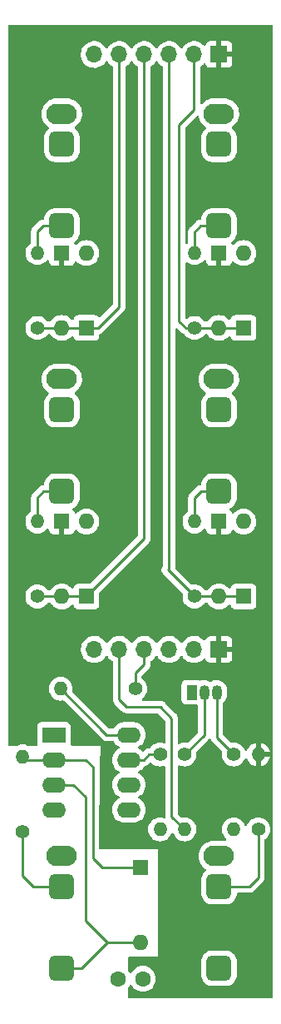
<source format=gtl>
%TF.GenerationSoftware,KiCad,Pcbnew,(6.0.1)*%
%TF.CreationDate,2022-10-24T18:55:48-04:00*%
%TF.ProjectId,ER-MIDI-VC4-01_CTLS,45522d4d-4944-4492-9d56-43342d30315f,1*%
%TF.SameCoordinates,Original*%
%TF.FileFunction,Copper,L1,Top*%
%TF.FilePolarity,Positive*%
%FSLAX46Y46*%
G04 Gerber Fmt 4.6, Leading zero omitted, Abs format (unit mm)*
G04 Created by KiCad (PCBNEW (6.0.1)) date 2022-10-24 18:55:48*
%MOMM*%
%LPD*%
G01*
G04 APERTURE LIST*
G04 Aperture macros list*
%AMRoundRect*
0 Rectangle with rounded corners*
0 $1 Rounding radius*
0 $2 $3 $4 $5 $6 $7 $8 $9 X,Y pos of 4 corners*
0 Add a 4 corners polygon primitive as box body*
4,1,4,$2,$3,$4,$5,$6,$7,$8,$9,$2,$3,0*
0 Add four circle primitives for the rounded corners*
1,1,$1+$1,$2,$3*
1,1,$1+$1,$4,$5*
1,1,$1+$1,$6,$7*
1,1,$1+$1,$8,$9*
0 Add four rect primitives between the rounded corners*
20,1,$1+$1,$2,$3,$4,$5,0*
20,1,$1+$1,$4,$5,$6,$7,0*
20,1,$1+$1,$6,$7,$8,$9,0*
20,1,$1+$1,$8,$9,$2,$3,0*%
G04 Aperture macros list end*
%TA.AperFunction,ComponentPad*%
%ADD10R,1.600000X1.600000*%
%TD*%
%TA.AperFunction,ComponentPad*%
%ADD11O,1.600000X1.600000*%
%TD*%
%TA.AperFunction,ComponentPad*%
%ADD12C,1.400000*%
%TD*%
%TA.AperFunction,ComponentPad*%
%ADD13O,1.400000X1.400000*%
%TD*%
%TA.AperFunction,ComponentPad*%
%ADD14C,1.600000*%
%TD*%
%TA.AperFunction,ComponentPad*%
%ADD15RoundRect,0.650000X0.650000X0.650000X-0.650000X0.650000X-0.650000X-0.650000X0.650000X-0.650000X0*%
%TD*%
%TA.AperFunction,ComponentPad*%
%ADD16O,3.100000X2.100000*%
%TD*%
%TA.AperFunction,ComponentPad*%
%ADD17R,2.400000X1.600000*%
%TD*%
%TA.AperFunction,ComponentPad*%
%ADD18O,2.400000X1.600000*%
%TD*%
%TA.AperFunction,ComponentPad*%
%ADD19R,1.050000X1.500000*%
%TD*%
%TA.AperFunction,ComponentPad*%
%ADD20O,1.050000X1.500000*%
%TD*%
%TA.AperFunction,ComponentPad*%
%ADD21R,1.700000X1.700000*%
%TD*%
%TA.AperFunction,ComponentPad*%
%ADD22O,1.700000X1.700000*%
%TD*%
%TA.AperFunction,Conductor*%
%ADD23C,0.250000*%
%TD*%
G04 APERTURE END LIST*
D10*
%TO.P,D8,1,K*%
%TO.N,/CV4_C*%
X89500000Y-90620000D03*
D11*
%TO.P,D8,2,A*%
%TO.N,GND*%
X89500000Y-83000000D03*
%TD*%
D10*
%TO.P,D2,1,K*%
%TO.N,/CV1_C*%
X73500000Y-63310000D03*
D11*
%TO.P,D2,2,A*%
%TO.N,GND*%
X73500000Y-55690000D03*
%TD*%
D12*
%TO.P,R2,1*%
%TO.N,/CV2_C*%
X84500000Y-63310000D03*
D13*
%TO.P,R2,2*%
%TO.N,/CV2*%
X84500000Y-55690000D03*
%TD*%
D14*
%TO.P,C8,1*%
%TO.N,/MIDI_GND*%
X76750000Y-129500000D03*
%TO.P,C8,2*%
%TO.N,GND*%
X79250000Y-129500000D03*
%TD*%
D12*
%TO.P,R4,1*%
%TO.N,/CV4_C*%
X84500000Y-90620000D03*
D13*
%TO.P,R4,2*%
%TO.N,/CV4*%
X84500000Y-83000000D03*
%TD*%
D12*
%TO.P,R13,1*%
%TO.N,/MIDI_IN*%
X67000000Y-114500000D03*
D13*
%TO.P,R13,2*%
%TO.N,/MIDI_RES*%
X67000000Y-106880000D03*
%TD*%
D15*
%TO.P,J3,R*%
%TO.N,unconnected-(J3-PadR)*%
X87000000Y-71620000D03*
D16*
%TO.P,J3,S*%
%TO.N,GND*%
X87000000Y-68520000D03*
D15*
%TO.P,J3,T*%
%TO.N,/CV4*%
X87000000Y-79920000D03*
%TD*%
D17*
%TO.P,U5,1,NC*%
%TO.N,unconnected-(U5-Pad1)*%
X70200000Y-104700000D03*
D18*
%TO.P,U5,2,C1*%
%TO.N,/MIDI_RES*%
X70200000Y-107240000D03*
%TO.P,U5,3,C2*%
%TO.N,/MIDI_RTN*%
X70200000Y-109780000D03*
%TO.P,U5,4,NC*%
%TO.N,unconnected-(U5-Pad4)*%
X70200000Y-112320000D03*
%TO.P,U5,5,GND*%
%TO.N,GND*%
X77820000Y-112320000D03*
%TO.P,U5,6,VO2*%
%TO.N,/OPTOUT-C*%
X77820000Y-109780000D03*
%TO.P,U5,7,VO1*%
%TO.N,/OBF*%
X77820000Y-107240000D03*
%TO.P,U5,8,VCC*%
%TO.N,+3V3*%
X77820000Y-104700000D03*
%TD*%
D15*
%TO.P,J5,R*%
%TO.N,unconnected-(J5-PadR)*%
X87000000Y-44620000D03*
D16*
%TO.P,J5,S*%
%TO.N,GND*%
X87000000Y-41520000D03*
D15*
%TO.P,J5,T*%
%TO.N,/CV2*%
X87000000Y-52920000D03*
%TD*%
D10*
%TO.P,D3,1,K*%
%TO.N,+5V*%
X87000000Y-55690000D03*
D11*
%TO.P,D3,2,A*%
%TO.N,/CV2_C*%
X87000000Y-63310000D03*
%TD*%
D10*
%TO.P,D9,1,K*%
%TO.N,/MIDI_RES*%
X79000000Y-118190000D03*
D11*
%TO.P,D9,2,A*%
%TO.N,/MIDI_RTN*%
X79000000Y-125810000D03*
%TD*%
D12*
%TO.P,R1,1*%
%TO.N,/CV1_C*%
X68500000Y-63310000D03*
D13*
%TO.P,R1,2*%
%TO.N,/CV1*%
X68500000Y-55690000D03*
%TD*%
D10*
%TO.P,D1,1,K*%
%TO.N,+5V*%
X71000000Y-55690000D03*
D11*
%TO.P,D1,2,A*%
%TO.N,/CV1_C*%
X71000000Y-63310000D03*
%TD*%
D10*
%TO.P,D7,1,K*%
%TO.N,+5V*%
X87000000Y-83000000D03*
D11*
%TO.P,D7,2,A*%
%TO.N,/CV4_C*%
X87000000Y-90620000D03*
%TD*%
D10*
%TO.P,D6,1,K*%
%TO.N,/CV3_C*%
X73500000Y-90620000D03*
D11*
%TO.P,D6,2,A*%
%TO.N,GND*%
X73500000Y-83000000D03*
%TD*%
D15*
%TO.P,J6,R*%
%TO.N,/MO5*%
X87000000Y-120120000D03*
D16*
%TO.P,J6,S*%
%TO.N,GND*%
X87000000Y-117020000D03*
D15*
%TO.P,J6,T*%
%TO.N,/MOLO*%
X87000000Y-128420000D03*
%TD*%
D12*
%TO.P,R3,1*%
%TO.N,/CV3_C*%
X68500000Y-90620000D03*
D13*
%TO.P,R3,2*%
%TO.N,/CV3*%
X68500000Y-83000000D03*
%TD*%
D10*
%TO.P,D4,1,K*%
%TO.N,/CV2_C*%
X89500000Y-63310000D03*
D11*
%TO.P,D4,2,A*%
%TO.N,GND*%
X89500000Y-55690000D03*
%TD*%
D12*
%TO.P,R16,1*%
%TO.N,Net-(Q1-Pad3)*%
X88500000Y-106690000D03*
D13*
%TO.P,R16,2*%
%TO.N,/MOLO*%
X88500000Y-114310000D03*
%TD*%
D19*
%TO.P,Q1,1,E*%
%TO.N,GND*%
X84230000Y-100360000D03*
D20*
%TO.P,Q1,2,B*%
%TO.N,/RBO*%
X85500000Y-100360000D03*
%TO.P,Q1,3,C*%
%TO.N,Net-(Q1-Pad3)*%
X86770000Y-100360000D03*
%TD*%
D10*
%TO.P,D5,1,K*%
%TO.N,+5V*%
X71000000Y-83000000D03*
D11*
%TO.P,D5,2,A*%
%TO.N,/CV3_C*%
X71000000Y-90620000D03*
%TD*%
D12*
%TO.P,R14,1*%
%TO.N,/OPTOUT-C*%
X78500000Y-100000000D03*
D13*
%TO.P,R14,2*%
%TO.N,+3V3*%
X70880000Y-100000000D03*
%TD*%
D15*
%TO.P,J4,R*%
%TO.N,/MIDI_IN*%
X71000000Y-120120000D03*
D16*
%TO.P,J4,S*%
%TO.N,/MIDI_GND*%
X71000000Y-117020000D03*
D15*
%TO.P,J4,T*%
%TO.N,/MIDI_RTN*%
X71000000Y-128420000D03*
%TD*%
D12*
%TO.P,R15,1*%
%TO.N,/MO5*%
X91000000Y-114310000D03*
D13*
%TO.P,R15,2*%
%TO.N,+5V*%
X91000000Y-106690000D03*
%TD*%
D15*
%TO.P,J2,R*%
%TO.N,unconnected-(J2-PadR)*%
X71000000Y-71620000D03*
D16*
%TO.P,J2,S*%
%TO.N,GND*%
X71000000Y-68520000D03*
D15*
%TO.P,J2,T*%
%TO.N,/CV3*%
X71000000Y-79920000D03*
%TD*%
D12*
%TO.P,R18,1*%
%TO.N,/OBF*%
X81000000Y-106690000D03*
D13*
%TO.P,R18,2*%
%TO.N,GND*%
X81000000Y-114310000D03*
%TD*%
D15*
%TO.P,J7,R*%
%TO.N,unconnected-(J7-PadR)*%
X71000000Y-44620000D03*
D16*
%TO.P,J7,S*%
%TO.N,GND*%
X71000000Y-41520000D03*
D15*
%TO.P,J7,T*%
%TO.N,/CV1*%
X71000000Y-52920000D03*
%TD*%
D12*
%TO.P,R17,1*%
%TO.N,/RBO*%
X83500000Y-106690000D03*
D13*
%TO.P,R17,2*%
%TO.N,/RBI-C*%
X83500000Y-114310000D03*
%TD*%
D21*
%TO.P,J10,1,Pin_1*%
%TO.N,+5V*%
X87000000Y-35500000D03*
D22*
%TO.P,J10,2,Pin_2*%
%TO.N,/CV2_C*%
X84460000Y-35500000D03*
%TO.P,J10,3,Pin_3*%
%TO.N,/CV4_C*%
X81920000Y-35500000D03*
%TO.P,J10,4,Pin_4*%
%TO.N,/CV3_C*%
X79380000Y-35500000D03*
%TO.P,J10,5,Pin_5*%
%TO.N,/CV1_C*%
X76840000Y-35500000D03*
%TO.P,J10,6,Pin_6*%
%TO.N,GND*%
X74300000Y-35500000D03*
%TD*%
D21*
%TO.P,J9,1,Pin_1*%
%TO.N,+5V*%
X87000000Y-96000000D03*
D22*
%TO.P,J9,2,Pin_2*%
%TO.N,+3V3*%
X84460000Y-96000000D03*
%TO.P,J9,3,Pin_3*%
%TO.N,+5VD*%
X81920000Y-96000000D03*
%TO.P,J9,4,Pin_4*%
%TO.N,/OPTOUT-C*%
X79380000Y-96000000D03*
%TO.P,J9,5,Pin_5*%
%TO.N,/RBI-C*%
X76840000Y-96000000D03*
%TO.P,J9,6,Pin_6*%
%TO.N,GND*%
X74300000Y-96000000D03*
%TD*%
D23*
%TO.N,+3V3*%
X77820000Y-104700000D02*
X75580000Y-104700000D01*
X75580000Y-104700000D02*
X70880000Y-100000000D01*
%TO.N,/MIDI_IN*%
X67000000Y-114500000D02*
X67000000Y-119070000D01*
X68050000Y-120120000D02*
X71000000Y-120120000D01*
X67000000Y-119070000D02*
X68050000Y-120120000D01*
%TO.N,Net-(Q1-Pad3)*%
X86770000Y-104960000D02*
X88500000Y-106690000D01*
X86770000Y-100360000D02*
X86770000Y-104960000D01*
%TO.N,/CV4*%
X84500000Y-80600000D02*
X84500000Y-83000000D01*
X85180000Y-79920000D02*
X84500000Y-80600000D01*
X87000000Y-79920000D02*
X85180000Y-79920000D01*
%TO.N,/CV3*%
X69145000Y-79920000D02*
X68500000Y-80565000D01*
X68500000Y-80565000D02*
X68500000Y-83000000D01*
X71000000Y-79920000D02*
X69145000Y-79920000D01*
%TO.N,/CV1*%
X69080000Y-52920000D02*
X68500000Y-53500000D01*
X68500000Y-53500000D02*
X68500000Y-55690000D01*
X71000000Y-52920000D02*
X69080000Y-52920000D01*
%TO.N,/CV2*%
X84500000Y-53549000D02*
X84500000Y-55690000D01*
X85129000Y-52920000D02*
X84500000Y-53549000D01*
X87000000Y-52920000D02*
X85129000Y-52920000D01*
%TO.N,/MIDI_RTN*%
X72188000Y-109780000D02*
X73406000Y-110998000D01*
X71000000Y-128420000D02*
X73035000Y-128420000D01*
X73035000Y-128420000D02*
X75645000Y-125810000D01*
X73406000Y-110998000D02*
X73406000Y-123571000D01*
X70200000Y-109780000D02*
X72188000Y-109780000D01*
X75645000Y-125810000D02*
X79000000Y-125810000D01*
X73406000Y-123571000D02*
X75645000Y-125810000D01*
%TO.N,/MIDI_RES*%
X70200000Y-107240000D02*
X73458000Y-107240000D01*
X75137000Y-118190000D02*
X79000000Y-118190000D01*
X74168000Y-107950000D02*
X74168000Y-117221000D01*
X73458000Y-107240000D02*
X74168000Y-107950000D01*
X74168000Y-117221000D02*
X75137000Y-118190000D01*
X70200000Y-107240000D02*
X67360000Y-107240000D01*
%TO.N,/MO5*%
X91000000Y-119185000D02*
X91000000Y-114310000D01*
X90065000Y-120120000D02*
X91000000Y-119185000D01*
X87000000Y-120120000D02*
X90065000Y-120120000D01*
%TO.N,/RBO*%
X85500000Y-104690000D02*
X83500000Y-106690000D01*
X85500000Y-100360000D02*
X85500000Y-104690000D01*
%TO.N,/OBF*%
X79343000Y-107240000D02*
X79893000Y-106690000D01*
X79893000Y-106690000D02*
X81000000Y-106690000D01*
X77820000Y-107240000D02*
X79343000Y-107240000D01*
%TO.N,/CV1_C*%
X73500000Y-63310000D02*
X74690000Y-63310000D01*
X71000000Y-63310000D02*
X73500000Y-63310000D01*
X76840000Y-61160000D02*
X76840000Y-35500000D01*
X68500000Y-63310000D02*
X71000000Y-63310000D01*
X74690000Y-63310000D02*
X76840000Y-61160000D01*
%TO.N,/CV2_C*%
X84460000Y-41143000D02*
X84460000Y-35500000D01*
X84500000Y-63310000D02*
X87000000Y-63310000D01*
X83630000Y-63310000D02*
X82931000Y-62611000D01*
X82931000Y-42672000D02*
X84460000Y-41143000D01*
X84500000Y-63310000D02*
X83630000Y-63310000D01*
X82931000Y-62611000D02*
X82931000Y-42672000D01*
X87000000Y-63310000D02*
X89500000Y-63310000D01*
%TO.N,/CV3_C*%
X79380000Y-84740000D02*
X73500000Y-90620000D01*
X79380000Y-35500000D02*
X79380000Y-84740000D01*
X68500000Y-90620000D02*
X71000000Y-90620000D01*
X71000000Y-90620000D02*
X73500000Y-90620000D01*
%TO.N,/CV4_C*%
X84500000Y-90620000D02*
X87000000Y-90620000D01*
X84500000Y-90620000D02*
X81788000Y-87908000D01*
X81788000Y-87908000D02*
X81920000Y-87776000D01*
X81920000Y-87776000D02*
X81920000Y-35500000D01*
X89500000Y-90620000D02*
X87000000Y-90620000D01*
%TO.N,/OPTOUT-C*%
X79380000Y-97531000D02*
X78500000Y-98411000D01*
X79380000Y-96000000D02*
X79380000Y-97531000D01*
X78500000Y-98411000D02*
X78500000Y-100000000D01*
%TO.N,/RBI-C*%
X77597000Y-101854000D02*
X81026000Y-101854000D01*
X82169000Y-102997000D02*
X82169000Y-112979000D01*
X81026000Y-101854000D02*
X82169000Y-102997000D01*
X82169000Y-112979000D02*
X83500000Y-114310000D01*
X76840000Y-101097000D02*
X77597000Y-101854000D01*
X76840000Y-96000000D02*
X76840000Y-101097000D01*
%TD*%
%TA.AperFunction,Conductor*%
%TO.N,+5V*%
G36*
X92434121Y-32528002D02*
G01*
X92480614Y-32581658D01*
X92492000Y-32634000D01*
X92492000Y-131366000D01*
X92471998Y-131434121D01*
X92418342Y-131480614D01*
X92366000Y-131492000D01*
X77850197Y-131492000D01*
X77782076Y-131471998D01*
X77735583Y-131418342D01*
X77724197Y-131365958D01*
X77724512Y-130427134D01*
X77744537Y-130359020D01*
X77753089Y-130347409D01*
X77756198Y-130344300D01*
X77759350Y-130339799D01*
X77759353Y-130339795D01*
X77876813Y-130172044D01*
X77887523Y-130156749D01*
X77889846Y-130151767D01*
X77890882Y-130149973D01*
X77942266Y-130100981D01*
X78011979Y-130087546D01*
X78077890Y-130113934D01*
X78109118Y-130149973D01*
X78110154Y-130151767D01*
X78112477Y-130156749D01*
X78243802Y-130344300D01*
X78405700Y-130506198D01*
X78410208Y-130509355D01*
X78410211Y-130509357D01*
X78488389Y-130564098D01*
X78593251Y-130637523D01*
X78598233Y-130639846D01*
X78598238Y-130639849D01*
X78795775Y-130731961D01*
X78800757Y-130734284D01*
X78806065Y-130735706D01*
X78806067Y-130735707D01*
X79016598Y-130792119D01*
X79016600Y-130792119D01*
X79021913Y-130793543D01*
X79250000Y-130813498D01*
X79478087Y-130793543D01*
X79483400Y-130792119D01*
X79483402Y-130792119D01*
X79693933Y-130735707D01*
X79693935Y-130735706D01*
X79699243Y-130734284D01*
X79704225Y-130731961D01*
X79901762Y-130639849D01*
X79901767Y-130639846D01*
X79906749Y-130637523D01*
X80011611Y-130564098D01*
X80089789Y-130509357D01*
X80089792Y-130509355D01*
X80094300Y-130506198D01*
X80256198Y-130344300D01*
X80387523Y-130156749D01*
X80389846Y-130151767D01*
X80389849Y-130151762D01*
X80481961Y-129954225D01*
X80481961Y-129954224D01*
X80484284Y-129949243D01*
X80520742Y-129813183D01*
X80542119Y-129733402D01*
X80542119Y-129733400D01*
X80543543Y-129728087D01*
X80563498Y-129500000D01*
X80543543Y-129271913D01*
X80535244Y-129240941D01*
X80485707Y-129056067D01*
X80485706Y-129056065D01*
X80484284Y-129050757D01*
X80480320Y-129042256D01*
X80389849Y-128848238D01*
X80389846Y-128848233D01*
X80387523Y-128843251D01*
X80256198Y-128655700D01*
X80094300Y-128493802D01*
X80089792Y-128490645D01*
X80089789Y-128490643D01*
X80011611Y-128435902D01*
X79906749Y-128362477D01*
X79901767Y-128360154D01*
X79901762Y-128360151D01*
X79704225Y-128268039D01*
X79704224Y-128268039D01*
X79699243Y-128265716D01*
X79693935Y-128264294D01*
X79693933Y-128264293D01*
X79483402Y-128207881D01*
X79483400Y-128207881D01*
X79478087Y-128206457D01*
X79250000Y-128186502D01*
X79021913Y-128206457D01*
X79016600Y-128207881D01*
X79016598Y-128207881D01*
X78806067Y-128264293D01*
X78806065Y-128264294D01*
X78800757Y-128265716D01*
X78795776Y-128268039D01*
X78795775Y-128268039D01*
X78598238Y-128360151D01*
X78598233Y-128360154D01*
X78593251Y-128362477D01*
X78488389Y-128435902D01*
X78410211Y-128490643D01*
X78410208Y-128490645D01*
X78405700Y-128493802D01*
X78243802Y-128655700D01*
X78112477Y-128843251D01*
X78110154Y-128848233D01*
X78109118Y-128850027D01*
X78057734Y-128899019D01*
X77988021Y-128912454D01*
X77922110Y-128886066D01*
X77890882Y-128850027D01*
X77889846Y-128848233D01*
X77887523Y-128843251D01*
X77756198Y-128655700D01*
X77754271Y-128653773D01*
X77726148Y-128589524D01*
X77725133Y-128573523D01*
X77725159Y-128497699D01*
X77725336Y-127969256D01*
X77725426Y-127700763D01*
X85191500Y-127700763D01*
X85191501Y-129139236D01*
X85198723Y-129237953D01*
X85248609Y-129444944D01*
X85335380Y-129639378D01*
X85338653Y-129644132D01*
X85338654Y-129644133D01*
X85392689Y-129722607D01*
X85456131Y-129814744D01*
X85460218Y-129818824D01*
X85460219Y-129818825D01*
X85602730Y-129961089D01*
X85602735Y-129961093D01*
X85606817Y-129965168D01*
X85782393Y-130085613D01*
X85879686Y-130128828D01*
X85971701Y-130169700D01*
X85971705Y-130169701D01*
X85976979Y-130172044D01*
X85982600Y-130173388D01*
X85982599Y-130173388D01*
X86179059Y-130220373D01*
X86179063Y-130220374D01*
X86184057Y-130221568D01*
X86220285Y-130224165D01*
X86278513Y-130228339D01*
X86278521Y-130228339D01*
X86280763Y-130228500D01*
X86993543Y-130228500D01*
X87719236Y-130228499D01*
X87721529Y-130228331D01*
X87721536Y-130228331D01*
X87812818Y-130221653D01*
X87812822Y-130221652D01*
X87817953Y-130221277D01*
X88024944Y-130171391D01*
X88219378Y-130084620D01*
X88224133Y-130081346D01*
X88389988Y-129967144D01*
X88389989Y-129967143D01*
X88394744Y-129963869D01*
X88409345Y-129949243D01*
X88541089Y-129817270D01*
X88541093Y-129817265D01*
X88545168Y-129813183D01*
X88665613Y-129637607D01*
X88752044Y-129443021D01*
X88801568Y-129235943D01*
X88808500Y-129139237D01*
X88808499Y-127700764D01*
X88801277Y-127602047D01*
X88751391Y-127395056D01*
X88664620Y-127200622D01*
X88543869Y-127025256D01*
X88466001Y-126947523D01*
X88397270Y-126878911D01*
X88397265Y-126878907D01*
X88393183Y-126874832D01*
X88217607Y-126754387D01*
X88120314Y-126711171D01*
X88028299Y-126670300D01*
X88028295Y-126670299D01*
X88023021Y-126667956D01*
X87965920Y-126654300D01*
X87820941Y-126619627D01*
X87820937Y-126619626D01*
X87815943Y-126618432D01*
X87779715Y-126615835D01*
X87721487Y-126611661D01*
X87721479Y-126611661D01*
X87719237Y-126611500D01*
X87006457Y-126611500D01*
X86280764Y-126611501D01*
X86278471Y-126611669D01*
X86278464Y-126611669D01*
X86187182Y-126618347D01*
X86187178Y-126618348D01*
X86182047Y-126618723D01*
X85975056Y-126668609D01*
X85780622Y-126755380D01*
X85775868Y-126758653D01*
X85775867Y-126758654D01*
X85611886Y-126871566D01*
X85605256Y-126876131D01*
X85601176Y-126880218D01*
X85601175Y-126880219D01*
X85458911Y-127022730D01*
X85458907Y-127022735D01*
X85454832Y-127026817D01*
X85334387Y-127202393D01*
X85247956Y-127396979D01*
X85198432Y-127604057D01*
X85191500Y-127700763D01*
X77725426Y-127700763D01*
X77725534Y-127380361D01*
X77745559Y-127312247D01*
X77799230Y-127265772D01*
X77852015Y-127254404D01*
X80781804Y-127265596D01*
X80781805Y-127265596D01*
X80799922Y-127265665D01*
X80798252Y-126611501D01*
X80783516Y-120841536D01*
X80773896Y-117074568D01*
X84937382Y-117074568D01*
X84966208Y-117323699D01*
X84967587Y-117328573D01*
X84967588Y-117328577D01*
X85006526Y-117466181D01*
X85034494Y-117565017D01*
X85036628Y-117569592D01*
X85036630Y-117569599D01*
X85138347Y-117787731D01*
X85140484Y-117792313D01*
X85143326Y-117796494D01*
X85143326Y-117796495D01*
X85278605Y-117995552D01*
X85278608Y-117995556D01*
X85281451Y-117999739D01*
X85284928Y-118003416D01*
X85284929Y-118003417D01*
X85385238Y-118109491D01*
X85453767Y-118181959D01*
X85651840Y-118333397D01*
X85653001Y-118334285D01*
X85652816Y-118334527D01*
X85697594Y-118386333D01*
X85707610Y-118456620D01*
X85678037Y-118521164D01*
X85654372Y-118542311D01*
X85610017Y-118572852D01*
X85610012Y-118572856D01*
X85605256Y-118576131D01*
X85601176Y-118580218D01*
X85601175Y-118580219D01*
X85458911Y-118722730D01*
X85458907Y-118722735D01*
X85454832Y-118726817D01*
X85334387Y-118902393D01*
X85247956Y-119096979D01*
X85246612Y-119102599D01*
X85205929Y-119272711D01*
X85198432Y-119304057D01*
X85198065Y-119309179D01*
X85192212Y-119390834D01*
X85191500Y-119400763D01*
X85191501Y-120839236D01*
X85191669Y-120841529D01*
X85191669Y-120841536D01*
X85193788Y-120870491D01*
X85198723Y-120937953D01*
X85248609Y-121144944D01*
X85335380Y-121339378D01*
X85456131Y-121514744D01*
X85460218Y-121518824D01*
X85460219Y-121518825D01*
X85602730Y-121661089D01*
X85602735Y-121661093D01*
X85606817Y-121665168D01*
X85782393Y-121785613D01*
X85879686Y-121828828D01*
X85971701Y-121869700D01*
X85971705Y-121869701D01*
X85976979Y-121872044D01*
X85982600Y-121873388D01*
X85982599Y-121873388D01*
X86179059Y-121920373D01*
X86179063Y-121920374D01*
X86184057Y-121921568D01*
X86220285Y-121924165D01*
X86278513Y-121928339D01*
X86278521Y-121928339D01*
X86280763Y-121928500D01*
X86993543Y-121928500D01*
X87719236Y-121928499D01*
X87721529Y-121928331D01*
X87721536Y-121928331D01*
X87812818Y-121921653D01*
X87812822Y-121921652D01*
X87817953Y-121921277D01*
X88024944Y-121871391D01*
X88219378Y-121784620D01*
X88224133Y-121781346D01*
X88389988Y-121667144D01*
X88389989Y-121667143D01*
X88394744Y-121663869D01*
X88398825Y-121659781D01*
X88541089Y-121517270D01*
X88541093Y-121517265D01*
X88545168Y-121513183D01*
X88665613Y-121337607D01*
X88752044Y-121143021D01*
X88801568Y-120935943D01*
X88801935Y-120930821D01*
X88801937Y-120930809D01*
X88806261Y-120870491D01*
X88831082Y-120803974D01*
X88887925Y-120761437D01*
X88931938Y-120753500D01*
X89986233Y-120753500D01*
X89997416Y-120754027D01*
X90004909Y-120755702D01*
X90012835Y-120755453D01*
X90012836Y-120755453D01*
X90072986Y-120753562D01*
X90076945Y-120753500D01*
X90104856Y-120753500D01*
X90108791Y-120753003D01*
X90108856Y-120752995D01*
X90120693Y-120752062D01*
X90152951Y-120751048D01*
X90156970Y-120750922D01*
X90164889Y-120750673D01*
X90184343Y-120745021D01*
X90203700Y-120741013D01*
X90215930Y-120739468D01*
X90215931Y-120739468D01*
X90223797Y-120738474D01*
X90231168Y-120735555D01*
X90231170Y-120735555D01*
X90264912Y-120722196D01*
X90276142Y-120718351D01*
X90310983Y-120708229D01*
X90310984Y-120708229D01*
X90318593Y-120706018D01*
X90325412Y-120701985D01*
X90325417Y-120701983D01*
X90336028Y-120695707D01*
X90353776Y-120687012D01*
X90372617Y-120679552D01*
X90408387Y-120653564D01*
X90418307Y-120647048D01*
X90449535Y-120628580D01*
X90449538Y-120628578D01*
X90456362Y-120624542D01*
X90470683Y-120610221D01*
X90485717Y-120597380D01*
X90495694Y-120590131D01*
X90502107Y-120585472D01*
X90530298Y-120551395D01*
X90538288Y-120542616D01*
X91392247Y-119688657D01*
X91400537Y-119681113D01*
X91407018Y-119677000D01*
X91453659Y-119627332D01*
X91456413Y-119624491D01*
X91476135Y-119604769D01*
X91478612Y-119601576D01*
X91486317Y-119592555D01*
X91511159Y-119566100D01*
X91516586Y-119560321D01*
X91520407Y-119553371D01*
X91526346Y-119542568D01*
X91537202Y-119526041D01*
X91544757Y-119516302D01*
X91544758Y-119516300D01*
X91549614Y-119510040D01*
X91567174Y-119469460D01*
X91572391Y-119458812D01*
X91589875Y-119427009D01*
X91589876Y-119427007D01*
X91593695Y-119420060D01*
X91598733Y-119400437D01*
X91605137Y-119381734D01*
X91610033Y-119370420D01*
X91610033Y-119370419D01*
X91613181Y-119363145D01*
X91614420Y-119355322D01*
X91614423Y-119355312D01*
X91620099Y-119319476D01*
X91622505Y-119307856D01*
X91631528Y-119272711D01*
X91631528Y-119272710D01*
X91633500Y-119265030D01*
X91633500Y-119244776D01*
X91635051Y-119225065D01*
X91636980Y-119212886D01*
X91638220Y-119205057D01*
X91634059Y-119161038D01*
X91633500Y-119149181D01*
X91633500Y-115407315D01*
X91653502Y-115339194D01*
X91687230Y-115304102D01*
X91775264Y-115242460D01*
X91779776Y-115239301D01*
X91929301Y-115089776D01*
X92050589Y-114916558D01*
X92139956Y-114724910D01*
X92151849Y-114680527D01*
X92193262Y-114525970D01*
X92193262Y-114525968D01*
X92194686Y-114520655D01*
X92213116Y-114310000D01*
X92194686Y-114099345D01*
X92193262Y-114094030D01*
X92141379Y-113900400D01*
X92141378Y-113900398D01*
X92139956Y-113895090D01*
X92050589Y-113703442D01*
X91929301Y-113530224D01*
X91779776Y-113380699D01*
X91606558Y-113259411D01*
X91601580Y-113257090D01*
X91601577Y-113257088D01*
X91419892Y-113172367D01*
X91419891Y-113172366D01*
X91414910Y-113170044D01*
X91409602Y-113168622D01*
X91409600Y-113168621D01*
X91215970Y-113116738D01*
X91215968Y-113116738D01*
X91210655Y-113115314D01*
X91000000Y-113096884D01*
X90789345Y-113115314D01*
X90784032Y-113116738D01*
X90784030Y-113116738D01*
X90590400Y-113168621D01*
X90590398Y-113168622D01*
X90585090Y-113170044D01*
X90580109Y-113172366D01*
X90580108Y-113172367D01*
X90398423Y-113257088D01*
X90398420Y-113257090D01*
X90393442Y-113259411D01*
X90220224Y-113380699D01*
X90070699Y-113530224D01*
X89949411Y-113703442D01*
X89947090Y-113708420D01*
X89947088Y-113708423D01*
X89864195Y-113886188D01*
X89817278Y-113939473D01*
X89749000Y-113958934D01*
X89681040Y-113938392D01*
X89635805Y-113886188D01*
X89552912Y-113708423D01*
X89552910Y-113708420D01*
X89550589Y-113703442D01*
X89429301Y-113530224D01*
X89279776Y-113380699D01*
X89106558Y-113259411D01*
X89101580Y-113257090D01*
X89101577Y-113257088D01*
X88919892Y-113172367D01*
X88919891Y-113172366D01*
X88914910Y-113170044D01*
X88909602Y-113168622D01*
X88909600Y-113168621D01*
X88715970Y-113116738D01*
X88715968Y-113116738D01*
X88710655Y-113115314D01*
X88500000Y-113096884D01*
X88289345Y-113115314D01*
X88284032Y-113116738D01*
X88284030Y-113116738D01*
X88090400Y-113168621D01*
X88090398Y-113168622D01*
X88085090Y-113170044D01*
X88080109Y-113172366D01*
X88080108Y-113172367D01*
X87898423Y-113257088D01*
X87898420Y-113257090D01*
X87893442Y-113259411D01*
X87720224Y-113380699D01*
X87570699Y-113530224D01*
X87449411Y-113703442D01*
X87360044Y-113895090D01*
X87358622Y-113900398D01*
X87358621Y-113900400D01*
X87306738Y-114094030D01*
X87305314Y-114099345D01*
X87286884Y-114310000D01*
X87305314Y-114520655D01*
X87306738Y-114525968D01*
X87306738Y-114525970D01*
X87348152Y-114680527D01*
X87360044Y-114724910D01*
X87449411Y-114916558D01*
X87570699Y-115089776D01*
X87720224Y-115239301D01*
X87722493Y-115240890D01*
X87761349Y-115299295D01*
X87762475Y-115370282D01*
X87725043Y-115430609D01*
X87660937Y-115461123D01*
X87635318Y-115462575D01*
X87619779Y-115461869D01*
X87613064Y-115461564D01*
X87613055Y-115461564D01*
X87611650Y-115461500D01*
X86436985Y-115461500D01*
X86434477Y-115461702D01*
X86434472Y-115461702D01*
X86255056Y-115476137D01*
X86255051Y-115476138D01*
X86250015Y-115476543D01*
X86245107Y-115477748D01*
X86245104Y-115477749D01*
X86131912Y-115505552D01*
X86006461Y-115536366D01*
X86001809Y-115538341D01*
X86001805Y-115538342D01*
X85780259Y-115632383D01*
X85775604Y-115634359D01*
X85563385Y-115768000D01*
X85375262Y-115933853D01*
X85216076Y-116127649D01*
X85089922Y-116344404D01*
X85000045Y-116578539D01*
X84948759Y-116824033D01*
X84948530Y-116829082D01*
X84948529Y-116829088D01*
X84943521Y-116939385D01*
X84937382Y-117074568D01*
X80773896Y-117074568D01*
X80772000Y-116332000D01*
X74930527Y-116332000D01*
X74862406Y-116311998D01*
X74815913Y-116258342D01*
X74804536Y-116204482D01*
X74809828Y-115765304D01*
X74903845Y-107961851D01*
X74929782Y-105809114D01*
X74929782Y-105809113D01*
X74930000Y-105791000D01*
X72015808Y-105791000D01*
X71947687Y-105770998D01*
X71901194Y-105717342D01*
X71891090Y-105647068D01*
X71897826Y-105620771D01*
X71898971Y-105617718D01*
X71898973Y-105617712D01*
X71901745Y-105610316D01*
X71908500Y-105548134D01*
X71908500Y-103851866D01*
X71901745Y-103789684D01*
X71850615Y-103653295D01*
X71763261Y-103536739D01*
X71646705Y-103449385D01*
X71510316Y-103398255D01*
X71448134Y-103391500D01*
X68951866Y-103391500D01*
X68889684Y-103398255D01*
X68753295Y-103449385D01*
X68636739Y-103536739D01*
X68549385Y-103653295D01*
X68498255Y-103789684D01*
X68491500Y-103851866D01*
X68491500Y-105548134D01*
X68498255Y-105610316D01*
X68501027Y-105617712D01*
X68501029Y-105617718D01*
X68502174Y-105620771D01*
X68502360Y-105623315D01*
X68502856Y-105625400D01*
X68502519Y-105625480D01*
X68507357Y-105691578D01*
X68473436Y-105753947D01*
X68411180Y-105788076D01*
X68384192Y-105791000D01*
X67552119Y-105791000D01*
X67498870Y-105779195D01*
X67414910Y-105740044D01*
X67409602Y-105738622D01*
X67409600Y-105738621D01*
X67215970Y-105686738D01*
X67215968Y-105686738D01*
X67210655Y-105685314D01*
X67000000Y-105666884D01*
X66789345Y-105685314D01*
X66784032Y-105686738D01*
X66784030Y-105686738D01*
X66590400Y-105738621D01*
X66590398Y-105738622D01*
X66585090Y-105740044D01*
X66501130Y-105779195D01*
X66447881Y-105791000D01*
X65634000Y-105791000D01*
X65565879Y-105770998D01*
X65519386Y-105717342D01*
X65508000Y-105665000D01*
X65508000Y-100000000D01*
X69666884Y-100000000D01*
X69685314Y-100210655D01*
X69686738Y-100215968D01*
X69686738Y-100215970D01*
X69717705Y-100331538D01*
X69740044Y-100414910D01*
X69829411Y-100606558D01*
X69950699Y-100779776D01*
X70100224Y-100929301D01*
X70273442Y-101050589D01*
X70278420Y-101052910D01*
X70278423Y-101052912D01*
X70449941Y-101132892D01*
X70465090Y-101139956D01*
X70470398Y-101141378D01*
X70470400Y-101141379D01*
X70664030Y-101193262D01*
X70664032Y-101193262D01*
X70669345Y-101194686D01*
X70880000Y-101213116D01*
X70885475Y-101212637D01*
X71085184Y-101195165D01*
X71085188Y-101195164D01*
X71090655Y-101194686D01*
X71095961Y-101193264D01*
X71100561Y-101192453D01*
X71171121Y-101200321D01*
X71211538Y-101227443D01*
X75076348Y-105092253D01*
X75083888Y-105100539D01*
X75088000Y-105107018D01*
X75093777Y-105112443D01*
X75137651Y-105153643D01*
X75140493Y-105156398D01*
X75160230Y-105176135D01*
X75163427Y-105178615D01*
X75172447Y-105186318D01*
X75204679Y-105216586D01*
X75211625Y-105220405D01*
X75211628Y-105220407D01*
X75222434Y-105226348D01*
X75238953Y-105237199D01*
X75254959Y-105249614D01*
X75262228Y-105252759D01*
X75262232Y-105252762D01*
X75295537Y-105267174D01*
X75306187Y-105272391D01*
X75344940Y-105293695D01*
X75352615Y-105295666D01*
X75352616Y-105295666D01*
X75364562Y-105298733D01*
X75383267Y-105305137D01*
X75401855Y-105313181D01*
X75409678Y-105314420D01*
X75409688Y-105314423D01*
X75445524Y-105320099D01*
X75457144Y-105322505D01*
X75492289Y-105331528D01*
X75499970Y-105333500D01*
X75520224Y-105333500D01*
X75539934Y-105335051D01*
X75559943Y-105338220D01*
X75567835Y-105337474D01*
X75603961Y-105334059D01*
X75615819Y-105333500D01*
X76200606Y-105333500D01*
X76268727Y-105353502D01*
X76303819Y-105387229D01*
X76410643Y-105539789D01*
X76413802Y-105544300D01*
X76575700Y-105706198D01*
X76580208Y-105709355D01*
X76580211Y-105709357D01*
X76633550Y-105746705D01*
X76763251Y-105837523D01*
X76768233Y-105839846D01*
X76768238Y-105839849D01*
X76802457Y-105855805D01*
X76855742Y-105902722D01*
X76875203Y-105970999D01*
X76854661Y-106038959D01*
X76802457Y-106084195D01*
X76768238Y-106100151D01*
X76768233Y-106100154D01*
X76763251Y-106102477D01*
X76676891Y-106162947D01*
X76580211Y-106230643D01*
X76580208Y-106230645D01*
X76575700Y-106233802D01*
X76413802Y-106395700D01*
X76410645Y-106400208D01*
X76410643Y-106400211D01*
X76365214Y-106465090D01*
X76282477Y-106583251D01*
X76280154Y-106588233D01*
X76280151Y-106588238D01*
X76198256Y-106763865D01*
X76185716Y-106790757D01*
X76184294Y-106796065D01*
X76184293Y-106796067D01*
X76144654Y-106944000D01*
X76126457Y-107011913D01*
X76106502Y-107240000D01*
X76126457Y-107468087D01*
X76127881Y-107473400D01*
X76127881Y-107473402D01*
X76182412Y-107676911D01*
X76185716Y-107689243D01*
X76188039Y-107694224D01*
X76188039Y-107694225D01*
X76280151Y-107891762D01*
X76280154Y-107891767D01*
X76282477Y-107896749D01*
X76413802Y-108084300D01*
X76575700Y-108246198D01*
X76580208Y-108249355D01*
X76580211Y-108249357D01*
X76658389Y-108304098D01*
X76763251Y-108377523D01*
X76768233Y-108379846D01*
X76768238Y-108379849D01*
X76802457Y-108395805D01*
X76855742Y-108442722D01*
X76875203Y-108510999D01*
X76854661Y-108578959D01*
X76802457Y-108624195D01*
X76768238Y-108640151D01*
X76768233Y-108640154D01*
X76763251Y-108642477D01*
X76658389Y-108715902D01*
X76580211Y-108770643D01*
X76580208Y-108770645D01*
X76575700Y-108773802D01*
X76413802Y-108935700D01*
X76282477Y-109123251D01*
X76280154Y-109128233D01*
X76280151Y-109128238D01*
X76198256Y-109303865D01*
X76185716Y-109330757D01*
X76126457Y-109551913D01*
X76106502Y-109780000D01*
X76126457Y-110008087D01*
X76185716Y-110229243D01*
X76188039Y-110234224D01*
X76188039Y-110234225D01*
X76280151Y-110431762D01*
X76280154Y-110431767D01*
X76282477Y-110436749D01*
X76413802Y-110624300D01*
X76575700Y-110786198D01*
X76580208Y-110789355D01*
X76580211Y-110789357D01*
X76658389Y-110844098D01*
X76763251Y-110917523D01*
X76768233Y-110919846D01*
X76768238Y-110919849D01*
X76802457Y-110935805D01*
X76855742Y-110982722D01*
X76875203Y-111050999D01*
X76854661Y-111118959D01*
X76802457Y-111164195D01*
X76768238Y-111180151D01*
X76768233Y-111180154D01*
X76763251Y-111182477D01*
X76658389Y-111255902D01*
X76580211Y-111310643D01*
X76580208Y-111310645D01*
X76575700Y-111313802D01*
X76413802Y-111475700D01*
X76282477Y-111663251D01*
X76280154Y-111668233D01*
X76280151Y-111668238D01*
X76188039Y-111865775D01*
X76185716Y-111870757D01*
X76126457Y-112091913D01*
X76106502Y-112320000D01*
X76126457Y-112548087D01*
X76127881Y-112553400D01*
X76127881Y-112553402D01*
X76181498Y-112753500D01*
X76185716Y-112769243D01*
X76188039Y-112774224D01*
X76188039Y-112774225D01*
X76280151Y-112971762D01*
X76280154Y-112971767D01*
X76282477Y-112976749D01*
X76309185Y-113014892D01*
X76392542Y-113133937D01*
X76413802Y-113164300D01*
X76575700Y-113326198D01*
X76580208Y-113329355D01*
X76580211Y-113329357D01*
X76624037Y-113360044D01*
X76763251Y-113457523D01*
X76768233Y-113459846D01*
X76768238Y-113459849D01*
X76965775Y-113551961D01*
X76970757Y-113554284D01*
X76976065Y-113555706D01*
X76976067Y-113555707D01*
X77186598Y-113612119D01*
X77186600Y-113612119D01*
X77191913Y-113613543D01*
X77291480Y-113622254D01*
X77360149Y-113628262D01*
X77360156Y-113628262D01*
X77362873Y-113628500D01*
X78277127Y-113628500D01*
X78279844Y-113628262D01*
X78279851Y-113628262D01*
X78348520Y-113622254D01*
X78448087Y-113613543D01*
X78453400Y-113612119D01*
X78453402Y-113612119D01*
X78663933Y-113555707D01*
X78663935Y-113555706D01*
X78669243Y-113554284D01*
X78674225Y-113551961D01*
X78871762Y-113459849D01*
X78871767Y-113459846D01*
X78876749Y-113457523D01*
X79015963Y-113360044D01*
X79059789Y-113329357D01*
X79059792Y-113329355D01*
X79064300Y-113326198D01*
X79226198Y-113164300D01*
X79247459Y-113133937D01*
X79330815Y-113014892D01*
X79357523Y-112976749D01*
X79359846Y-112971767D01*
X79359849Y-112971762D01*
X79451961Y-112774225D01*
X79451961Y-112774224D01*
X79454284Y-112769243D01*
X79458503Y-112753500D01*
X79512119Y-112553402D01*
X79512119Y-112553400D01*
X79513543Y-112548087D01*
X79533498Y-112320000D01*
X79513543Y-112091913D01*
X79454284Y-111870757D01*
X79451961Y-111865775D01*
X79359849Y-111668238D01*
X79359846Y-111668233D01*
X79357523Y-111663251D01*
X79226198Y-111475700D01*
X79064300Y-111313802D01*
X79059792Y-111310645D01*
X79059789Y-111310643D01*
X78981611Y-111255902D01*
X78876749Y-111182477D01*
X78871767Y-111180154D01*
X78871762Y-111180151D01*
X78837543Y-111164195D01*
X78784258Y-111117278D01*
X78764797Y-111049001D01*
X78785339Y-110981041D01*
X78837543Y-110935805D01*
X78871762Y-110919849D01*
X78871767Y-110919846D01*
X78876749Y-110917523D01*
X78981611Y-110844098D01*
X79059789Y-110789357D01*
X79059792Y-110789355D01*
X79064300Y-110786198D01*
X79226198Y-110624300D01*
X79357523Y-110436749D01*
X79359846Y-110431767D01*
X79359849Y-110431762D01*
X79451961Y-110234225D01*
X79451961Y-110234224D01*
X79454284Y-110229243D01*
X79513543Y-110008087D01*
X79533498Y-109780000D01*
X79513543Y-109551913D01*
X79454284Y-109330757D01*
X79441744Y-109303865D01*
X79359849Y-109128238D01*
X79359846Y-109128233D01*
X79357523Y-109123251D01*
X79226198Y-108935700D01*
X79064300Y-108773802D01*
X79059792Y-108770645D01*
X79059789Y-108770643D01*
X78981611Y-108715902D01*
X78876749Y-108642477D01*
X78871767Y-108640154D01*
X78871762Y-108640151D01*
X78837543Y-108624195D01*
X78784258Y-108577278D01*
X78764797Y-108509001D01*
X78785339Y-108441041D01*
X78837543Y-108395805D01*
X78871762Y-108379849D01*
X78871767Y-108379846D01*
X78876749Y-108377523D01*
X78981611Y-108304098D01*
X79059789Y-108249357D01*
X79059792Y-108249355D01*
X79064300Y-108246198D01*
X79226198Y-108084300D01*
X79271253Y-108019956D01*
X79338081Y-107924515D01*
X79393538Y-107880187D01*
X79427267Y-107872994D01*
X79427135Y-107872163D01*
X79434969Y-107870922D01*
X79442889Y-107870673D01*
X79462343Y-107865021D01*
X79481700Y-107861013D01*
X79493930Y-107859468D01*
X79493931Y-107859468D01*
X79501797Y-107858474D01*
X79509168Y-107855555D01*
X79509170Y-107855555D01*
X79542912Y-107842196D01*
X79554142Y-107838351D01*
X79588983Y-107828229D01*
X79588984Y-107828229D01*
X79596593Y-107826018D01*
X79603412Y-107821985D01*
X79603417Y-107821983D01*
X79614028Y-107815707D01*
X79631776Y-107807012D01*
X79650617Y-107799552D01*
X79686387Y-107773564D01*
X79696307Y-107767048D01*
X79727535Y-107748580D01*
X79727538Y-107748578D01*
X79734362Y-107744542D01*
X79748683Y-107730221D01*
X79763717Y-107717380D01*
X79773694Y-107710131D01*
X79780107Y-107705472D01*
X79808298Y-107671395D01*
X79816278Y-107662626D01*
X79950819Y-107528085D01*
X80013131Y-107494060D01*
X80083947Y-107499125D01*
X80129009Y-107528086D01*
X80220224Y-107619301D01*
X80393442Y-107740589D01*
X80398420Y-107742910D01*
X80398423Y-107742912D01*
X80580108Y-107827633D01*
X80585090Y-107829956D01*
X80590398Y-107831378D01*
X80590400Y-107831379D01*
X80784030Y-107883262D01*
X80784032Y-107883262D01*
X80789345Y-107884686D01*
X81000000Y-107903116D01*
X81210655Y-107884686D01*
X81215968Y-107883262D01*
X81215970Y-107883262D01*
X81376889Y-107840144D01*
X81447865Y-107841834D01*
X81506661Y-107881628D01*
X81534609Y-107946893D01*
X81535500Y-107961851D01*
X81535500Y-112900233D01*
X81534973Y-112911416D01*
X81533298Y-112918909D01*
X81533547Y-112926835D01*
X81533547Y-112926836D01*
X81535438Y-112986986D01*
X81535500Y-112990945D01*
X81535500Y-113018856D01*
X81535997Y-113022787D01*
X81536245Y-113026738D01*
X81535340Y-113026795D01*
X81524689Y-113092840D01*
X81477286Y-113145693D01*
X81408833Y-113164529D01*
X81378375Y-113160254D01*
X81215970Y-113116738D01*
X81215968Y-113116738D01*
X81210655Y-113115314D01*
X81000000Y-113096884D01*
X80789345Y-113115314D01*
X80784032Y-113116738D01*
X80784030Y-113116738D01*
X80590400Y-113168621D01*
X80590398Y-113168622D01*
X80585090Y-113170044D01*
X80580109Y-113172366D01*
X80580108Y-113172367D01*
X80398423Y-113257088D01*
X80398420Y-113257090D01*
X80393442Y-113259411D01*
X80220224Y-113380699D01*
X80070699Y-113530224D01*
X79949411Y-113703442D01*
X79860044Y-113895090D01*
X79858622Y-113900398D01*
X79858621Y-113900400D01*
X79806738Y-114094030D01*
X79805314Y-114099345D01*
X79786884Y-114310000D01*
X79805314Y-114520655D01*
X79806738Y-114525968D01*
X79806738Y-114525970D01*
X79848152Y-114680527D01*
X79860044Y-114724910D01*
X79949411Y-114916558D01*
X80070699Y-115089776D01*
X80220224Y-115239301D01*
X80393442Y-115360589D01*
X80398420Y-115362910D01*
X80398423Y-115362912D01*
X80493646Y-115407315D01*
X80585090Y-115449956D01*
X80590398Y-115451378D01*
X80590400Y-115451379D01*
X80784030Y-115503262D01*
X80784032Y-115503262D01*
X80789345Y-115504686D01*
X81000000Y-115523116D01*
X81210655Y-115504686D01*
X81215968Y-115503262D01*
X81215970Y-115503262D01*
X81409600Y-115451379D01*
X81409602Y-115451378D01*
X81414910Y-115449956D01*
X81506354Y-115407315D01*
X81601577Y-115362912D01*
X81601580Y-115362910D01*
X81606558Y-115360589D01*
X81779776Y-115239301D01*
X81929301Y-115089776D01*
X82050589Y-114916558D01*
X82135805Y-114733812D01*
X82182722Y-114680527D01*
X82251000Y-114661066D01*
X82318960Y-114681608D01*
X82364195Y-114733812D01*
X82449411Y-114916558D01*
X82570699Y-115089776D01*
X82720224Y-115239301D01*
X82893442Y-115360589D01*
X82898420Y-115362910D01*
X82898423Y-115362912D01*
X82993646Y-115407315D01*
X83085090Y-115449956D01*
X83090398Y-115451378D01*
X83090400Y-115451379D01*
X83284030Y-115503262D01*
X83284032Y-115503262D01*
X83289345Y-115504686D01*
X83500000Y-115523116D01*
X83710655Y-115504686D01*
X83715968Y-115503262D01*
X83715970Y-115503262D01*
X83909600Y-115451379D01*
X83909602Y-115451378D01*
X83914910Y-115449956D01*
X84006354Y-115407315D01*
X84101577Y-115362912D01*
X84101580Y-115362910D01*
X84106558Y-115360589D01*
X84279776Y-115239301D01*
X84429301Y-115089776D01*
X84550589Y-114916558D01*
X84639956Y-114724910D01*
X84651849Y-114680527D01*
X84693262Y-114525970D01*
X84693262Y-114525968D01*
X84694686Y-114520655D01*
X84713116Y-114310000D01*
X84694686Y-114099345D01*
X84693262Y-114094030D01*
X84641379Y-113900400D01*
X84641378Y-113900398D01*
X84639956Y-113895090D01*
X84550589Y-113703442D01*
X84429301Y-113530224D01*
X84279776Y-113380699D01*
X84106558Y-113259411D01*
X84101580Y-113257090D01*
X84101577Y-113257088D01*
X83919892Y-113172367D01*
X83919891Y-113172366D01*
X83914910Y-113170044D01*
X83909602Y-113168622D01*
X83909600Y-113168621D01*
X83715970Y-113116738D01*
X83715968Y-113116738D01*
X83710655Y-113115314D01*
X83500000Y-113096884D01*
X83494525Y-113097363D01*
X83294816Y-113114835D01*
X83294812Y-113114836D01*
X83289345Y-113115314D01*
X83284039Y-113116736D01*
X83279439Y-113117547D01*
X83208879Y-113109679D01*
X83168462Y-113082557D01*
X82839405Y-112753500D01*
X82805379Y-112691188D01*
X82802500Y-112664405D01*
X82802500Y-107895963D01*
X82822502Y-107827842D01*
X82876158Y-107781349D01*
X82946432Y-107771245D01*
X82981750Y-107781768D01*
X83080108Y-107827633D01*
X83085090Y-107829956D01*
X83090398Y-107831378D01*
X83090400Y-107831379D01*
X83284030Y-107883262D01*
X83284032Y-107883262D01*
X83289345Y-107884686D01*
X83500000Y-107903116D01*
X83710655Y-107884686D01*
X83715968Y-107883262D01*
X83715970Y-107883262D01*
X83909600Y-107831379D01*
X83909602Y-107831378D01*
X83914910Y-107829956D01*
X83919892Y-107827633D01*
X84101577Y-107742912D01*
X84101580Y-107742910D01*
X84106558Y-107740589D01*
X84279776Y-107619301D01*
X84429301Y-107469776D01*
X84550589Y-107296558D01*
X84574410Y-107245475D01*
X84637633Y-107109892D01*
X84637634Y-107109891D01*
X84639956Y-107104910D01*
X84664875Y-107011913D01*
X84693262Y-106905970D01*
X84693262Y-106905968D01*
X84694686Y-106900655D01*
X84713116Y-106690000D01*
X84703382Y-106578743D01*
X84695165Y-106484816D01*
X84695164Y-106484812D01*
X84694686Y-106479345D01*
X84693264Y-106474039D01*
X84692453Y-106469439D01*
X84700321Y-106398879D01*
X84727443Y-106358462D01*
X85892253Y-105193652D01*
X85900539Y-105186112D01*
X85907018Y-105182000D01*
X85953644Y-105132348D01*
X85956398Y-105129507D01*
X85963166Y-105122739D01*
X86025478Y-105088713D01*
X86096293Y-105093778D01*
X86153129Y-105136325D01*
X86173258Y-105176680D01*
X86183982Y-105213593D01*
X86188015Y-105220412D01*
X86188017Y-105220417D01*
X86194293Y-105231028D01*
X86202988Y-105248776D01*
X86210448Y-105267617D01*
X86215110Y-105274033D01*
X86215110Y-105274034D01*
X86236436Y-105303387D01*
X86242952Y-105313307D01*
X86257686Y-105338220D01*
X86265458Y-105351362D01*
X86279779Y-105365683D01*
X86292619Y-105380716D01*
X86304528Y-105397107D01*
X86310634Y-105402158D01*
X86338605Y-105425298D01*
X86347384Y-105433288D01*
X87272557Y-106358461D01*
X87306583Y-106420773D01*
X87307548Y-106469437D01*
X87306738Y-106474029D01*
X87305314Y-106479345D01*
X87286884Y-106690000D01*
X87305314Y-106900655D01*
X87306738Y-106905968D01*
X87306738Y-106905970D01*
X87335126Y-107011913D01*
X87360044Y-107104910D01*
X87362366Y-107109891D01*
X87362367Y-107109892D01*
X87425591Y-107245475D01*
X87449411Y-107296558D01*
X87570699Y-107469776D01*
X87720224Y-107619301D01*
X87893442Y-107740589D01*
X87898420Y-107742910D01*
X87898423Y-107742912D01*
X88080108Y-107827633D01*
X88085090Y-107829956D01*
X88090398Y-107831378D01*
X88090400Y-107831379D01*
X88284030Y-107883262D01*
X88284032Y-107883262D01*
X88289345Y-107884686D01*
X88500000Y-107903116D01*
X88710655Y-107884686D01*
X88715968Y-107883262D01*
X88715970Y-107883262D01*
X88909600Y-107831379D01*
X88909602Y-107831378D01*
X88914910Y-107829956D01*
X88919892Y-107827633D01*
X89101577Y-107742912D01*
X89101580Y-107742910D01*
X89106558Y-107740589D01*
X89279776Y-107619301D01*
X89429301Y-107469776D01*
X89550589Y-107296558D01*
X89574410Y-107245475D01*
X89636081Y-107113219D01*
X89682998Y-107059934D01*
X89751275Y-107040473D01*
X89819235Y-107061015D01*
X89864471Y-107113220D01*
X89947521Y-107291323D01*
X89952998Y-107300811D01*
X90067925Y-107464942D01*
X90074981Y-107473350D01*
X90216650Y-107615019D01*
X90225058Y-107622075D01*
X90389189Y-107737002D01*
X90398677Y-107742479D01*
X90580273Y-107827158D01*
X90590577Y-107830908D01*
X90728503Y-107867866D01*
X90742599Y-107867530D01*
X90746000Y-107859588D01*
X90746000Y-107854439D01*
X91254000Y-107854439D01*
X91257973Y-107867970D01*
X91266522Y-107869199D01*
X91409423Y-107830908D01*
X91419727Y-107827158D01*
X91601323Y-107742479D01*
X91610811Y-107737002D01*
X91774942Y-107622075D01*
X91783350Y-107615019D01*
X91925019Y-107473350D01*
X91932075Y-107464942D01*
X92047002Y-107300811D01*
X92052479Y-107291323D01*
X92137158Y-107109727D01*
X92140908Y-107099423D01*
X92177866Y-106961497D01*
X92177530Y-106947401D01*
X92169588Y-106944000D01*
X91272115Y-106944000D01*
X91256876Y-106948475D01*
X91255671Y-106949865D01*
X91254000Y-106957548D01*
X91254000Y-107854439D01*
X90746000Y-107854439D01*
X90746000Y-106417885D01*
X91254000Y-106417885D01*
X91258475Y-106433124D01*
X91259865Y-106434329D01*
X91267548Y-106436000D01*
X92164439Y-106436000D01*
X92177970Y-106432027D01*
X92179199Y-106423478D01*
X92140908Y-106280577D01*
X92137158Y-106270273D01*
X92052479Y-106088677D01*
X92047002Y-106079189D01*
X91932075Y-105915058D01*
X91925019Y-105906650D01*
X91783350Y-105764981D01*
X91774942Y-105757925D01*
X91610811Y-105642998D01*
X91601323Y-105637521D01*
X91419727Y-105552842D01*
X91409423Y-105549092D01*
X91271497Y-105512134D01*
X91257401Y-105512470D01*
X91254000Y-105520412D01*
X91254000Y-106417885D01*
X90746000Y-106417885D01*
X90746000Y-105525561D01*
X90742027Y-105512030D01*
X90733478Y-105510801D01*
X90590577Y-105549092D01*
X90580273Y-105552842D01*
X90398677Y-105637521D01*
X90389189Y-105642998D01*
X90225058Y-105757925D01*
X90216650Y-105764981D01*
X90074981Y-105906650D01*
X90067925Y-105915058D01*
X89952998Y-106079189D01*
X89947521Y-106088677D01*
X89864471Y-106266780D01*
X89817554Y-106320066D01*
X89749277Y-106339527D01*
X89681317Y-106318985D01*
X89636081Y-106266781D01*
X89616379Y-106224528D01*
X89571148Y-106127531D01*
X89552912Y-106088423D01*
X89552910Y-106088420D01*
X89550589Y-106083442D01*
X89429301Y-105910224D01*
X89279776Y-105760699D01*
X89106558Y-105639411D01*
X89101580Y-105637090D01*
X89101577Y-105637088D01*
X88919892Y-105552367D01*
X88919891Y-105552366D01*
X88914910Y-105550044D01*
X88909602Y-105548622D01*
X88909600Y-105548621D01*
X88715970Y-105496738D01*
X88715968Y-105496738D01*
X88710655Y-105495314D01*
X88500000Y-105476884D01*
X88494525Y-105477363D01*
X88294816Y-105494835D01*
X88294812Y-105494836D01*
X88289345Y-105495314D01*
X88284039Y-105496736D01*
X88279439Y-105497547D01*
X88208879Y-105489679D01*
X88168462Y-105462557D01*
X87440405Y-104734500D01*
X87406379Y-104672188D01*
X87403500Y-104645405D01*
X87403500Y-101462206D01*
X87423502Y-101394085D01*
X87450547Y-101364010D01*
X87491800Y-101330842D01*
X87491805Y-101330837D01*
X87496601Y-101326981D01*
X87626881Y-101171719D01*
X87629845Y-101166327D01*
X87629848Y-101166323D01*
X87721556Y-100999506D01*
X87724523Y-100994109D01*
X87785807Y-100800916D01*
X87787742Y-100783671D01*
X87803107Y-100646683D01*
X87803500Y-100643183D01*
X87803500Y-100083996D01*
X87788723Y-99933287D01*
X87730142Y-99739258D01*
X87634990Y-99560302D01*
X87506890Y-99403237D01*
X87495050Y-99393442D01*
X87355472Y-99277973D01*
X87355469Y-99277971D01*
X87350722Y-99274044D01*
X87172435Y-99177644D01*
X87022687Y-99131289D01*
X86984707Y-99119532D01*
X86984704Y-99119531D01*
X86978820Y-99117710D01*
X86972695Y-99117066D01*
X86972694Y-99117066D01*
X86783378Y-99097168D01*
X86783377Y-99097168D01*
X86777250Y-99096524D01*
X86713477Y-99102328D01*
X86581543Y-99114335D01*
X86581540Y-99114336D01*
X86575404Y-99114894D01*
X86569498Y-99116632D01*
X86569494Y-99116633D01*
X86434947Y-99156233D01*
X86380971Y-99172119D01*
X86375514Y-99174972D01*
X86375511Y-99174973D01*
X86296404Y-99216329D01*
X86201540Y-99265923D01*
X86201538Y-99265923D01*
X86201355Y-99266019D01*
X86201337Y-99265984D01*
X86135559Y-99285889D01*
X86074591Y-99270729D01*
X86065815Y-99265984D01*
X85902435Y-99177644D01*
X85752687Y-99131289D01*
X85714707Y-99119532D01*
X85714704Y-99119531D01*
X85708820Y-99117710D01*
X85702695Y-99117066D01*
X85702694Y-99117066D01*
X85513378Y-99097168D01*
X85513377Y-99097168D01*
X85507250Y-99096524D01*
X85443477Y-99102328D01*
X85311543Y-99114335D01*
X85311540Y-99114336D01*
X85305404Y-99114894D01*
X85299498Y-99116632D01*
X85299494Y-99116633D01*
X85116879Y-99170380D01*
X85116877Y-99170381D01*
X85115493Y-99170788D01*
X85110971Y-99172119D01*
X85110718Y-99171260D01*
X85045338Y-99177714D01*
X85008594Y-99164548D01*
X85001705Y-99159385D01*
X84993304Y-99156236D01*
X84993301Y-99156234D01*
X84881534Y-99114335D01*
X84865316Y-99108255D01*
X84803134Y-99101500D01*
X83656866Y-99101500D01*
X83594684Y-99108255D01*
X83458295Y-99159385D01*
X83341739Y-99246739D01*
X83254385Y-99363295D01*
X83203255Y-99499684D01*
X83196500Y-99561866D01*
X83196500Y-101158134D01*
X83203255Y-101220316D01*
X83254385Y-101356705D01*
X83341739Y-101473261D01*
X83458295Y-101560615D01*
X83594684Y-101611745D01*
X83656866Y-101618500D01*
X84740500Y-101618500D01*
X84808621Y-101638502D01*
X84855114Y-101692158D01*
X84866500Y-101744500D01*
X84866500Y-104375406D01*
X84846498Y-104443527D01*
X84829595Y-104464501D01*
X83831538Y-105462557D01*
X83769226Y-105496583D01*
X83720561Y-105497547D01*
X83715961Y-105496736D01*
X83710655Y-105495314D01*
X83705188Y-105494836D01*
X83705184Y-105494835D01*
X83505475Y-105477363D01*
X83500000Y-105476884D01*
X83289345Y-105495314D01*
X83284032Y-105496738D01*
X83284030Y-105496738D01*
X83090400Y-105548621D01*
X83090398Y-105548622D01*
X83085090Y-105550044D01*
X83080109Y-105552366D01*
X83080108Y-105552367D01*
X82981750Y-105598232D01*
X82911558Y-105608893D01*
X82846745Y-105579913D01*
X82807889Y-105520493D01*
X82802500Y-105484037D01*
X82802500Y-103075767D01*
X82803027Y-103064584D01*
X82804702Y-103057091D01*
X82802562Y-102989014D01*
X82802500Y-102985055D01*
X82802500Y-102957144D01*
X82801995Y-102953144D01*
X82801062Y-102941301D01*
X82799922Y-102905029D01*
X82799673Y-102897110D01*
X82794022Y-102877658D01*
X82790014Y-102858306D01*
X82788467Y-102846063D01*
X82787474Y-102838203D01*
X82784556Y-102830832D01*
X82771200Y-102797097D01*
X82767355Y-102785870D01*
X82766721Y-102783687D01*
X82755018Y-102743407D01*
X82744707Y-102725972D01*
X82736012Y-102708224D01*
X82728552Y-102689383D01*
X82702564Y-102653613D01*
X82696048Y-102643693D01*
X82677580Y-102612465D01*
X82677578Y-102612462D01*
X82673542Y-102605638D01*
X82659221Y-102591317D01*
X82646380Y-102576283D01*
X82639131Y-102566306D01*
X82634472Y-102559893D01*
X82600395Y-102531702D01*
X82591616Y-102523712D01*
X81529652Y-101461747D01*
X81522112Y-101453461D01*
X81518000Y-101446982D01*
X81468348Y-101400356D01*
X81465507Y-101397602D01*
X81445770Y-101377865D01*
X81442573Y-101375385D01*
X81433551Y-101367680D01*
X81407100Y-101342841D01*
X81401321Y-101337414D01*
X81394375Y-101333595D01*
X81394372Y-101333593D01*
X81383566Y-101327652D01*
X81367047Y-101316801D01*
X81366583Y-101316441D01*
X81351041Y-101304386D01*
X81343772Y-101301241D01*
X81343768Y-101301238D01*
X81310463Y-101286826D01*
X81299813Y-101281609D01*
X81261060Y-101260305D01*
X81241437Y-101255267D01*
X81222734Y-101248863D01*
X81211420Y-101243967D01*
X81211419Y-101243967D01*
X81204145Y-101240819D01*
X81196322Y-101239580D01*
X81196312Y-101239577D01*
X81160476Y-101233901D01*
X81148856Y-101231495D01*
X81113711Y-101222472D01*
X81113710Y-101222472D01*
X81106030Y-101220500D01*
X81085776Y-101220500D01*
X81066065Y-101218949D01*
X81053886Y-101217020D01*
X81046057Y-101215780D01*
X81038165Y-101216526D01*
X81002039Y-101219941D01*
X80990181Y-101220500D01*
X79263520Y-101220500D01*
X79195399Y-101200498D01*
X79148906Y-101146842D01*
X79138802Y-101076568D01*
X79168296Y-101011988D01*
X79191250Y-100991287D01*
X79279776Y-100929301D01*
X79429301Y-100779776D01*
X79550589Y-100606558D01*
X79639956Y-100414910D01*
X79662296Y-100331538D01*
X79693262Y-100215970D01*
X79693262Y-100215968D01*
X79694686Y-100210655D01*
X79713116Y-100000000D01*
X79694686Y-99789345D01*
X79639956Y-99585090D01*
X79630720Y-99565283D01*
X79552912Y-99398423D01*
X79552910Y-99398420D01*
X79550589Y-99393442D01*
X79429301Y-99220224D01*
X79279776Y-99070699D01*
X79187230Y-99005898D01*
X79142901Y-98950441D01*
X79133500Y-98902685D01*
X79133500Y-98725595D01*
X79153502Y-98657474D01*
X79170405Y-98636499D01*
X79468006Y-98338899D01*
X79772258Y-98034647D01*
X79780537Y-98027113D01*
X79787018Y-98023000D01*
X79833644Y-97973348D01*
X79836398Y-97970507D01*
X79856135Y-97950770D01*
X79858615Y-97947573D01*
X79866320Y-97938551D01*
X79891159Y-97912100D01*
X79896586Y-97906321D01*
X79900405Y-97899375D01*
X79900407Y-97899372D01*
X79906348Y-97888566D01*
X79917199Y-97872047D01*
X79924758Y-97862301D01*
X79929614Y-97856041D01*
X79932759Y-97848772D01*
X79932762Y-97848768D01*
X79947174Y-97815463D01*
X79952391Y-97804813D01*
X79973695Y-97766060D01*
X79978733Y-97746437D01*
X79985137Y-97727734D01*
X79990033Y-97716420D01*
X79990033Y-97716419D01*
X79993181Y-97709145D01*
X79994420Y-97701322D01*
X79994423Y-97701312D01*
X80000099Y-97665476D01*
X80002505Y-97653856D01*
X80011528Y-97618711D01*
X80011528Y-97618710D01*
X80013500Y-97611030D01*
X80013500Y-97590776D01*
X80015051Y-97571065D01*
X80016980Y-97558886D01*
X80018220Y-97551057D01*
X80014059Y-97507038D01*
X80013500Y-97495181D01*
X80013500Y-97280427D01*
X80033502Y-97212306D01*
X80074618Y-97172550D01*
X80077994Y-97170896D01*
X80259860Y-97041173D01*
X80418096Y-96883489D01*
X80477594Y-96800689D01*
X80548453Y-96702077D01*
X80549776Y-96703028D01*
X80596645Y-96659857D01*
X80666580Y-96647625D01*
X80732026Y-96675144D01*
X80759875Y-96706994D01*
X80819987Y-96805088D01*
X80966250Y-96973938D01*
X81138126Y-97116632D01*
X81331000Y-97229338D01*
X81539692Y-97309030D01*
X81544760Y-97310061D01*
X81544763Y-97310062D01*
X81652017Y-97331883D01*
X81758597Y-97353567D01*
X81763772Y-97353757D01*
X81763774Y-97353757D01*
X81976673Y-97361564D01*
X81976677Y-97361564D01*
X81981837Y-97361753D01*
X81986957Y-97361097D01*
X81986959Y-97361097D01*
X82198288Y-97334025D01*
X82198289Y-97334025D01*
X82203416Y-97333368D01*
X82208366Y-97331883D01*
X82412429Y-97270661D01*
X82412434Y-97270659D01*
X82417384Y-97269174D01*
X82617994Y-97170896D01*
X82799860Y-97041173D01*
X82958096Y-96883489D01*
X83017594Y-96800689D01*
X83088453Y-96702077D01*
X83089776Y-96703028D01*
X83136645Y-96659857D01*
X83206580Y-96647625D01*
X83272026Y-96675144D01*
X83299875Y-96706994D01*
X83359987Y-96805088D01*
X83506250Y-96973938D01*
X83678126Y-97116632D01*
X83871000Y-97229338D01*
X84079692Y-97309030D01*
X84084760Y-97310061D01*
X84084763Y-97310062D01*
X84192017Y-97331883D01*
X84298597Y-97353567D01*
X84303772Y-97353757D01*
X84303774Y-97353757D01*
X84516673Y-97361564D01*
X84516677Y-97361564D01*
X84521837Y-97361753D01*
X84526957Y-97361097D01*
X84526959Y-97361097D01*
X84738288Y-97334025D01*
X84738289Y-97334025D01*
X84743416Y-97333368D01*
X84748366Y-97331883D01*
X84952429Y-97270661D01*
X84952434Y-97270659D01*
X84957384Y-97269174D01*
X85157994Y-97170896D01*
X85339860Y-97041173D01*
X85407331Y-96973938D01*
X85448479Y-96932933D01*
X85510851Y-96899017D01*
X85581658Y-96904205D01*
X85638419Y-96946851D01*
X85655401Y-96977954D01*
X85696676Y-97088054D01*
X85705214Y-97103649D01*
X85781715Y-97205724D01*
X85794276Y-97218285D01*
X85896351Y-97294786D01*
X85911946Y-97303324D01*
X86032394Y-97348478D01*
X86047649Y-97352105D01*
X86098514Y-97357631D01*
X86105328Y-97358000D01*
X86727885Y-97358000D01*
X86743124Y-97353525D01*
X86744329Y-97352135D01*
X86746000Y-97344452D01*
X86746000Y-97339884D01*
X87254000Y-97339884D01*
X87258475Y-97355123D01*
X87259865Y-97356328D01*
X87267548Y-97357999D01*
X87894669Y-97357999D01*
X87901490Y-97357629D01*
X87952352Y-97352105D01*
X87967604Y-97348479D01*
X88088054Y-97303324D01*
X88103649Y-97294786D01*
X88205724Y-97218285D01*
X88218285Y-97205724D01*
X88294786Y-97103649D01*
X88303324Y-97088054D01*
X88348478Y-96967606D01*
X88352105Y-96952351D01*
X88357631Y-96901486D01*
X88358000Y-96894672D01*
X88358000Y-96272115D01*
X88353525Y-96256876D01*
X88352135Y-96255671D01*
X88344452Y-96254000D01*
X87272115Y-96254000D01*
X87256876Y-96258475D01*
X87255671Y-96259865D01*
X87254000Y-96267548D01*
X87254000Y-97339884D01*
X86746000Y-97339884D01*
X86746000Y-95727885D01*
X87254000Y-95727885D01*
X87258475Y-95743124D01*
X87259865Y-95744329D01*
X87267548Y-95746000D01*
X88339884Y-95746000D01*
X88355123Y-95741525D01*
X88356328Y-95740135D01*
X88357999Y-95732452D01*
X88357999Y-95105331D01*
X88357629Y-95098510D01*
X88352105Y-95047648D01*
X88348479Y-95032396D01*
X88303324Y-94911946D01*
X88294786Y-94896351D01*
X88218285Y-94794276D01*
X88205724Y-94781715D01*
X88103649Y-94705214D01*
X88088054Y-94696676D01*
X87967606Y-94651522D01*
X87952351Y-94647895D01*
X87901486Y-94642369D01*
X87894672Y-94642000D01*
X87272115Y-94642000D01*
X87256876Y-94646475D01*
X87255671Y-94647865D01*
X87254000Y-94655548D01*
X87254000Y-95727885D01*
X86746000Y-95727885D01*
X86746000Y-94660116D01*
X86741525Y-94644877D01*
X86740135Y-94643672D01*
X86732452Y-94642001D01*
X86105331Y-94642001D01*
X86098510Y-94642371D01*
X86047648Y-94647895D01*
X86032396Y-94651521D01*
X85911946Y-94696676D01*
X85896351Y-94705214D01*
X85794276Y-94781715D01*
X85781715Y-94794276D01*
X85705214Y-94896351D01*
X85696676Y-94911946D01*
X85655297Y-95022322D01*
X85612655Y-95079087D01*
X85546093Y-95103786D01*
X85476744Y-95088578D01*
X85444121Y-95062891D01*
X85393151Y-95006876D01*
X85393145Y-95006870D01*
X85389670Y-95003051D01*
X85385619Y-94999852D01*
X85385615Y-94999848D01*
X85218414Y-94867800D01*
X85218410Y-94867798D01*
X85214359Y-94864598D01*
X85018789Y-94756638D01*
X85013920Y-94754914D01*
X85013916Y-94754912D01*
X84813087Y-94683795D01*
X84813083Y-94683794D01*
X84808212Y-94682069D01*
X84803119Y-94681162D01*
X84803116Y-94681161D01*
X84593373Y-94643800D01*
X84593367Y-94643799D01*
X84588284Y-94642894D01*
X84514452Y-94641992D01*
X84370081Y-94640228D01*
X84370079Y-94640228D01*
X84364911Y-94640165D01*
X84144091Y-94673955D01*
X83931756Y-94743357D01*
X83733607Y-94846507D01*
X83729474Y-94849610D01*
X83729471Y-94849612D01*
X83646450Y-94911946D01*
X83554965Y-94980635D01*
X83400629Y-95142138D01*
X83293201Y-95299621D01*
X83238293Y-95344621D01*
X83167768Y-95352792D01*
X83104021Y-95321538D01*
X83083324Y-95297054D01*
X83002822Y-95172617D01*
X83002820Y-95172614D01*
X83000014Y-95168277D01*
X82849670Y-95003051D01*
X82845619Y-94999852D01*
X82845615Y-94999848D01*
X82678414Y-94867800D01*
X82678410Y-94867798D01*
X82674359Y-94864598D01*
X82478789Y-94756638D01*
X82473920Y-94754914D01*
X82473916Y-94754912D01*
X82273087Y-94683795D01*
X82273083Y-94683794D01*
X82268212Y-94682069D01*
X82263119Y-94681162D01*
X82263116Y-94681161D01*
X82053373Y-94643800D01*
X82053367Y-94643799D01*
X82048284Y-94642894D01*
X81974452Y-94641992D01*
X81830081Y-94640228D01*
X81830079Y-94640228D01*
X81824911Y-94640165D01*
X81604091Y-94673955D01*
X81391756Y-94743357D01*
X81193607Y-94846507D01*
X81189474Y-94849610D01*
X81189471Y-94849612D01*
X81106450Y-94911946D01*
X81014965Y-94980635D01*
X80860629Y-95142138D01*
X80753201Y-95299621D01*
X80698293Y-95344621D01*
X80627768Y-95352792D01*
X80564021Y-95321538D01*
X80543324Y-95297054D01*
X80462822Y-95172617D01*
X80462820Y-95172614D01*
X80460014Y-95168277D01*
X80309670Y-95003051D01*
X80305619Y-94999852D01*
X80305615Y-94999848D01*
X80138414Y-94867800D01*
X80138410Y-94867798D01*
X80134359Y-94864598D01*
X79938789Y-94756638D01*
X79933920Y-94754914D01*
X79933916Y-94754912D01*
X79733087Y-94683795D01*
X79733083Y-94683794D01*
X79728212Y-94682069D01*
X79723119Y-94681162D01*
X79723116Y-94681161D01*
X79513373Y-94643800D01*
X79513367Y-94643799D01*
X79508284Y-94642894D01*
X79434452Y-94641992D01*
X79290081Y-94640228D01*
X79290079Y-94640228D01*
X79284911Y-94640165D01*
X79064091Y-94673955D01*
X78851756Y-94743357D01*
X78653607Y-94846507D01*
X78649474Y-94849610D01*
X78649471Y-94849612D01*
X78566450Y-94911946D01*
X78474965Y-94980635D01*
X78320629Y-95142138D01*
X78213201Y-95299621D01*
X78158293Y-95344621D01*
X78087768Y-95352792D01*
X78024021Y-95321538D01*
X78003324Y-95297054D01*
X77922822Y-95172617D01*
X77922820Y-95172614D01*
X77920014Y-95168277D01*
X77769670Y-95003051D01*
X77765619Y-94999852D01*
X77765615Y-94999848D01*
X77598414Y-94867800D01*
X77598410Y-94867798D01*
X77594359Y-94864598D01*
X77398789Y-94756638D01*
X77393920Y-94754914D01*
X77393916Y-94754912D01*
X77193087Y-94683795D01*
X77193083Y-94683794D01*
X77188212Y-94682069D01*
X77183119Y-94681162D01*
X77183116Y-94681161D01*
X76973373Y-94643800D01*
X76973367Y-94643799D01*
X76968284Y-94642894D01*
X76894452Y-94641992D01*
X76750081Y-94640228D01*
X76750079Y-94640228D01*
X76744911Y-94640165D01*
X76524091Y-94673955D01*
X76311756Y-94743357D01*
X76113607Y-94846507D01*
X76109474Y-94849610D01*
X76109471Y-94849612D01*
X76026450Y-94911946D01*
X75934965Y-94980635D01*
X75780629Y-95142138D01*
X75673201Y-95299621D01*
X75618293Y-95344621D01*
X75547768Y-95352792D01*
X75484021Y-95321538D01*
X75463324Y-95297054D01*
X75382822Y-95172617D01*
X75382820Y-95172614D01*
X75380014Y-95168277D01*
X75229670Y-95003051D01*
X75225619Y-94999852D01*
X75225615Y-94999848D01*
X75058414Y-94867800D01*
X75058410Y-94867798D01*
X75054359Y-94864598D01*
X74858789Y-94756638D01*
X74853920Y-94754914D01*
X74853916Y-94754912D01*
X74653087Y-94683795D01*
X74653083Y-94683794D01*
X74648212Y-94682069D01*
X74643119Y-94681162D01*
X74643116Y-94681161D01*
X74433373Y-94643800D01*
X74433367Y-94643799D01*
X74428284Y-94642894D01*
X74354452Y-94641992D01*
X74210081Y-94640228D01*
X74210079Y-94640228D01*
X74204911Y-94640165D01*
X73984091Y-94673955D01*
X73771756Y-94743357D01*
X73573607Y-94846507D01*
X73569474Y-94849610D01*
X73569471Y-94849612D01*
X73486450Y-94911946D01*
X73394965Y-94980635D01*
X73240629Y-95142138D01*
X73114743Y-95326680D01*
X73020688Y-95529305D01*
X72960989Y-95744570D01*
X72937251Y-95966695D01*
X72950110Y-96189715D01*
X72951247Y-96194761D01*
X72951248Y-96194767D01*
X72965606Y-96258475D01*
X72999222Y-96407639D01*
X73083266Y-96614616D01*
X73134942Y-96698944D01*
X73197291Y-96800688D01*
X73199987Y-96805088D01*
X73346250Y-96973938D01*
X73518126Y-97116632D01*
X73711000Y-97229338D01*
X73919692Y-97309030D01*
X73924760Y-97310061D01*
X73924763Y-97310062D01*
X74032017Y-97331883D01*
X74138597Y-97353567D01*
X74143772Y-97353757D01*
X74143774Y-97353757D01*
X74356673Y-97361564D01*
X74356677Y-97361564D01*
X74361837Y-97361753D01*
X74366957Y-97361097D01*
X74366959Y-97361097D01*
X74578288Y-97334025D01*
X74578289Y-97334025D01*
X74583416Y-97333368D01*
X74588366Y-97331883D01*
X74792429Y-97270661D01*
X74792434Y-97270659D01*
X74797384Y-97269174D01*
X74997994Y-97170896D01*
X75179860Y-97041173D01*
X75338096Y-96883489D01*
X75397594Y-96800689D01*
X75468453Y-96702077D01*
X75469776Y-96703028D01*
X75516645Y-96659857D01*
X75586580Y-96647625D01*
X75652026Y-96675144D01*
X75679875Y-96706994D01*
X75739987Y-96805088D01*
X75886250Y-96973938D01*
X76058126Y-97116632D01*
X76144070Y-97166853D01*
X76192794Y-97218491D01*
X76206500Y-97275641D01*
X76206500Y-101018233D01*
X76205973Y-101029416D01*
X76204298Y-101036909D01*
X76204547Y-101044835D01*
X76204547Y-101044836D01*
X76206438Y-101104986D01*
X76206500Y-101108945D01*
X76206500Y-101136856D01*
X76206997Y-101140790D01*
X76206997Y-101140791D01*
X76207005Y-101140856D01*
X76207938Y-101152693D01*
X76209327Y-101196889D01*
X76214978Y-101216339D01*
X76218987Y-101235700D01*
X76221526Y-101255797D01*
X76224445Y-101263168D01*
X76224445Y-101263170D01*
X76237804Y-101296912D01*
X76241649Y-101308142D01*
X76247122Y-101326981D01*
X76253982Y-101350593D01*
X76258015Y-101357412D01*
X76258017Y-101357417D01*
X76264293Y-101368028D01*
X76272988Y-101385776D01*
X76280448Y-101404617D01*
X76285110Y-101411033D01*
X76285110Y-101411034D01*
X76306436Y-101440387D01*
X76312952Y-101450307D01*
X76329710Y-101478642D01*
X76335458Y-101488362D01*
X76349779Y-101502683D01*
X76362619Y-101517716D01*
X76374528Y-101534107D01*
X76380634Y-101539158D01*
X76408605Y-101562298D01*
X76417384Y-101570288D01*
X77093343Y-102246247D01*
X77100887Y-102254537D01*
X77105000Y-102261018D01*
X77110777Y-102266443D01*
X77154667Y-102307658D01*
X77157509Y-102310413D01*
X77177231Y-102330135D01*
X77180355Y-102332558D01*
X77180359Y-102332562D01*
X77180424Y-102332612D01*
X77189445Y-102340317D01*
X77221679Y-102370586D01*
X77228627Y-102374405D01*
X77228629Y-102374407D01*
X77239432Y-102380346D01*
X77255959Y-102391202D01*
X77265698Y-102398757D01*
X77265700Y-102398758D01*
X77271960Y-102403614D01*
X77312540Y-102421174D01*
X77323188Y-102426391D01*
X77361940Y-102447695D01*
X77369616Y-102449666D01*
X77369619Y-102449667D01*
X77381562Y-102452733D01*
X77400267Y-102459137D01*
X77418855Y-102467181D01*
X77426678Y-102468420D01*
X77426688Y-102468423D01*
X77462524Y-102474099D01*
X77474144Y-102476505D01*
X77509289Y-102485528D01*
X77516970Y-102487500D01*
X77537224Y-102487500D01*
X77556934Y-102489051D01*
X77576943Y-102492220D01*
X77584835Y-102491474D01*
X77620961Y-102488059D01*
X77632819Y-102487500D01*
X80711405Y-102487500D01*
X80779526Y-102507502D01*
X80800501Y-102524405D01*
X81498596Y-103222501D01*
X81532621Y-103284813D01*
X81535500Y-103311596D01*
X81535500Y-105418149D01*
X81515498Y-105486270D01*
X81461842Y-105532763D01*
X81391568Y-105542867D01*
X81376889Y-105539856D01*
X81215970Y-105496738D01*
X81215968Y-105496738D01*
X81210655Y-105495314D01*
X81000000Y-105476884D01*
X80789345Y-105495314D01*
X80784032Y-105496738D01*
X80784030Y-105496738D01*
X80590400Y-105548621D01*
X80590398Y-105548622D01*
X80585090Y-105550044D01*
X80580109Y-105552366D01*
X80580108Y-105552367D01*
X80398423Y-105637088D01*
X80398420Y-105637090D01*
X80393442Y-105639411D01*
X80220224Y-105760699D01*
X80070699Y-105910224D01*
X80053852Y-105934284D01*
X80006384Y-106002076D01*
X79950927Y-106046405D01*
X79907129Y-106055744D01*
X79887639Y-106056356D01*
X79885031Y-106056438D01*
X79881075Y-106056500D01*
X79853144Y-106056500D01*
X79849229Y-106056995D01*
X79849225Y-106056995D01*
X79849167Y-106057003D01*
X79849138Y-106057006D01*
X79837296Y-106057939D01*
X79793110Y-106059327D01*
X79775744Y-106064372D01*
X79773658Y-106064978D01*
X79754306Y-106068986D01*
X79742068Y-106070532D01*
X79742066Y-106070533D01*
X79734203Y-106071526D01*
X79693086Y-106087806D01*
X79681885Y-106091641D01*
X79639406Y-106103982D01*
X79632587Y-106108015D01*
X79632582Y-106108017D01*
X79621971Y-106114293D01*
X79604221Y-106122990D01*
X79585383Y-106130448D01*
X79578967Y-106135109D01*
X79578966Y-106135110D01*
X79549625Y-106156428D01*
X79539701Y-106162947D01*
X79508460Y-106181422D01*
X79508455Y-106181426D01*
X79501637Y-106185458D01*
X79487313Y-106199782D01*
X79472281Y-106212621D01*
X79455893Y-106224528D01*
X79427712Y-106258593D01*
X79419733Y-106267362D01*
X79347889Y-106339206D01*
X79285581Y-106373229D01*
X79214765Y-106368165D01*
X79169702Y-106339204D01*
X79064300Y-106233802D01*
X79059792Y-106230645D01*
X79059789Y-106230643D01*
X78963109Y-106162947D01*
X78876749Y-106102477D01*
X78871767Y-106100154D01*
X78871762Y-106100151D01*
X78837543Y-106084195D01*
X78784258Y-106037278D01*
X78764797Y-105969001D01*
X78785339Y-105901041D01*
X78837543Y-105855805D01*
X78871762Y-105839849D01*
X78871767Y-105839846D01*
X78876749Y-105837523D01*
X79006450Y-105746705D01*
X79059789Y-105709357D01*
X79059792Y-105709355D01*
X79064300Y-105706198D01*
X79226198Y-105544300D01*
X79234277Y-105532763D01*
X79333754Y-105390694D01*
X79357523Y-105356749D01*
X79359846Y-105351767D01*
X79359849Y-105351762D01*
X79451961Y-105154225D01*
X79451961Y-105154224D01*
X79454284Y-105149243D01*
X79457746Y-105136325D01*
X79512119Y-104933402D01*
X79512119Y-104933400D01*
X79513543Y-104928087D01*
X79533498Y-104700000D01*
X79513543Y-104471913D01*
X79454284Y-104250757D01*
X79451961Y-104245775D01*
X79359849Y-104048238D01*
X79359846Y-104048233D01*
X79357523Y-104043251D01*
X79226198Y-103855700D01*
X79064300Y-103693802D01*
X79059792Y-103690645D01*
X79059789Y-103690643D01*
X78981611Y-103635902D01*
X78876749Y-103562477D01*
X78871767Y-103560154D01*
X78871762Y-103560151D01*
X78674225Y-103468039D01*
X78674224Y-103468039D01*
X78669243Y-103465716D01*
X78663935Y-103464294D01*
X78663933Y-103464293D01*
X78453402Y-103407881D01*
X78453400Y-103407881D01*
X78448087Y-103406457D01*
X78348520Y-103397746D01*
X78279851Y-103391738D01*
X78279844Y-103391738D01*
X78277127Y-103391500D01*
X77362873Y-103391500D01*
X77360156Y-103391738D01*
X77360149Y-103391738D01*
X77291480Y-103397746D01*
X77191913Y-103406457D01*
X77186600Y-103407881D01*
X77186598Y-103407881D01*
X76976067Y-103464293D01*
X76976065Y-103464294D01*
X76970757Y-103465716D01*
X76965776Y-103468039D01*
X76965775Y-103468039D01*
X76768238Y-103560151D01*
X76768233Y-103560154D01*
X76763251Y-103562477D01*
X76658389Y-103635902D01*
X76580211Y-103690643D01*
X76580208Y-103690645D01*
X76575700Y-103693802D01*
X76413802Y-103855700D01*
X76410645Y-103860208D01*
X76410643Y-103860211D01*
X76303819Y-104012771D01*
X76248362Y-104057099D01*
X76200606Y-104066500D01*
X75894594Y-104066500D01*
X75826473Y-104046498D01*
X75805499Y-104029595D01*
X72107443Y-100331538D01*
X72073417Y-100269226D01*
X72072453Y-100220561D01*
X72073264Y-100215961D01*
X72074686Y-100210655D01*
X72075166Y-100205175D01*
X72092637Y-100005475D01*
X72093116Y-100000000D01*
X72074686Y-99789345D01*
X72019956Y-99585090D01*
X72010720Y-99565283D01*
X71932912Y-99398423D01*
X71932910Y-99398420D01*
X71930589Y-99393442D01*
X71809301Y-99220224D01*
X71659776Y-99070699D01*
X71486558Y-98949411D01*
X71481580Y-98947090D01*
X71481577Y-98947088D01*
X71299892Y-98862367D01*
X71299891Y-98862366D01*
X71294910Y-98860044D01*
X71289602Y-98858622D01*
X71289600Y-98858621D01*
X71095970Y-98806738D01*
X71095968Y-98806738D01*
X71090655Y-98805314D01*
X70880000Y-98786884D01*
X70669345Y-98805314D01*
X70664032Y-98806738D01*
X70664030Y-98806738D01*
X70470400Y-98858621D01*
X70470398Y-98858622D01*
X70465090Y-98860044D01*
X70460109Y-98862366D01*
X70460108Y-98862367D01*
X70278423Y-98947088D01*
X70278420Y-98947090D01*
X70273442Y-98949411D01*
X70100224Y-99070699D01*
X69950699Y-99220224D01*
X69829411Y-99393442D01*
X69827090Y-99398420D01*
X69827088Y-99398423D01*
X69749280Y-99565283D01*
X69740044Y-99585090D01*
X69685314Y-99789345D01*
X69666884Y-100000000D01*
X65508000Y-100000000D01*
X65508000Y-90620000D01*
X67286884Y-90620000D01*
X67305314Y-90830655D01*
X67360044Y-91034910D01*
X67449411Y-91226558D01*
X67570699Y-91399776D01*
X67720224Y-91549301D01*
X67893442Y-91670589D01*
X67898420Y-91672910D01*
X67898423Y-91672912D01*
X68073102Y-91754366D01*
X68085090Y-91759956D01*
X68090398Y-91761378D01*
X68090400Y-91761379D01*
X68284030Y-91813262D01*
X68284032Y-91813262D01*
X68289345Y-91814686D01*
X68500000Y-91833116D01*
X68710655Y-91814686D01*
X68715968Y-91813262D01*
X68715970Y-91813262D01*
X68909600Y-91761379D01*
X68909602Y-91761378D01*
X68914910Y-91759956D01*
X68926898Y-91754366D01*
X69101577Y-91672912D01*
X69101580Y-91672910D01*
X69106558Y-91670589D01*
X69279776Y-91549301D01*
X69429301Y-91399776D01*
X69494103Y-91307229D01*
X69549559Y-91262901D01*
X69597315Y-91253500D01*
X69780606Y-91253500D01*
X69848727Y-91273502D01*
X69883819Y-91307229D01*
X69984865Y-91451537D01*
X69993802Y-91464300D01*
X70155700Y-91626198D01*
X70160208Y-91629355D01*
X70160211Y-91629357D01*
X70201542Y-91658297D01*
X70343251Y-91757523D01*
X70348233Y-91759846D01*
X70348238Y-91759849D01*
X70545775Y-91851961D01*
X70550757Y-91854284D01*
X70556065Y-91855706D01*
X70556067Y-91855707D01*
X70766598Y-91912119D01*
X70766600Y-91912119D01*
X70771913Y-91913543D01*
X71000000Y-91933498D01*
X71228087Y-91913543D01*
X71233400Y-91912119D01*
X71233402Y-91912119D01*
X71443933Y-91855707D01*
X71443935Y-91855706D01*
X71449243Y-91854284D01*
X71454225Y-91851961D01*
X71651762Y-91759849D01*
X71651767Y-91759846D01*
X71656749Y-91757523D01*
X71798458Y-91658297D01*
X71839789Y-91629357D01*
X71839792Y-91629355D01*
X71844300Y-91626198D01*
X71990000Y-91480498D01*
X72052312Y-91446472D01*
X72123127Y-91451537D01*
X72179963Y-91494084D01*
X72197132Y-91530737D01*
X72198255Y-91530316D01*
X72249385Y-91666705D01*
X72336739Y-91783261D01*
X72453295Y-91870615D01*
X72589684Y-91921745D01*
X72651866Y-91928500D01*
X74348134Y-91928500D01*
X74410316Y-91921745D01*
X74546705Y-91870615D01*
X74663261Y-91783261D01*
X74750615Y-91666705D01*
X74801745Y-91530316D01*
X74808500Y-91468134D01*
X74808500Y-90259594D01*
X74828502Y-90191473D01*
X74845405Y-90170499D01*
X77293611Y-87722294D01*
X79772253Y-85243652D01*
X79780539Y-85236112D01*
X79787018Y-85232000D01*
X79833644Y-85182348D01*
X79836398Y-85179507D01*
X79856135Y-85159770D01*
X79858615Y-85156573D01*
X79866320Y-85147551D01*
X79891159Y-85121100D01*
X79896586Y-85115321D01*
X79900405Y-85108375D01*
X79900407Y-85108372D01*
X79906348Y-85097566D01*
X79917199Y-85081047D01*
X79924758Y-85071301D01*
X79929614Y-85065041D01*
X79932759Y-85057772D01*
X79932762Y-85057768D01*
X79947174Y-85024463D01*
X79952391Y-85013813D01*
X79973695Y-84975060D01*
X79978733Y-84955437D01*
X79985137Y-84936734D01*
X79990033Y-84925420D01*
X79990033Y-84925419D01*
X79993181Y-84918145D01*
X79994420Y-84910322D01*
X79994423Y-84910312D01*
X80000099Y-84874476D01*
X80002505Y-84862856D01*
X80011528Y-84827711D01*
X80011528Y-84827710D01*
X80013500Y-84820030D01*
X80013500Y-84799776D01*
X80015051Y-84780065D01*
X80016980Y-84767886D01*
X80018220Y-84760057D01*
X80014059Y-84716038D01*
X80013500Y-84704181D01*
X80013500Y-36780427D01*
X80033502Y-36712306D01*
X80074618Y-36672550D01*
X80077994Y-36670896D01*
X80259860Y-36541173D01*
X80418096Y-36383489D01*
X80477594Y-36300689D01*
X80548453Y-36202077D01*
X80549776Y-36203028D01*
X80596645Y-36159857D01*
X80666580Y-36147625D01*
X80732026Y-36175144D01*
X80759875Y-36206994D01*
X80819987Y-36305088D01*
X80966250Y-36473938D01*
X81138126Y-36616632D01*
X81142593Y-36619242D01*
X81224070Y-36666853D01*
X81272794Y-36718491D01*
X81286500Y-36775641D01*
X81286500Y-87472925D01*
X81264776Y-87543536D01*
X81259880Y-87549090D01*
X81256281Y-87556154D01*
X81256280Y-87556155D01*
X81256140Y-87556429D01*
X81243434Y-87576450D01*
X81243248Y-87576690D01*
X81243246Y-87576694D01*
X81238386Y-87582959D01*
X81235236Y-87590238D01*
X81216079Y-87634507D01*
X81212722Y-87641642D01*
X81187215Y-87691704D01*
X81185417Y-87699749D01*
X81178091Y-87722294D01*
X81174819Y-87729855D01*
X81173579Y-87737685D01*
X81166033Y-87785326D01*
X81164549Y-87793101D01*
X81152298Y-87847909D01*
X81152547Y-87855832D01*
X81152547Y-87855833D01*
X81152557Y-87856141D01*
X81151067Y-87879815D01*
X81149780Y-87887943D01*
X81150526Y-87895835D01*
X81150526Y-87895836D01*
X81155065Y-87943858D01*
X81155562Y-87951755D01*
X81157327Y-88007889D01*
X81159539Y-88015501D01*
X81159624Y-88015794D01*
X81164068Y-88039094D01*
X81164843Y-88047292D01*
X81167527Y-88054746D01*
X81183871Y-88100144D01*
X81186317Y-88107673D01*
X81199770Y-88153981D01*
X81199772Y-88153985D01*
X81201982Y-88161593D01*
X81206017Y-88168416D01*
X81206019Y-88168420D01*
X81206177Y-88168688D01*
X81216267Y-88190132D01*
X81216372Y-88190423D01*
X81216376Y-88190431D01*
X81219061Y-88197889D01*
X81250646Y-88244365D01*
X81254855Y-88250996D01*
X81283458Y-88299362D01*
X81289278Y-88305182D01*
X81304394Y-88323453D01*
X81309028Y-88330271D01*
X81314976Y-88335515D01*
X81314977Y-88335516D01*
X81351163Y-88367418D01*
X81356933Y-88372837D01*
X83272557Y-90288461D01*
X83306583Y-90350773D01*
X83307548Y-90399437D01*
X83306738Y-90404029D01*
X83305314Y-90409345D01*
X83286884Y-90620000D01*
X83305314Y-90830655D01*
X83360044Y-91034910D01*
X83449411Y-91226558D01*
X83570699Y-91399776D01*
X83720224Y-91549301D01*
X83893442Y-91670589D01*
X83898420Y-91672910D01*
X83898423Y-91672912D01*
X84073102Y-91754366D01*
X84085090Y-91759956D01*
X84090398Y-91761378D01*
X84090400Y-91761379D01*
X84284030Y-91813262D01*
X84284032Y-91813262D01*
X84289345Y-91814686D01*
X84500000Y-91833116D01*
X84710655Y-91814686D01*
X84715968Y-91813262D01*
X84715970Y-91813262D01*
X84909600Y-91761379D01*
X84909602Y-91761378D01*
X84914910Y-91759956D01*
X84926898Y-91754366D01*
X85101577Y-91672912D01*
X85101580Y-91672910D01*
X85106558Y-91670589D01*
X85279776Y-91549301D01*
X85429301Y-91399776D01*
X85494103Y-91307229D01*
X85549559Y-91262901D01*
X85597315Y-91253500D01*
X85780606Y-91253500D01*
X85848727Y-91273502D01*
X85883819Y-91307229D01*
X85984865Y-91451537D01*
X85993802Y-91464300D01*
X86155700Y-91626198D01*
X86160208Y-91629355D01*
X86160211Y-91629357D01*
X86201542Y-91658297D01*
X86343251Y-91757523D01*
X86348233Y-91759846D01*
X86348238Y-91759849D01*
X86545775Y-91851961D01*
X86550757Y-91854284D01*
X86556065Y-91855706D01*
X86556067Y-91855707D01*
X86766598Y-91912119D01*
X86766600Y-91912119D01*
X86771913Y-91913543D01*
X87000000Y-91933498D01*
X87228087Y-91913543D01*
X87233400Y-91912119D01*
X87233402Y-91912119D01*
X87443933Y-91855707D01*
X87443935Y-91855706D01*
X87449243Y-91854284D01*
X87454225Y-91851961D01*
X87651762Y-91759849D01*
X87651767Y-91759846D01*
X87656749Y-91757523D01*
X87798458Y-91658297D01*
X87839789Y-91629357D01*
X87839792Y-91629355D01*
X87844300Y-91626198D01*
X87990000Y-91480498D01*
X88052312Y-91446472D01*
X88123127Y-91451537D01*
X88179963Y-91494084D01*
X88197132Y-91530737D01*
X88198255Y-91530316D01*
X88249385Y-91666705D01*
X88336739Y-91783261D01*
X88453295Y-91870615D01*
X88589684Y-91921745D01*
X88651866Y-91928500D01*
X90348134Y-91928500D01*
X90410316Y-91921745D01*
X90546705Y-91870615D01*
X90663261Y-91783261D01*
X90750615Y-91666705D01*
X90801745Y-91530316D01*
X90808500Y-91468134D01*
X90808500Y-89771866D01*
X90801745Y-89709684D01*
X90750615Y-89573295D01*
X90663261Y-89456739D01*
X90546705Y-89369385D01*
X90410316Y-89318255D01*
X90348134Y-89311500D01*
X88651866Y-89311500D01*
X88589684Y-89318255D01*
X88453295Y-89369385D01*
X88336739Y-89456739D01*
X88249385Y-89573295D01*
X88198255Y-89709684D01*
X88196309Y-89708954D01*
X88166455Y-89761205D01*
X88103497Y-89794021D01*
X88032793Y-89787591D01*
X87990000Y-89759502D01*
X87844300Y-89613802D01*
X87839792Y-89610645D01*
X87839789Y-89610643D01*
X87761611Y-89555902D01*
X87656749Y-89482477D01*
X87651767Y-89480154D01*
X87651762Y-89480151D01*
X87454225Y-89388039D01*
X87454224Y-89388039D01*
X87449243Y-89385716D01*
X87443935Y-89384294D01*
X87443933Y-89384293D01*
X87233402Y-89327881D01*
X87233400Y-89327881D01*
X87228087Y-89326457D01*
X87000000Y-89306502D01*
X86771913Y-89326457D01*
X86766600Y-89327881D01*
X86766598Y-89327881D01*
X86556067Y-89384293D01*
X86556065Y-89384294D01*
X86550757Y-89385716D01*
X86545776Y-89388039D01*
X86545775Y-89388039D01*
X86348238Y-89480151D01*
X86348233Y-89480154D01*
X86343251Y-89482477D01*
X86238389Y-89555902D01*
X86160211Y-89610643D01*
X86160208Y-89610645D01*
X86155700Y-89613802D01*
X85993802Y-89775700D01*
X85990645Y-89780208D01*
X85990643Y-89780211D01*
X85883819Y-89932771D01*
X85828362Y-89977099D01*
X85780606Y-89986500D01*
X85597315Y-89986500D01*
X85529194Y-89966498D01*
X85494102Y-89932770D01*
X85432460Y-89844736D01*
X85429301Y-89840224D01*
X85279776Y-89690699D01*
X85106558Y-89569411D01*
X85101580Y-89567090D01*
X85101577Y-89567088D01*
X84919892Y-89482367D01*
X84919891Y-89482366D01*
X84914910Y-89480044D01*
X84909602Y-89478622D01*
X84909600Y-89478621D01*
X84715970Y-89426738D01*
X84715968Y-89426738D01*
X84710655Y-89425314D01*
X84500000Y-89406884D01*
X84494525Y-89407363D01*
X84294816Y-89424835D01*
X84294812Y-89424836D01*
X84289345Y-89425314D01*
X84284039Y-89426736D01*
X84279439Y-89427547D01*
X84208879Y-89419679D01*
X84168462Y-89392557D01*
X82590405Y-87814500D01*
X82556379Y-87752188D01*
X82553500Y-87725405D01*
X82553500Y-83000000D01*
X83286884Y-83000000D01*
X83305314Y-83210655D01*
X83306738Y-83215968D01*
X83306738Y-83215970D01*
X83308517Y-83222607D01*
X83360044Y-83414910D01*
X83362366Y-83419891D01*
X83362367Y-83419892D01*
X83373578Y-83443933D01*
X83449411Y-83606558D01*
X83570699Y-83779776D01*
X83720224Y-83929301D01*
X83893442Y-84050589D01*
X83898420Y-84052910D01*
X83898423Y-84052912D01*
X83900004Y-84053649D01*
X84085090Y-84139956D01*
X84090398Y-84141378D01*
X84090400Y-84141379D01*
X84284030Y-84193262D01*
X84284032Y-84193262D01*
X84289345Y-84194686D01*
X84500000Y-84213116D01*
X84710655Y-84194686D01*
X84715968Y-84193262D01*
X84715970Y-84193262D01*
X84909600Y-84141379D01*
X84909602Y-84141378D01*
X84914910Y-84139956D01*
X85099996Y-84053649D01*
X85101577Y-84052912D01*
X85101580Y-84052910D01*
X85106558Y-84050589D01*
X85279776Y-83929301D01*
X85429301Y-83779776D01*
X85462790Y-83731949D01*
X85518244Y-83687622D01*
X85588864Y-83680313D01*
X85652224Y-83712343D01*
X85688210Y-83773544D01*
X85692001Y-83804221D01*
X85692001Y-83844669D01*
X85692371Y-83851490D01*
X85697895Y-83902352D01*
X85701521Y-83917604D01*
X85746676Y-84038054D01*
X85755214Y-84053649D01*
X85831715Y-84155724D01*
X85844276Y-84168285D01*
X85946351Y-84244786D01*
X85961946Y-84253324D01*
X86082394Y-84298478D01*
X86097649Y-84302105D01*
X86148514Y-84307631D01*
X86155328Y-84308000D01*
X86727885Y-84308000D01*
X86743124Y-84303525D01*
X86744329Y-84302135D01*
X86746000Y-84294452D01*
X86746000Y-82872000D01*
X86766002Y-82803879D01*
X86819658Y-82757386D01*
X86872000Y-82746000D01*
X87128000Y-82746000D01*
X87196121Y-82766002D01*
X87242614Y-82819658D01*
X87254000Y-82872000D01*
X87254000Y-84289884D01*
X87258475Y-84305123D01*
X87259865Y-84306328D01*
X87267548Y-84307999D01*
X87844669Y-84307999D01*
X87851490Y-84307629D01*
X87902352Y-84302105D01*
X87917604Y-84298479D01*
X88038054Y-84253324D01*
X88053649Y-84244786D01*
X88155724Y-84168285D01*
X88168285Y-84155724D01*
X88244786Y-84053649D01*
X88253324Y-84038054D01*
X88301252Y-83910207D01*
X88303112Y-83910904D01*
X88333131Y-83858372D01*
X88396090Y-83825558D01*
X88466794Y-83831992D01*
X88509581Y-83860079D01*
X88655700Y-84006198D01*
X88660208Y-84009355D01*
X88660211Y-84009357D01*
X88701195Y-84038054D01*
X88843251Y-84137523D01*
X88848233Y-84139846D01*
X88848238Y-84139849D01*
X89045775Y-84231961D01*
X89050757Y-84234284D01*
X89056065Y-84235706D01*
X89056067Y-84235707D01*
X89266598Y-84292119D01*
X89266600Y-84292119D01*
X89271913Y-84293543D01*
X89500000Y-84313498D01*
X89728087Y-84293543D01*
X89733400Y-84292119D01*
X89733402Y-84292119D01*
X89943933Y-84235707D01*
X89943935Y-84235706D01*
X89949243Y-84234284D01*
X89954225Y-84231961D01*
X90151762Y-84139849D01*
X90151767Y-84139846D01*
X90156749Y-84137523D01*
X90298805Y-84038054D01*
X90339789Y-84009357D01*
X90339792Y-84009355D01*
X90344300Y-84006198D01*
X90506198Y-83844300D01*
X90519322Y-83825558D01*
X90584866Y-83731951D01*
X90637523Y-83656749D01*
X90639846Y-83651767D01*
X90639849Y-83651762D01*
X90731961Y-83454225D01*
X90731961Y-83454224D01*
X90734284Y-83449243D01*
X90744907Y-83409600D01*
X90792119Y-83233402D01*
X90792119Y-83233400D01*
X90793543Y-83228087D01*
X90813498Y-83000000D01*
X90793543Y-82771913D01*
X90791959Y-82766002D01*
X90735707Y-82556067D01*
X90735706Y-82556065D01*
X90734284Y-82550757D01*
X90663250Y-82398423D01*
X90639849Y-82348238D01*
X90639846Y-82348233D01*
X90637523Y-82343251D01*
X90534260Y-82195777D01*
X90509357Y-82160211D01*
X90509355Y-82160208D01*
X90506198Y-82155700D01*
X90344300Y-81993802D01*
X90339792Y-81990645D01*
X90339789Y-81990643D01*
X90214172Y-81902685D01*
X90156749Y-81862477D01*
X90151767Y-81860154D01*
X90151762Y-81860151D01*
X89954225Y-81768039D01*
X89954224Y-81768039D01*
X89949243Y-81765716D01*
X89943935Y-81764294D01*
X89943933Y-81764293D01*
X89733402Y-81707881D01*
X89733400Y-81707881D01*
X89728087Y-81706457D01*
X89500000Y-81686502D01*
X89271913Y-81706457D01*
X89266600Y-81707881D01*
X89266598Y-81707881D01*
X89056067Y-81764293D01*
X89056065Y-81764294D01*
X89050757Y-81765716D01*
X89045776Y-81768039D01*
X89045775Y-81768039D01*
X88848238Y-81860151D01*
X88848233Y-81860154D01*
X88843251Y-81862477D01*
X88785828Y-81902685D01*
X88660211Y-81990643D01*
X88660208Y-81990645D01*
X88655700Y-81993802D01*
X88509580Y-82139922D01*
X88447268Y-82173948D01*
X88376453Y-82168883D01*
X88319617Y-82126336D01*
X88302317Y-82089394D01*
X88301252Y-82089793D01*
X88253324Y-81961946D01*
X88244786Y-81946351D01*
X88168285Y-81844276D01*
X88155725Y-81831716D01*
X88144346Y-81823188D01*
X88101830Y-81766329D01*
X88096804Y-81695510D01*
X88130863Y-81633217D01*
X88168560Y-81607300D01*
X88214098Y-81586977D01*
X88214104Y-81586974D01*
X88219378Y-81584620D01*
X88224133Y-81581346D01*
X88389988Y-81467144D01*
X88389989Y-81467143D01*
X88394744Y-81463869D01*
X88398825Y-81459781D01*
X88541089Y-81317270D01*
X88541093Y-81317265D01*
X88545168Y-81313183D01*
X88665613Y-81137607D01*
X88752044Y-80943021D01*
X88779695Y-80827404D01*
X88800373Y-80740941D01*
X88800374Y-80740937D01*
X88801568Y-80735943D01*
X88808500Y-80639237D01*
X88808499Y-79200764D01*
X88801277Y-79102047D01*
X88751391Y-78895056D01*
X88664620Y-78700622D01*
X88543869Y-78525256D01*
X88539781Y-78521175D01*
X88397270Y-78378911D01*
X88397265Y-78378907D01*
X88393183Y-78374832D01*
X88217607Y-78254387D01*
X88120314Y-78211172D01*
X88028299Y-78170300D01*
X88028295Y-78170299D01*
X88023021Y-78167956D01*
X87985753Y-78159043D01*
X87820941Y-78119627D01*
X87820937Y-78119626D01*
X87815943Y-78118432D01*
X87779715Y-78115835D01*
X87721487Y-78111661D01*
X87721479Y-78111661D01*
X87719237Y-78111500D01*
X87006457Y-78111500D01*
X86280764Y-78111501D01*
X86278471Y-78111669D01*
X86278464Y-78111669D01*
X86187182Y-78118347D01*
X86187178Y-78118348D01*
X86182047Y-78118723D01*
X85975056Y-78168609D01*
X85780622Y-78255380D01*
X85775868Y-78258653D01*
X85775867Y-78258654D01*
X85611886Y-78371566D01*
X85605256Y-78376131D01*
X85601176Y-78380218D01*
X85601175Y-78380219D01*
X85458911Y-78522730D01*
X85458907Y-78522735D01*
X85454832Y-78526817D01*
X85334387Y-78702393D01*
X85247956Y-78896979D01*
X85198432Y-79104057D01*
X85198065Y-79109179D01*
X85193438Y-79173727D01*
X85168616Y-79240243D01*
X85111774Y-79282781D01*
X85087779Y-79289086D01*
X85080110Y-79289327D01*
X85062454Y-79294456D01*
X85060658Y-79294978D01*
X85041306Y-79298986D01*
X85034235Y-79299880D01*
X85021203Y-79301526D01*
X85013834Y-79304443D01*
X85013832Y-79304444D01*
X84980097Y-79317800D01*
X84968869Y-79321645D01*
X84926407Y-79333982D01*
X84919585Y-79338016D01*
X84919579Y-79338019D01*
X84908968Y-79344294D01*
X84891218Y-79352990D01*
X84879756Y-79357528D01*
X84879751Y-79357531D01*
X84872383Y-79360448D01*
X84854970Y-79373099D01*
X84836625Y-79386427D01*
X84826707Y-79392943D01*
X84808019Y-79403995D01*
X84788637Y-79415458D01*
X84774313Y-79429782D01*
X84759283Y-79442620D01*
X84742893Y-79454528D01*
X84714712Y-79488593D01*
X84706722Y-79497373D01*
X84107747Y-80096348D01*
X84099461Y-80103888D01*
X84092982Y-80108000D01*
X84087557Y-80113777D01*
X84046357Y-80157651D01*
X84043602Y-80160493D01*
X84023865Y-80180230D01*
X84021385Y-80183427D01*
X84013682Y-80192447D01*
X83983414Y-80224679D01*
X83979595Y-80231625D01*
X83979593Y-80231628D01*
X83973652Y-80242434D01*
X83962801Y-80258953D01*
X83950386Y-80274959D01*
X83947241Y-80282228D01*
X83947238Y-80282232D01*
X83932826Y-80315537D01*
X83927609Y-80326187D01*
X83906305Y-80364940D01*
X83904334Y-80372615D01*
X83904334Y-80372616D01*
X83901267Y-80384562D01*
X83894863Y-80403266D01*
X83886819Y-80421855D01*
X83885580Y-80429678D01*
X83885577Y-80429688D01*
X83879901Y-80465524D01*
X83877495Y-80477144D01*
X83866500Y-80519970D01*
X83866500Y-80540224D01*
X83864949Y-80559934D01*
X83861780Y-80579943D01*
X83862526Y-80587835D01*
X83865941Y-80623961D01*
X83866500Y-80635819D01*
X83866500Y-81902685D01*
X83846498Y-81970806D01*
X83812770Y-82005898D01*
X83720224Y-82070699D01*
X83570699Y-82220224D01*
X83449411Y-82393442D01*
X83447090Y-82398420D01*
X83447088Y-82398423D01*
X83362367Y-82580108D01*
X83360044Y-82585090D01*
X83358622Y-82590398D01*
X83358621Y-82590400D01*
X83306738Y-82784030D01*
X83305314Y-82789345D01*
X83286884Y-83000000D01*
X82553500Y-83000000D01*
X82553500Y-68574568D01*
X84937382Y-68574568D01*
X84966208Y-68823699D01*
X84967587Y-68828573D01*
X84967588Y-68828577D01*
X85006526Y-68966181D01*
X85034494Y-69065017D01*
X85036628Y-69069592D01*
X85036630Y-69069599D01*
X85138347Y-69287731D01*
X85140484Y-69292313D01*
X85143326Y-69296494D01*
X85143326Y-69296495D01*
X85278605Y-69495552D01*
X85278608Y-69495556D01*
X85281451Y-69499739D01*
X85284928Y-69503416D01*
X85284929Y-69503417D01*
X85385238Y-69609491D01*
X85453767Y-69681959D01*
X85651840Y-69833397D01*
X85653001Y-69834285D01*
X85652816Y-69834527D01*
X85697594Y-69886333D01*
X85707610Y-69956620D01*
X85678037Y-70021164D01*
X85654372Y-70042311D01*
X85610017Y-70072852D01*
X85610012Y-70072856D01*
X85605256Y-70076131D01*
X85601176Y-70080218D01*
X85601175Y-70080219D01*
X85458911Y-70222730D01*
X85458907Y-70222735D01*
X85454832Y-70226817D01*
X85334387Y-70402393D01*
X85247956Y-70596979D01*
X85198432Y-70804057D01*
X85191500Y-70900763D01*
X85191501Y-72339236D01*
X85198723Y-72437953D01*
X85248609Y-72644944D01*
X85335380Y-72839378D01*
X85456131Y-73014744D01*
X85460218Y-73018824D01*
X85460219Y-73018825D01*
X85602730Y-73161089D01*
X85602735Y-73161093D01*
X85606817Y-73165168D01*
X85782393Y-73285613D01*
X85879686Y-73328829D01*
X85971701Y-73369700D01*
X85971705Y-73369701D01*
X85976979Y-73372044D01*
X85982600Y-73373388D01*
X85982599Y-73373388D01*
X86179059Y-73420373D01*
X86179063Y-73420374D01*
X86184057Y-73421568D01*
X86220285Y-73424165D01*
X86278513Y-73428339D01*
X86278521Y-73428339D01*
X86280763Y-73428500D01*
X86993543Y-73428500D01*
X87719236Y-73428499D01*
X87721529Y-73428331D01*
X87721536Y-73428331D01*
X87812818Y-73421653D01*
X87812822Y-73421652D01*
X87817953Y-73421277D01*
X88024944Y-73371391D01*
X88219378Y-73284620D01*
X88224133Y-73281346D01*
X88389988Y-73167144D01*
X88389989Y-73167143D01*
X88394744Y-73163869D01*
X88398825Y-73159781D01*
X88541089Y-73017270D01*
X88541093Y-73017265D01*
X88545168Y-73013183D01*
X88665613Y-72837607D01*
X88752044Y-72643021D01*
X88801568Y-72435943D01*
X88808500Y-72339237D01*
X88808499Y-70900764D01*
X88801277Y-70802047D01*
X88751391Y-70595056D01*
X88664620Y-70400622D01*
X88543869Y-70225256D01*
X88539781Y-70221175D01*
X88397270Y-70078911D01*
X88397265Y-70078907D01*
X88393183Y-70074832D01*
X88341831Y-70039605D01*
X88296974Y-69984578D01*
X88288987Y-69914032D01*
X88320407Y-69850367D01*
X88345967Y-69829084D01*
X88359442Y-69820598D01*
X88436615Y-69772000D01*
X88624738Y-69606147D01*
X88783924Y-69412351D01*
X88910078Y-69195596D01*
X88999955Y-68961461D01*
X89051241Y-68715967D01*
X89062618Y-68465432D01*
X89033792Y-68216301D01*
X88994810Y-68078539D01*
X88966884Y-67979852D01*
X88966883Y-67979850D01*
X88965506Y-67974983D01*
X88963372Y-67970408D01*
X88963370Y-67970401D01*
X88861653Y-67752269D01*
X88861651Y-67752265D01*
X88859516Y-67747687D01*
X88856674Y-67743505D01*
X88721395Y-67544448D01*
X88721392Y-67544444D01*
X88718549Y-67540261D01*
X88617925Y-67433853D01*
X88549713Y-67361721D01*
X88546233Y-67358041D01*
X88542206Y-67354962D01*
X88351019Y-67208788D01*
X88351015Y-67208785D01*
X88346999Y-67205715D01*
X88125974Y-67087203D01*
X88121193Y-67085557D01*
X88121189Y-67085555D01*
X87893633Y-67007201D01*
X87888844Y-67005552D01*
X87785311Y-66987669D01*
X87645620Y-66963540D01*
X87645614Y-66963539D01*
X87641710Y-66962865D01*
X87637749Y-66962685D01*
X87637748Y-66962685D01*
X87613069Y-66961564D01*
X87613050Y-66961564D01*
X87611650Y-66961500D01*
X86436985Y-66961500D01*
X86434477Y-66961702D01*
X86434472Y-66961702D01*
X86255056Y-66976137D01*
X86255051Y-66976138D01*
X86250015Y-66976543D01*
X86245107Y-66977748D01*
X86245104Y-66977749D01*
X86013326Y-67034680D01*
X86006461Y-67036366D01*
X86001809Y-67038341D01*
X86001805Y-67038342D01*
X85881061Y-67089595D01*
X85775604Y-67134359D01*
X85563385Y-67268000D01*
X85375262Y-67433853D01*
X85216076Y-67627649D01*
X85089922Y-67844404D01*
X85000045Y-68078539D01*
X84948759Y-68324033D01*
X84937382Y-68574568D01*
X82553500Y-68574568D01*
X82553500Y-63433594D01*
X82573502Y-63365473D01*
X82627158Y-63318980D01*
X82697432Y-63308876D01*
X82762012Y-63338370D01*
X82768595Y-63344499D01*
X83126343Y-63702247D01*
X83133887Y-63710537D01*
X83138000Y-63717018D01*
X83143777Y-63722443D01*
X83187667Y-63763658D01*
X83190509Y-63766413D01*
X83210230Y-63786134D01*
X83213425Y-63788612D01*
X83222447Y-63796318D01*
X83254679Y-63826586D01*
X83261628Y-63830406D01*
X83272432Y-63836346D01*
X83288956Y-63847199D01*
X83304959Y-63859613D01*
X83345543Y-63877176D01*
X83356173Y-63882383D01*
X83394940Y-63903695D01*
X83405221Y-63906335D01*
X83407039Y-63907416D01*
X83409990Y-63908585D01*
X83409802Y-63909061D01*
X83466227Y-63942646D01*
X83477103Y-63956107D01*
X83567536Y-64085260D01*
X83567541Y-64085266D01*
X83570699Y-64089776D01*
X83720224Y-64239301D01*
X83893442Y-64360589D01*
X83898420Y-64362910D01*
X83898423Y-64362912D01*
X84073102Y-64444366D01*
X84085090Y-64449956D01*
X84090398Y-64451378D01*
X84090400Y-64451379D01*
X84284030Y-64503262D01*
X84284032Y-64503262D01*
X84289345Y-64504686D01*
X84500000Y-64523116D01*
X84710655Y-64504686D01*
X84715968Y-64503262D01*
X84715970Y-64503262D01*
X84909600Y-64451379D01*
X84909602Y-64451378D01*
X84914910Y-64449956D01*
X84926898Y-64444366D01*
X85101577Y-64362912D01*
X85101580Y-64362910D01*
X85106558Y-64360589D01*
X85279776Y-64239301D01*
X85429301Y-64089776D01*
X85494103Y-63997229D01*
X85549559Y-63952901D01*
X85597315Y-63943500D01*
X85780606Y-63943500D01*
X85848727Y-63963502D01*
X85883819Y-63997229D01*
X85984865Y-64141537D01*
X85993802Y-64154300D01*
X86155700Y-64316198D01*
X86160208Y-64319355D01*
X86160211Y-64319357D01*
X86201542Y-64348297D01*
X86343251Y-64447523D01*
X86348233Y-64449846D01*
X86348238Y-64449849D01*
X86545775Y-64541961D01*
X86550757Y-64544284D01*
X86556065Y-64545706D01*
X86556067Y-64545707D01*
X86766598Y-64602119D01*
X86766600Y-64602119D01*
X86771913Y-64603543D01*
X87000000Y-64623498D01*
X87228087Y-64603543D01*
X87233400Y-64602119D01*
X87233402Y-64602119D01*
X87443933Y-64545707D01*
X87443935Y-64545706D01*
X87449243Y-64544284D01*
X87454225Y-64541961D01*
X87651762Y-64449849D01*
X87651767Y-64449846D01*
X87656749Y-64447523D01*
X87798458Y-64348297D01*
X87839789Y-64319357D01*
X87839792Y-64319355D01*
X87844300Y-64316198D01*
X87990000Y-64170498D01*
X88052312Y-64136472D01*
X88123127Y-64141537D01*
X88179963Y-64184084D01*
X88197132Y-64220737D01*
X88198255Y-64220316D01*
X88249385Y-64356705D01*
X88336739Y-64473261D01*
X88453295Y-64560615D01*
X88589684Y-64611745D01*
X88651866Y-64618500D01*
X90348134Y-64618500D01*
X90410316Y-64611745D01*
X90546705Y-64560615D01*
X90663261Y-64473261D01*
X90750615Y-64356705D01*
X90801745Y-64220316D01*
X90808500Y-64158134D01*
X90808500Y-62461866D01*
X90801745Y-62399684D01*
X90750615Y-62263295D01*
X90663261Y-62146739D01*
X90546705Y-62059385D01*
X90410316Y-62008255D01*
X90348134Y-62001500D01*
X88651866Y-62001500D01*
X88589684Y-62008255D01*
X88453295Y-62059385D01*
X88336739Y-62146739D01*
X88249385Y-62263295D01*
X88198255Y-62399684D01*
X88196309Y-62398954D01*
X88166455Y-62451205D01*
X88103497Y-62484021D01*
X88032793Y-62477591D01*
X87990000Y-62449502D01*
X87844300Y-62303802D01*
X87839792Y-62300645D01*
X87839789Y-62300643D01*
X87754671Y-62241043D01*
X87656749Y-62172477D01*
X87651767Y-62170154D01*
X87651762Y-62170151D01*
X87454225Y-62078039D01*
X87454224Y-62078039D01*
X87449243Y-62075716D01*
X87443935Y-62074294D01*
X87443933Y-62074293D01*
X87233402Y-62017881D01*
X87233400Y-62017881D01*
X87228087Y-62016457D01*
X87000000Y-61996502D01*
X86771913Y-62016457D01*
X86766600Y-62017881D01*
X86766598Y-62017881D01*
X86556067Y-62074293D01*
X86556065Y-62074294D01*
X86550757Y-62075716D01*
X86545776Y-62078039D01*
X86545775Y-62078039D01*
X86348238Y-62170151D01*
X86348233Y-62170154D01*
X86343251Y-62172477D01*
X86245329Y-62241043D01*
X86160211Y-62300643D01*
X86160208Y-62300645D01*
X86155700Y-62303802D01*
X85993802Y-62465700D01*
X85990645Y-62470208D01*
X85990643Y-62470211D01*
X85883819Y-62622771D01*
X85828362Y-62667099D01*
X85780606Y-62676500D01*
X85597315Y-62676500D01*
X85529194Y-62656498D01*
X85494102Y-62622770D01*
X85432460Y-62534736D01*
X85429301Y-62530224D01*
X85279776Y-62380699D01*
X85106558Y-62259411D01*
X85101580Y-62257090D01*
X85101577Y-62257088D01*
X84919892Y-62172367D01*
X84919891Y-62172366D01*
X84914910Y-62170044D01*
X84909602Y-62168622D01*
X84909600Y-62168621D01*
X84715970Y-62116738D01*
X84715968Y-62116738D01*
X84710655Y-62115314D01*
X84500000Y-62096884D01*
X84289345Y-62115314D01*
X84284032Y-62116738D01*
X84284030Y-62116738D01*
X84090400Y-62168621D01*
X84090398Y-62168622D01*
X84085090Y-62170044D01*
X84080109Y-62172366D01*
X84080108Y-62172367D01*
X83898423Y-62257088D01*
X83898420Y-62257090D01*
X83893442Y-62259411D01*
X83794215Y-62328890D01*
X83762770Y-62350908D01*
X83695496Y-62373596D01*
X83626636Y-62356311D01*
X83578052Y-62304541D01*
X83564500Y-62247695D01*
X83564500Y-56752305D01*
X83584502Y-56684184D01*
X83638158Y-56637691D01*
X83708432Y-56627587D01*
X83762770Y-56649092D01*
X83893442Y-56740589D01*
X83898420Y-56742910D01*
X83898423Y-56742912D01*
X84073102Y-56824366D01*
X84085090Y-56829956D01*
X84090398Y-56831378D01*
X84090400Y-56831379D01*
X84284030Y-56883262D01*
X84284032Y-56883262D01*
X84289345Y-56884686D01*
X84500000Y-56903116D01*
X84710655Y-56884686D01*
X84715968Y-56883262D01*
X84715970Y-56883262D01*
X84909600Y-56831379D01*
X84909602Y-56831378D01*
X84914910Y-56829956D01*
X84926898Y-56824366D01*
X85101577Y-56742912D01*
X85101580Y-56742910D01*
X85106558Y-56740589D01*
X85279776Y-56619301D01*
X85429301Y-56469776D01*
X85462790Y-56421949D01*
X85518244Y-56377622D01*
X85588864Y-56370313D01*
X85652224Y-56402343D01*
X85688210Y-56463544D01*
X85692001Y-56494221D01*
X85692001Y-56534669D01*
X85692371Y-56541490D01*
X85697895Y-56592352D01*
X85701521Y-56607604D01*
X85746676Y-56728054D01*
X85755214Y-56743649D01*
X85831715Y-56845724D01*
X85844276Y-56858285D01*
X85946351Y-56934786D01*
X85961946Y-56943324D01*
X86082394Y-56988478D01*
X86097649Y-56992105D01*
X86148514Y-56997631D01*
X86155328Y-56998000D01*
X86727885Y-56998000D01*
X86743124Y-56993525D01*
X86744329Y-56992135D01*
X86746000Y-56984452D01*
X86746000Y-55562000D01*
X86766002Y-55493879D01*
X86819658Y-55447386D01*
X86872000Y-55436000D01*
X87128000Y-55436000D01*
X87196121Y-55456002D01*
X87242614Y-55509658D01*
X87254000Y-55562000D01*
X87254000Y-56979884D01*
X87258475Y-56995123D01*
X87259865Y-56996328D01*
X87267548Y-56997999D01*
X87844669Y-56997999D01*
X87851490Y-56997629D01*
X87902352Y-56992105D01*
X87917604Y-56988479D01*
X88038054Y-56943324D01*
X88053649Y-56934786D01*
X88155724Y-56858285D01*
X88168285Y-56845724D01*
X88244786Y-56743649D01*
X88253324Y-56728054D01*
X88301252Y-56600207D01*
X88303112Y-56600904D01*
X88333131Y-56548372D01*
X88396090Y-56515558D01*
X88466794Y-56521992D01*
X88509581Y-56550079D01*
X88655700Y-56696198D01*
X88660208Y-56699355D01*
X88660211Y-56699357D01*
X88701195Y-56728054D01*
X88843251Y-56827523D01*
X88848233Y-56829846D01*
X88848238Y-56829849D01*
X89045775Y-56921961D01*
X89050757Y-56924284D01*
X89056065Y-56925706D01*
X89056067Y-56925707D01*
X89266598Y-56982119D01*
X89266600Y-56982119D01*
X89271913Y-56983543D01*
X89500000Y-57003498D01*
X89728087Y-56983543D01*
X89733400Y-56982119D01*
X89733402Y-56982119D01*
X89943933Y-56925707D01*
X89943935Y-56925706D01*
X89949243Y-56924284D01*
X89954225Y-56921961D01*
X90151762Y-56829849D01*
X90151767Y-56829846D01*
X90156749Y-56827523D01*
X90298805Y-56728054D01*
X90339789Y-56699357D01*
X90339792Y-56699355D01*
X90344300Y-56696198D01*
X90506198Y-56534300D01*
X90519322Y-56515558D01*
X90584866Y-56421951D01*
X90637523Y-56346749D01*
X90639846Y-56341767D01*
X90639849Y-56341762D01*
X90731961Y-56144225D01*
X90731961Y-56144224D01*
X90734284Y-56139243D01*
X90744907Y-56099600D01*
X90792119Y-55923402D01*
X90792119Y-55923400D01*
X90793543Y-55918087D01*
X90813498Y-55690000D01*
X90793543Y-55461913D01*
X90791959Y-55456002D01*
X90735707Y-55246067D01*
X90735706Y-55246065D01*
X90734284Y-55240757D01*
X90663250Y-55088423D01*
X90639849Y-55038238D01*
X90639846Y-55038233D01*
X90637523Y-55033251D01*
X90534260Y-54885777D01*
X90509357Y-54850211D01*
X90509355Y-54850208D01*
X90506198Y-54845700D01*
X90344300Y-54683802D01*
X90339792Y-54680645D01*
X90339789Y-54680643D01*
X90261611Y-54625902D01*
X90156749Y-54552477D01*
X90151767Y-54550154D01*
X90151762Y-54550151D01*
X89954225Y-54458039D01*
X89954224Y-54458039D01*
X89949243Y-54455716D01*
X89943935Y-54454294D01*
X89943933Y-54454293D01*
X89733402Y-54397881D01*
X89733400Y-54397881D01*
X89728087Y-54396457D01*
X89500000Y-54376502D01*
X89271913Y-54396457D01*
X89266600Y-54397881D01*
X89266598Y-54397881D01*
X89056067Y-54454293D01*
X89056065Y-54454294D01*
X89050757Y-54455716D01*
X89045776Y-54458039D01*
X89045775Y-54458039D01*
X88848238Y-54550151D01*
X88848233Y-54550154D01*
X88843251Y-54552477D01*
X88738389Y-54625902D01*
X88660211Y-54680643D01*
X88660208Y-54680645D01*
X88655700Y-54683802D01*
X88509580Y-54829922D01*
X88447268Y-54863948D01*
X88376453Y-54858883D01*
X88319617Y-54816336D01*
X88302316Y-54779393D01*
X88301252Y-54779792D01*
X88260855Y-54672033D01*
X88255672Y-54601226D01*
X88289593Y-54538857D01*
X88307379Y-54524027D01*
X88389981Y-54467150D01*
X88389990Y-54467142D01*
X88394744Y-54463869D01*
X88404303Y-54454293D01*
X88541089Y-54317270D01*
X88541093Y-54317265D01*
X88545168Y-54313183D01*
X88665613Y-54137607D01*
X88752044Y-53943021D01*
X88801568Y-53735943D01*
X88808500Y-53639237D01*
X88808499Y-52200764D01*
X88808331Y-52198464D01*
X88801653Y-52107182D01*
X88801652Y-52107178D01*
X88801277Y-52102047D01*
X88751391Y-51895056D01*
X88664620Y-51700622D01*
X88543869Y-51525256D01*
X88539781Y-51521175D01*
X88397270Y-51378911D01*
X88397265Y-51378907D01*
X88393183Y-51374832D01*
X88217607Y-51254387D01*
X88120314Y-51211172D01*
X88028299Y-51170300D01*
X88028295Y-51170299D01*
X88023021Y-51167956D01*
X87985753Y-51159043D01*
X87820941Y-51119627D01*
X87820937Y-51119626D01*
X87815943Y-51118432D01*
X87779715Y-51115835D01*
X87721487Y-51111661D01*
X87721479Y-51111661D01*
X87719237Y-51111500D01*
X87006457Y-51111500D01*
X86280764Y-51111501D01*
X86278471Y-51111669D01*
X86278464Y-51111669D01*
X86187182Y-51118347D01*
X86187178Y-51118348D01*
X86182047Y-51118723D01*
X85975056Y-51168609D01*
X85780622Y-51255380D01*
X85775868Y-51258653D01*
X85775867Y-51258654D01*
X85611886Y-51371566D01*
X85605256Y-51376131D01*
X85601176Y-51380218D01*
X85601175Y-51380219D01*
X85458911Y-51522730D01*
X85458907Y-51522735D01*
X85454832Y-51526817D01*
X85334387Y-51702393D01*
X85247956Y-51896979D01*
X85198432Y-52104057D01*
X85193741Y-52169508D01*
X85193630Y-52171052D01*
X85168809Y-52237568D01*
X85111966Y-52280106D01*
X85071910Y-52287982D01*
X85045382Y-52288816D01*
X85029110Y-52289327D01*
X85011744Y-52294372D01*
X85009658Y-52294978D01*
X84990306Y-52298986D01*
X84983235Y-52299880D01*
X84970203Y-52301526D01*
X84962834Y-52304443D01*
X84962832Y-52304444D01*
X84929097Y-52317800D01*
X84917869Y-52321645D01*
X84875407Y-52333982D01*
X84868585Y-52338016D01*
X84868579Y-52338019D01*
X84857968Y-52344294D01*
X84840218Y-52352990D01*
X84828756Y-52357528D01*
X84828751Y-52357531D01*
X84821383Y-52360448D01*
X84803970Y-52373099D01*
X84785625Y-52386427D01*
X84775707Y-52392943D01*
X84757019Y-52403995D01*
X84737637Y-52415458D01*
X84723313Y-52429782D01*
X84708283Y-52442620D01*
X84691893Y-52454528D01*
X84663712Y-52488593D01*
X84655722Y-52497373D01*
X84107747Y-53045348D01*
X84099461Y-53052888D01*
X84092982Y-53057000D01*
X84087557Y-53062777D01*
X84046357Y-53106651D01*
X84043602Y-53109493D01*
X84023865Y-53129230D01*
X84021385Y-53132427D01*
X84013682Y-53141447D01*
X83983414Y-53173679D01*
X83979595Y-53180625D01*
X83979593Y-53180628D01*
X83973652Y-53191434D01*
X83962801Y-53207953D01*
X83950386Y-53223959D01*
X83947241Y-53231228D01*
X83947238Y-53231232D01*
X83932826Y-53264537D01*
X83927609Y-53275187D01*
X83906305Y-53313940D01*
X83904334Y-53321615D01*
X83904334Y-53321616D01*
X83901267Y-53333562D01*
X83894863Y-53352266D01*
X83886819Y-53370855D01*
X83885580Y-53378678D01*
X83885577Y-53378688D01*
X83879901Y-53414524D01*
X83877495Y-53426144D01*
X83873880Y-53440224D01*
X83866500Y-53468970D01*
X83866500Y-53489224D01*
X83864949Y-53508934D01*
X83861780Y-53528943D01*
X83862526Y-53536835D01*
X83865941Y-53572961D01*
X83866500Y-53584819D01*
X83866500Y-54592685D01*
X83846498Y-54660806D01*
X83812773Y-54695896D01*
X83762768Y-54730910D01*
X83695496Y-54753596D01*
X83626636Y-54736311D01*
X83578052Y-54684541D01*
X83564500Y-54627695D01*
X83564500Y-42986594D01*
X83584502Y-42918473D01*
X83601405Y-42897499D01*
X84751727Y-41747177D01*
X84814039Y-41713151D01*
X84884854Y-41718216D01*
X84941690Y-41760763D01*
X84962906Y-41814048D01*
X84964643Y-41813704D01*
X84965626Y-41818666D01*
X84966208Y-41823699D01*
X84967587Y-41828573D01*
X84967588Y-41828577D01*
X85033116Y-42060148D01*
X85034494Y-42065017D01*
X85036628Y-42069592D01*
X85036630Y-42069599D01*
X85138347Y-42287731D01*
X85140484Y-42292313D01*
X85143326Y-42296494D01*
X85143326Y-42296495D01*
X85278605Y-42495552D01*
X85278608Y-42495556D01*
X85281451Y-42499739D01*
X85284928Y-42503416D01*
X85284929Y-42503417D01*
X85385238Y-42609491D01*
X85453767Y-42681959D01*
X85651840Y-42833397D01*
X85653001Y-42834285D01*
X85652816Y-42834527D01*
X85697594Y-42886333D01*
X85707610Y-42956620D01*
X85678037Y-43021164D01*
X85654372Y-43042311D01*
X85610017Y-43072852D01*
X85610012Y-43072856D01*
X85605256Y-43076131D01*
X85601176Y-43080218D01*
X85601175Y-43080219D01*
X85458911Y-43222730D01*
X85458907Y-43222735D01*
X85454832Y-43226817D01*
X85334387Y-43402393D01*
X85247956Y-43596979D01*
X85198432Y-43804057D01*
X85191500Y-43900763D01*
X85191501Y-45339236D01*
X85198723Y-45437953D01*
X85248609Y-45644944D01*
X85335380Y-45839378D01*
X85456131Y-46014744D01*
X85460218Y-46018824D01*
X85460219Y-46018825D01*
X85602730Y-46161089D01*
X85602735Y-46161093D01*
X85606817Y-46165168D01*
X85782393Y-46285613D01*
X85879686Y-46328829D01*
X85971701Y-46369700D01*
X85971705Y-46369701D01*
X85976979Y-46372044D01*
X85982600Y-46373388D01*
X85982599Y-46373388D01*
X86179059Y-46420373D01*
X86179063Y-46420374D01*
X86184057Y-46421568D01*
X86220285Y-46424165D01*
X86278513Y-46428339D01*
X86278521Y-46428339D01*
X86280763Y-46428500D01*
X86993543Y-46428500D01*
X87719236Y-46428499D01*
X87721529Y-46428331D01*
X87721536Y-46428331D01*
X87812818Y-46421653D01*
X87812822Y-46421652D01*
X87817953Y-46421277D01*
X88024944Y-46371391D01*
X88219378Y-46284620D01*
X88224133Y-46281346D01*
X88389988Y-46167144D01*
X88389989Y-46167143D01*
X88394744Y-46163869D01*
X88398825Y-46159781D01*
X88541089Y-46017270D01*
X88541093Y-46017265D01*
X88545168Y-46013183D01*
X88665613Y-45837607D01*
X88752044Y-45643021D01*
X88801568Y-45435943D01*
X88808500Y-45339237D01*
X88808499Y-43900764D01*
X88801277Y-43802047D01*
X88751391Y-43595056D01*
X88664620Y-43400622D01*
X88543869Y-43225256D01*
X88539781Y-43221175D01*
X88397270Y-43078911D01*
X88397265Y-43078907D01*
X88393183Y-43074832D01*
X88341831Y-43039605D01*
X88296974Y-42984578D01*
X88288987Y-42914032D01*
X88320407Y-42850367D01*
X88345967Y-42829084D01*
X88359442Y-42820598D01*
X88436615Y-42772000D01*
X88624738Y-42606147D01*
X88783924Y-42412351D01*
X88910078Y-42195596D01*
X88999955Y-41961461D01*
X89051241Y-41715967D01*
X89062618Y-41465432D01*
X89033792Y-41216301D01*
X88994810Y-41078539D01*
X88966884Y-40979852D01*
X88966883Y-40979850D01*
X88965506Y-40974983D01*
X88963372Y-40970408D01*
X88963370Y-40970401D01*
X88861653Y-40752269D01*
X88861651Y-40752265D01*
X88859516Y-40747687D01*
X88856674Y-40743505D01*
X88721395Y-40544448D01*
X88721392Y-40544444D01*
X88718549Y-40540261D01*
X88617925Y-40433853D01*
X88549713Y-40361721D01*
X88546233Y-40358041D01*
X88542206Y-40354962D01*
X88351019Y-40208788D01*
X88351015Y-40208785D01*
X88346999Y-40205715D01*
X88125974Y-40087203D01*
X88121193Y-40085557D01*
X88121189Y-40085555D01*
X87893633Y-40007201D01*
X87888844Y-40005552D01*
X87785311Y-39987669D01*
X87645620Y-39963540D01*
X87645614Y-39963539D01*
X87641710Y-39962865D01*
X87637749Y-39962685D01*
X87637748Y-39962685D01*
X87613069Y-39961564D01*
X87613050Y-39961564D01*
X87611650Y-39961500D01*
X86436985Y-39961500D01*
X86434477Y-39961702D01*
X86434472Y-39961702D01*
X86255056Y-39976137D01*
X86255051Y-39976138D01*
X86250015Y-39976543D01*
X86245107Y-39977748D01*
X86245104Y-39977749D01*
X86013326Y-40034680D01*
X86006461Y-40036366D01*
X86001809Y-40038341D01*
X86001805Y-40038342D01*
X85881061Y-40089595D01*
X85775604Y-40134359D01*
X85563385Y-40268000D01*
X85559591Y-40271345D01*
X85385336Y-40424972D01*
X85375262Y-40433853D01*
X85372052Y-40437761D01*
X85316864Y-40504948D01*
X85258170Y-40544891D01*
X85187198Y-40546761D01*
X85126482Y-40509964D01*
X85095298Y-40446182D01*
X85093500Y-40424972D01*
X85093500Y-36780427D01*
X85113502Y-36712306D01*
X85154618Y-36672550D01*
X85157994Y-36670896D01*
X85339860Y-36541173D01*
X85407331Y-36473938D01*
X85448479Y-36432933D01*
X85510851Y-36399017D01*
X85581658Y-36404205D01*
X85638419Y-36446851D01*
X85655401Y-36477954D01*
X85696676Y-36588054D01*
X85705214Y-36603649D01*
X85781715Y-36705724D01*
X85794276Y-36718285D01*
X85896351Y-36794786D01*
X85911946Y-36803324D01*
X86032394Y-36848478D01*
X86047649Y-36852105D01*
X86098514Y-36857631D01*
X86105328Y-36858000D01*
X86727885Y-36858000D01*
X86743124Y-36853525D01*
X86744329Y-36852135D01*
X86746000Y-36844452D01*
X86746000Y-36839884D01*
X87254000Y-36839884D01*
X87258475Y-36855123D01*
X87259865Y-36856328D01*
X87267548Y-36857999D01*
X87894669Y-36857999D01*
X87901490Y-36857629D01*
X87952352Y-36852105D01*
X87967604Y-36848479D01*
X88088054Y-36803324D01*
X88103649Y-36794786D01*
X88205724Y-36718285D01*
X88218285Y-36705724D01*
X88294786Y-36603649D01*
X88303324Y-36588054D01*
X88348478Y-36467606D01*
X88352105Y-36452351D01*
X88357631Y-36401486D01*
X88358000Y-36394672D01*
X88358000Y-35772115D01*
X88353525Y-35756876D01*
X88352135Y-35755671D01*
X88344452Y-35754000D01*
X87272115Y-35754000D01*
X87256876Y-35758475D01*
X87255671Y-35759865D01*
X87254000Y-35767548D01*
X87254000Y-36839884D01*
X86746000Y-36839884D01*
X86746000Y-35227885D01*
X87254000Y-35227885D01*
X87258475Y-35243124D01*
X87259865Y-35244329D01*
X87267548Y-35246000D01*
X88339884Y-35246000D01*
X88355123Y-35241525D01*
X88356328Y-35240135D01*
X88357999Y-35232452D01*
X88357999Y-34605331D01*
X88357629Y-34598510D01*
X88352105Y-34547648D01*
X88348479Y-34532396D01*
X88303324Y-34411946D01*
X88294786Y-34396351D01*
X88218285Y-34294276D01*
X88205724Y-34281715D01*
X88103649Y-34205214D01*
X88088054Y-34196676D01*
X87967606Y-34151522D01*
X87952351Y-34147895D01*
X87901486Y-34142369D01*
X87894672Y-34142000D01*
X87272115Y-34142000D01*
X87256876Y-34146475D01*
X87255671Y-34147865D01*
X87254000Y-34155548D01*
X87254000Y-35227885D01*
X86746000Y-35227885D01*
X86746000Y-34160116D01*
X86741525Y-34144877D01*
X86740135Y-34143672D01*
X86732452Y-34142001D01*
X86105331Y-34142001D01*
X86098510Y-34142371D01*
X86047648Y-34147895D01*
X86032396Y-34151521D01*
X85911946Y-34196676D01*
X85896351Y-34205214D01*
X85794276Y-34281715D01*
X85781715Y-34294276D01*
X85705214Y-34396351D01*
X85696676Y-34411946D01*
X85655297Y-34522322D01*
X85612655Y-34579087D01*
X85546093Y-34603786D01*
X85476744Y-34588578D01*
X85444121Y-34562891D01*
X85393151Y-34506876D01*
X85393145Y-34506870D01*
X85389670Y-34503051D01*
X85385619Y-34499852D01*
X85385615Y-34499848D01*
X85218414Y-34367800D01*
X85218410Y-34367798D01*
X85214359Y-34364598D01*
X85018789Y-34256638D01*
X85013920Y-34254914D01*
X85013916Y-34254912D01*
X84813087Y-34183795D01*
X84813083Y-34183794D01*
X84808212Y-34182069D01*
X84803119Y-34181162D01*
X84803116Y-34181161D01*
X84593373Y-34143800D01*
X84593367Y-34143799D01*
X84588284Y-34142894D01*
X84514452Y-34141992D01*
X84370081Y-34140228D01*
X84370079Y-34140228D01*
X84364911Y-34140165D01*
X84144091Y-34173955D01*
X83931756Y-34243357D01*
X83733607Y-34346507D01*
X83729474Y-34349610D01*
X83729471Y-34349612D01*
X83646450Y-34411946D01*
X83554965Y-34480635D01*
X83400629Y-34642138D01*
X83293201Y-34799621D01*
X83238293Y-34844621D01*
X83167768Y-34852792D01*
X83104021Y-34821538D01*
X83083324Y-34797054D01*
X83002822Y-34672617D01*
X83002820Y-34672614D01*
X83000014Y-34668277D01*
X82849670Y-34503051D01*
X82845619Y-34499852D01*
X82845615Y-34499848D01*
X82678414Y-34367800D01*
X82678410Y-34367798D01*
X82674359Y-34364598D01*
X82478789Y-34256638D01*
X82473920Y-34254914D01*
X82473916Y-34254912D01*
X82273087Y-34183795D01*
X82273083Y-34183794D01*
X82268212Y-34182069D01*
X82263119Y-34181162D01*
X82263116Y-34181161D01*
X82053373Y-34143800D01*
X82053367Y-34143799D01*
X82048284Y-34142894D01*
X81974452Y-34141992D01*
X81830081Y-34140228D01*
X81830079Y-34140228D01*
X81824911Y-34140165D01*
X81604091Y-34173955D01*
X81391756Y-34243357D01*
X81193607Y-34346507D01*
X81189474Y-34349610D01*
X81189471Y-34349612D01*
X81106450Y-34411946D01*
X81014965Y-34480635D01*
X80860629Y-34642138D01*
X80753201Y-34799621D01*
X80698293Y-34844621D01*
X80627768Y-34852792D01*
X80564021Y-34821538D01*
X80543324Y-34797054D01*
X80462822Y-34672617D01*
X80462820Y-34672614D01*
X80460014Y-34668277D01*
X80309670Y-34503051D01*
X80305619Y-34499852D01*
X80305615Y-34499848D01*
X80138414Y-34367800D01*
X80138410Y-34367798D01*
X80134359Y-34364598D01*
X79938789Y-34256638D01*
X79933920Y-34254914D01*
X79933916Y-34254912D01*
X79733087Y-34183795D01*
X79733083Y-34183794D01*
X79728212Y-34182069D01*
X79723119Y-34181162D01*
X79723116Y-34181161D01*
X79513373Y-34143800D01*
X79513367Y-34143799D01*
X79508284Y-34142894D01*
X79434452Y-34141992D01*
X79290081Y-34140228D01*
X79290079Y-34140228D01*
X79284911Y-34140165D01*
X79064091Y-34173955D01*
X78851756Y-34243357D01*
X78653607Y-34346507D01*
X78649474Y-34349610D01*
X78649471Y-34349612D01*
X78566450Y-34411946D01*
X78474965Y-34480635D01*
X78320629Y-34642138D01*
X78213201Y-34799621D01*
X78158293Y-34844621D01*
X78087768Y-34852792D01*
X78024021Y-34821538D01*
X78003324Y-34797054D01*
X77922822Y-34672617D01*
X77922820Y-34672614D01*
X77920014Y-34668277D01*
X77769670Y-34503051D01*
X77765619Y-34499852D01*
X77765615Y-34499848D01*
X77598414Y-34367800D01*
X77598410Y-34367798D01*
X77594359Y-34364598D01*
X77398789Y-34256638D01*
X77393920Y-34254914D01*
X77393916Y-34254912D01*
X77193087Y-34183795D01*
X77193083Y-34183794D01*
X77188212Y-34182069D01*
X77183119Y-34181162D01*
X77183116Y-34181161D01*
X76973373Y-34143800D01*
X76973367Y-34143799D01*
X76968284Y-34142894D01*
X76894452Y-34141992D01*
X76750081Y-34140228D01*
X76750079Y-34140228D01*
X76744911Y-34140165D01*
X76524091Y-34173955D01*
X76311756Y-34243357D01*
X76113607Y-34346507D01*
X76109474Y-34349610D01*
X76109471Y-34349612D01*
X76026450Y-34411946D01*
X75934965Y-34480635D01*
X75780629Y-34642138D01*
X75673201Y-34799621D01*
X75618293Y-34844621D01*
X75547768Y-34852792D01*
X75484021Y-34821538D01*
X75463324Y-34797054D01*
X75382822Y-34672617D01*
X75382820Y-34672614D01*
X75380014Y-34668277D01*
X75229670Y-34503051D01*
X75225619Y-34499852D01*
X75225615Y-34499848D01*
X75058414Y-34367800D01*
X75058410Y-34367798D01*
X75054359Y-34364598D01*
X74858789Y-34256638D01*
X74853920Y-34254914D01*
X74853916Y-34254912D01*
X74653087Y-34183795D01*
X74653083Y-34183794D01*
X74648212Y-34182069D01*
X74643119Y-34181162D01*
X74643116Y-34181161D01*
X74433373Y-34143800D01*
X74433367Y-34143799D01*
X74428284Y-34142894D01*
X74354452Y-34141992D01*
X74210081Y-34140228D01*
X74210079Y-34140228D01*
X74204911Y-34140165D01*
X73984091Y-34173955D01*
X73771756Y-34243357D01*
X73573607Y-34346507D01*
X73569474Y-34349610D01*
X73569471Y-34349612D01*
X73486450Y-34411946D01*
X73394965Y-34480635D01*
X73240629Y-34642138D01*
X73114743Y-34826680D01*
X73020688Y-35029305D01*
X72960989Y-35244570D01*
X72937251Y-35466695D01*
X72950110Y-35689715D01*
X72951247Y-35694761D01*
X72951248Y-35694767D01*
X72965606Y-35758475D01*
X72999222Y-35907639D01*
X73083266Y-36114616D01*
X73134942Y-36198944D01*
X73197291Y-36300688D01*
X73199987Y-36305088D01*
X73346250Y-36473938D01*
X73518126Y-36616632D01*
X73711000Y-36729338D01*
X73919692Y-36809030D01*
X73924760Y-36810061D01*
X73924763Y-36810062D01*
X74032017Y-36831883D01*
X74138597Y-36853567D01*
X74143772Y-36853757D01*
X74143774Y-36853757D01*
X74356673Y-36861564D01*
X74356677Y-36861564D01*
X74361837Y-36861753D01*
X74366957Y-36861097D01*
X74366959Y-36861097D01*
X74578288Y-36834025D01*
X74578289Y-36834025D01*
X74583416Y-36833368D01*
X74588366Y-36831883D01*
X74792429Y-36770661D01*
X74792434Y-36770659D01*
X74797384Y-36769174D01*
X74997994Y-36670896D01*
X75179860Y-36541173D01*
X75338096Y-36383489D01*
X75397594Y-36300689D01*
X75468453Y-36202077D01*
X75469776Y-36203028D01*
X75516645Y-36159857D01*
X75586580Y-36147625D01*
X75652026Y-36175144D01*
X75679875Y-36206994D01*
X75739987Y-36305088D01*
X75886250Y-36473938D01*
X76058126Y-36616632D01*
X76062593Y-36619242D01*
X76144070Y-36666853D01*
X76192794Y-36718491D01*
X76206500Y-36775641D01*
X76206500Y-60845405D01*
X76186498Y-60913526D01*
X76169595Y-60934500D01*
X74892013Y-62212082D01*
X74829701Y-62246108D01*
X74758886Y-62241043D01*
X74702093Y-62198553D01*
X74663261Y-62146739D01*
X74546705Y-62059385D01*
X74410316Y-62008255D01*
X74348134Y-62001500D01*
X72651866Y-62001500D01*
X72589684Y-62008255D01*
X72453295Y-62059385D01*
X72336739Y-62146739D01*
X72249385Y-62263295D01*
X72198255Y-62399684D01*
X72196309Y-62398954D01*
X72166455Y-62451205D01*
X72103497Y-62484021D01*
X72032793Y-62477591D01*
X71990000Y-62449502D01*
X71844300Y-62303802D01*
X71839792Y-62300645D01*
X71839789Y-62300643D01*
X71754671Y-62241043D01*
X71656749Y-62172477D01*
X71651767Y-62170154D01*
X71651762Y-62170151D01*
X71454225Y-62078039D01*
X71454224Y-62078039D01*
X71449243Y-62075716D01*
X71443935Y-62074294D01*
X71443933Y-62074293D01*
X71233402Y-62017881D01*
X71233400Y-62017881D01*
X71228087Y-62016457D01*
X71000000Y-61996502D01*
X70771913Y-62016457D01*
X70766600Y-62017881D01*
X70766598Y-62017881D01*
X70556067Y-62074293D01*
X70556065Y-62074294D01*
X70550757Y-62075716D01*
X70545776Y-62078039D01*
X70545775Y-62078039D01*
X70348238Y-62170151D01*
X70348233Y-62170154D01*
X70343251Y-62172477D01*
X70245329Y-62241043D01*
X70160211Y-62300643D01*
X70160208Y-62300645D01*
X70155700Y-62303802D01*
X69993802Y-62465700D01*
X69990645Y-62470208D01*
X69990643Y-62470211D01*
X69883819Y-62622771D01*
X69828362Y-62667099D01*
X69780606Y-62676500D01*
X69597315Y-62676500D01*
X69529194Y-62656498D01*
X69494102Y-62622770D01*
X69432460Y-62534736D01*
X69429301Y-62530224D01*
X69279776Y-62380699D01*
X69106558Y-62259411D01*
X69101580Y-62257090D01*
X69101577Y-62257088D01*
X68919892Y-62172367D01*
X68919891Y-62172366D01*
X68914910Y-62170044D01*
X68909602Y-62168622D01*
X68909600Y-62168621D01*
X68715970Y-62116738D01*
X68715968Y-62116738D01*
X68710655Y-62115314D01*
X68500000Y-62096884D01*
X68289345Y-62115314D01*
X68284032Y-62116738D01*
X68284030Y-62116738D01*
X68090400Y-62168621D01*
X68090398Y-62168622D01*
X68085090Y-62170044D01*
X68080109Y-62172366D01*
X68080108Y-62172367D01*
X67898423Y-62257088D01*
X67898420Y-62257090D01*
X67893442Y-62259411D01*
X67720224Y-62380699D01*
X67570699Y-62530224D01*
X67449411Y-62703442D01*
X67360044Y-62895090D01*
X67305314Y-63099345D01*
X67286884Y-63310000D01*
X67305314Y-63520655D01*
X67306738Y-63525968D01*
X67306738Y-63525970D01*
X67355646Y-63708495D01*
X67360044Y-63724910D01*
X67362366Y-63729891D01*
X67362367Y-63729892D01*
X67446358Y-63910010D01*
X67449411Y-63916558D01*
X67570699Y-64089776D01*
X67720224Y-64239301D01*
X67893442Y-64360589D01*
X67898420Y-64362910D01*
X67898423Y-64362912D01*
X68073102Y-64444366D01*
X68085090Y-64449956D01*
X68090398Y-64451378D01*
X68090400Y-64451379D01*
X68284030Y-64503262D01*
X68284032Y-64503262D01*
X68289345Y-64504686D01*
X68500000Y-64523116D01*
X68710655Y-64504686D01*
X68715968Y-64503262D01*
X68715970Y-64503262D01*
X68909600Y-64451379D01*
X68909602Y-64451378D01*
X68914910Y-64449956D01*
X68926898Y-64444366D01*
X69101577Y-64362912D01*
X69101580Y-64362910D01*
X69106558Y-64360589D01*
X69279776Y-64239301D01*
X69429301Y-64089776D01*
X69494103Y-63997229D01*
X69549559Y-63952901D01*
X69597315Y-63943500D01*
X69780606Y-63943500D01*
X69848727Y-63963502D01*
X69883819Y-63997229D01*
X69984865Y-64141537D01*
X69993802Y-64154300D01*
X70155700Y-64316198D01*
X70160208Y-64319355D01*
X70160211Y-64319357D01*
X70201542Y-64348297D01*
X70343251Y-64447523D01*
X70348233Y-64449846D01*
X70348238Y-64449849D01*
X70545775Y-64541961D01*
X70550757Y-64544284D01*
X70556065Y-64545706D01*
X70556067Y-64545707D01*
X70766598Y-64602119D01*
X70766600Y-64602119D01*
X70771913Y-64603543D01*
X71000000Y-64623498D01*
X71228087Y-64603543D01*
X71233400Y-64602119D01*
X71233402Y-64602119D01*
X71443933Y-64545707D01*
X71443935Y-64545706D01*
X71449243Y-64544284D01*
X71454225Y-64541961D01*
X71651762Y-64449849D01*
X71651767Y-64449846D01*
X71656749Y-64447523D01*
X71798458Y-64348297D01*
X71839789Y-64319357D01*
X71839792Y-64319355D01*
X71844300Y-64316198D01*
X71990000Y-64170498D01*
X72052312Y-64136472D01*
X72123127Y-64141537D01*
X72179963Y-64184084D01*
X72197132Y-64220737D01*
X72198255Y-64220316D01*
X72249385Y-64356705D01*
X72336739Y-64473261D01*
X72453295Y-64560615D01*
X72589684Y-64611745D01*
X72651866Y-64618500D01*
X74348134Y-64618500D01*
X74410316Y-64611745D01*
X74546705Y-64560615D01*
X74663261Y-64473261D01*
X74750615Y-64356705D01*
X74801745Y-64220316D01*
X74808500Y-64158134D01*
X74808500Y-64030058D01*
X74828502Y-63961937D01*
X74888155Y-63912891D01*
X74889950Y-63912181D01*
X74901142Y-63908351D01*
X74935983Y-63898229D01*
X74935984Y-63898229D01*
X74943593Y-63896018D01*
X74950412Y-63891985D01*
X74950417Y-63891983D01*
X74961028Y-63885707D01*
X74978776Y-63877012D01*
X74997617Y-63869552D01*
X75017987Y-63854753D01*
X75033387Y-63843564D01*
X75043307Y-63837048D01*
X75074535Y-63818580D01*
X75074538Y-63818578D01*
X75081362Y-63814542D01*
X75095683Y-63800221D01*
X75110717Y-63787380D01*
X75112432Y-63786134D01*
X75127107Y-63775472D01*
X75155298Y-63741395D01*
X75163288Y-63732616D01*
X77232247Y-61663657D01*
X77240537Y-61656113D01*
X77247018Y-61652000D01*
X77293659Y-61602332D01*
X77296413Y-61599491D01*
X77316134Y-61579770D01*
X77318612Y-61576575D01*
X77326318Y-61567553D01*
X77351158Y-61541101D01*
X77356586Y-61535321D01*
X77366346Y-61517568D01*
X77377199Y-61501045D01*
X77384753Y-61491306D01*
X77389613Y-61485041D01*
X77407176Y-61444457D01*
X77412383Y-61433827D01*
X77433695Y-61395060D01*
X77435666Y-61387383D01*
X77435668Y-61387378D01*
X77438732Y-61375442D01*
X77445138Y-61356730D01*
X77450033Y-61345419D01*
X77453181Y-61338145D01*
X77454421Y-61330317D01*
X77454423Y-61330310D01*
X77460099Y-61294476D01*
X77462505Y-61282856D01*
X77471528Y-61247711D01*
X77471528Y-61247710D01*
X77473500Y-61240030D01*
X77473500Y-61219776D01*
X77475051Y-61200065D01*
X77476980Y-61187886D01*
X77478220Y-61180057D01*
X77474059Y-61136038D01*
X77473500Y-61124181D01*
X77473500Y-36780427D01*
X77493502Y-36712306D01*
X77534618Y-36672550D01*
X77537994Y-36670896D01*
X77719860Y-36541173D01*
X77878096Y-36383489D01*
X77937594Y-36300689D01*
X78008453Y-36202077D01*
X78009776Y-36203028D01*
X78056645Y-36159857D01*
X78126580Y-36147625D01*
X78192026Y-36175144D01*
X78219875Y-36206994D01*
X78279987Y-36305088D01*
X78426250Y-36473938D01*
X78598126Y-36616632D01*
X78602593Y-36619242D01*
X78684070Y-36666853D01*
X78732794Y-36718491D01*
X78746500Y-36775641D01*
X78746500Y-84425406D01*
X78726498Y-84493527D01*
X78709595Y-84514501D01*
X73949500Y-89274595D01*
X73887188Y-89308621D01*
X73860405Y-89311500D01*
X72651866Y-89311500D01*
X72589684Y-89318255D01*
X72453295Y-89369385D01*
X72336739Y-89456739D01*
X72249385Y-89573295D01*
X72198255Y-89709684D01*
X72196309Y-89708954D01*
X72166455Y-89761205D01*
X72103497Y-89794021D01*
X72032793Y-89787591D01*
X71990000Y-89759502D01*
X71844300Y-89613802D01*
X71839792Y-89610645D01*
X71839789Y-89610643D01*
X71761611Y-89555902D01*
X71656749Y-89482477D01*
X71651767Y-89480154D01*
X71651762Y-89480151D01*
X71454225Y-89388039D01*
X71454224Y-89388039D01*
X71449243Y-89385716D01*
X71443935Y-89384294D01*
X71443933Y-89384293D01*
X71233402Y-89327881D01*
X71233400Y-89327881D01*
X71228087Y-89326457D01*
X71000000Y-89306502D01*
X70771913Y-89326457D01*
X70766600Y-89327881D01*
X70766598Y-89327881D01*
X70556067Y-89384293D01*
X70556065Y-89384294D01*
X70550757Y-89385716D01*
X70545776Y-89388039D01*
X70545775Y-89388039D01*
X70348238Y-89480151D01*
X70348233Y-89480154D01*
X70343251Y-89482477D01*
X70238389Y-89555902D01*
X70160211Y-89610643D01*
X70160208Y-89610645D01*
X70155700Y-89613802D01*
X69993802Y-89775700D01*
X69990645Y-89780208D01*
X69990643Y-89780211D01*
X69883819Y-89932771D01*
X69828362Y-89977099D01*
X69780606Y-89986500D01*
X69597315Y-89986500D01*
X69529194Y-89966498D01*
X69494102Y-89932770D01*
X69432460Y-89844736D01*
X69429301Y-89840224D01*
X69279776Y-89690699D01*
X69106558Y-89569411D01*
X69101580Y-89567090D01*
X69101577Y-89567088D01*
X68919892Y-89482367D01*
X68919891Y-89482366D01*
X68914910Y-89480044D01*
X68909602Y-89478622D01*
X68909600Y-89478621D01*
X68715970Y-89426738D01*
X68715968Y-89426738D01*
X68710655Y-89425314D01*
X68500000Y-89406884D01*
X68289345Y-89425314D01*
X68284032Y-89426738D01*
X68284030Y-89426738D01*
X68090400Y-89478621D01*
X68090398Y-89478622D01*
X68085090Y-89480044D01*
X68080109Y-89482366D01*
X68080108Y-89482367D01*
X67898423Y-89567088D01*
X67898420Y-89567090D01*
X67893442Y-89569411D01*
X67720224Y-89690699D01*
X67570699Y-89840224D01*
X67449411Y-90013442D01*
X67360044Y-90205090D01*
X67358622Y-90210398D01*
X67358621Y-90210400D01*
X67321008Y-90350773D01*
X67305314Y-90409345D01*
X67286884Y-90620000D01*
X65508000Y-90620000D01*
X65508000Y-83000000D01*
X67286884Y-83000000D01*
X67305314Y-83210655D01*
X67306738Y-83215968D01*
X67306738Y-83215970D01*
X67308517Y-83222607D01*
X67360044Y-83414910D01*
X67362366Y-83419891D01*
X67362367Y-83419892D01*
X67373578Y-83443933D01*
X67449411Y-83606558D01*
X67570699Y-83779776D01*
X67720224Y-83929301D01*
X67893442Y-84050589D01*
X67898420Y-84052910D01*
X67898423Y-84052912D01*
X67900004Y-84053649D01*
X68085090Y-84139956D01*
X68090398Y-84141378D01*
X68090400Y-84141379D01*
X68284030Y-84193262D01*
X68284032Y-84193262D01*
X68289345Y-84194686D01*
X68500000Y-84213116D01*
X68710655Y-84194686D01*
X68715968Y-84193262D01*
X68715970Y-84193262D01*
X68909600Y-84141379D01*
X68909602Y-84141378D01*
X68914910Y-84139956D01*
X69099996Y-84053649D01*
X69101577Y-84052912D01*
X69101580Y-84052910D01*
X69106558Y-84050589D01*
X69279776Y-83929301D01*
X69429301Y-83779776D01*
X69462790Y-83731949D01*
X69518244Y-83687622D01*
X69588864Y-83680313D01*
X69652224Y-83712343D01*
X69688210Y-83773544D01*
X69692001Y-83804221D01*
X69692001Y-83844669D01*
X69692371Y-83851490D01*
X69697895Y-83902352D01*
X69701521Y-83917604D01*
X69746676Y-84038054D01*
X69755214Y-84053649D01*
X69831715Y-84155724D01*
X69844276Y-84168285D01*
X69946351Y-84244786D01*
X69961946Y-84253324D01*
X70082394Y-84298478D01*
X70097649Y-84302105D01*
X70148514Y-84307631D01*
X70155328Y-84308000D01*
X70727885Y-84308000D01*
X70743124Y-84303525D01*
X70744329Y-84302135D01*
X70746000Y-84294452D01*
X70746000Y-82872000D01*
X70766002Y-82803879D01*
X70819658Y-82757386D01*
X70872000Y-82746000D01*
X71128000Y-82746000D01*
X71196121Y-82766002D01*
X71242614Y-82819658D01*
X71254000Y-82872000D01*
X71254000Y-84289884D01*
X71258475Y-84305123D01*
X71259865Y-84306328D01*
X71267548Y-84307999D01*
X71844669Y-84307999D01*
X71851490Y-84307629D01*
X71902352Y-84302105D01*
X71917604Y-84298479D01*
X72038054Y-84253324D01*
X72053649Y-84244786D01*
X72155724Y-84168285D01*
X72168285Y-84155724D01*
X72244786Y-84053649D01*
X72253324Y-84038054D01*
X72301252Y-83910207D01*
X72303112Y-83910904D01*
X72333131Y-83858372D01*
X72396090Y-83825558D01*
X72466794Y-83831992D01*
X72509581Y-83860079D01*
X72655700Y-84006198D01*
X72660208Y-84009355D01*
X72660211Y-84009357D01*
X72701195Y-84038054D01*
X72843251Y-84137523D01*
X72848233Y-84139846D01*
X72848238Y-84139849D01*
X73045775Y-84231961D01*
X73050757Y-84234284D01*
X73056065Y-84235706D01*
X73056067Y-84235707D01*
X73266598Y-84292119D01*
X73266600Y-84292119D01*
X73271913Y-84293543D01*
X73500000Y-84313498D01*
X73728087Y-84293543D01*
X73733400Y-84292119D01*
X73733402Y-84292119D01*
X73943933Y-84235707D01*
X73943935Y-84235706D01*
X73949243Y-84234284D01*
X73954225Y-84231961D01*
X74151762Y-84139849D01*
X74151767Y-84139846D01*
X74156749Y-84137523D01*
X74298805Y-84038054D01*
X74339789Y-84009357D01*
X74339792Y-84009355D01*
X74344300Y-84006198D01*
X74506198Y-83844300D01*
X74519322Y-83825558D01*
X74584866Y-83731951D01*
X74637523Y-83656749D01*
X74639846Y-83651767D01*
X74639849Y-83651762D01*
X74731961Y-83454225D01*
X74731961Y-83454224D01*
X74734284Y-83449243D01*
X74744907Y-83409600D01*
X74792119Y-83233402D01*
X74792119Y-83233400D01*
X74793543Y-83228087D01*
X74813498Y-83000000D01*
X74793543Y-82771913D01*
X74791959Y-82766002D01*
X74735707Y-82556067D01*
X74735706Y-82556065D01*
X74734284Y-82550757D01*
X74663250Y-82398423D01*
X74639849Y-82348238D01*
X74639846Y-82348233D01*
X74637523Y-82343251D01*
X74534260Y-82195777D01*
X74509357Y-82160211D01*
X74509355Y-82160208D01*
X74506198Y-82155700D01*
X74344300Y-81993802D01*
X74339792Y-81990645D01*
X74339789Y-81990643D01*
X74214172Y-81902685D01*
X74156749Y-81862477D01*
X74151767Y-81860154D01*
X74151762Y-81860151D01*
X73954225Y-81768039D01*
X73954224Y-81768039D01*
X73949243Y-81765716D01*
X73943935Y-81764294D01*
X73943933Y-81764293D01*
X73733402Y-81707881D01*
X73733400Y-81707881D01*
X73728087Y-81706457D01*
X73500000Y-81686502D01*
X73271913Y-81706457D01*
X73266600Y-81707881D01*
X73266598Y-81707881D01*
X73056067Y-81764293D01*
X73056065Y-81764294D01*
X73050757Y-81765716D01*
X73045776Y-81768039D01*
X73045775Y-81768039D01*
X72848238Y-81860151D01*
X72848233Y-81860154D01*
X72843251Y-81862477D01*
X72785828Y-81902685D01*
X72660211Y-81990643D01*
X72660208Y-81990645D01*
X72655700Y-81993802D01*
X72509580Y-82139922D01*
X72447268Y-82173948D01*
X72376453Y-82168883D01*
X72319617Y-82126336D01*
X72302317Y-82089394D01*
X72301252Y-82089793D01*
X72253324Y-81961946D01*
X72244786Y-81946351D01*
X72168285Y-81844276D01*
X72155725Y-81831716D01*
X72144346Y-81823188D01*
X72101830Y-81766329D01*
X72096804Y-81695510D01*
X72130863Y-81633217D01*
X72168560Y-81607300D01*
X72214098Y-81586977D01*
X72214104Y-81586974D01*
X72219378Y-81584620D01*
X72224133Y-81581346D01*
X72389988Y-81467144D01*
X72389989Y-81467143D01*
X72394744Y-81463869D01*
X72398825Y-81459781D01*
X72541089Y-81317270D01*
X72541093Y-81317265D01*
X72545168Y-81313183D01*
X72665613Y-81137607D01*
X72752044Y-80943021D01*
X72779695Y-80827404D01*
X72800373Y-80740941D01*
X72800374Y-80740937D01*
X72801568Y-80735943D01*
X72808500Y-80639237D01*
X72808499Y-79200764D01*
X72801277Y-79102047D01*
X72751391Y-78895056D01*
X72664620Y-78700622D01*
X72543869Y-78525256D01*
X72539781Y-78521175D01*
X72397270Y-78378911D01*
X72397265Y-78378907D01*
X72393183Y-78374832D01*
X72217607Y-78254387D01*
X72120314Y-78211172D01*
X72028299Y-78170300D01*
X72028295Y-78170299D01*
X72023021Y-78167956D01*
X71985753Y-78159043D01*
X71820941Y-78119627D01*
X71820937Y-78119626D01*
X71815943Y-78118432D01*
X71779715Y-78115835D01*
X71721487Y-78111661D01*
X71721479Y-78111661D01*
X71719237Y-78111500D01*
X71006457Y-78111500D01*
X70280764Y-78111501D01*
X70278471Y-78111669D01*
X70278464Y-78111669D01*
X70187182Y-78118347D01*
X70187178Y-78118348D01*
X70182047Y-78118723D01*
X69975056Y-78168609D01*
X69780622Y-78255380D01*
X69775868Y-78258653D01*
X69775867Y-78258654D01*
X69611886Y-78371566D01*
X69605256Y-78376131D01*
X69601176Y-78380218D01*
X69601175Y-78380219D01*
X69458911Y-78522730D01*
X69458907Y-78522735D01*
X69454832Y-78526817D01*
X69334387Y-78702393D01*
X69247956Y-78896979D01*
X69198432Y-79104057D01*
X69198065Y-79109179D01*
X69193594Y-79171555D01*
X69168773Y-79238071D01*
X69111930Y-79280609D01*
X69071875Y-79288485D01*
X69045111Y-79289326D01*
X69037497Y-79291538D01*
X69037492Y-79291539D01*
X69025659Y-79294977D01*
X69006296Y-79298988D01*
X68986203Y-79301526D01*
X68978836Y-79304443D01*
X68978831Y-79304444D01*
X68945092Y-79317802D01*
X68933865Y-79321646D01*
X68891407Y-79333982D01*
X68884581Y-79338019D01*
X68873972Y-79344293D01*
X68856224Y-79352988D01*
X68837383Y-79360448D01*
X68830968Y-79365109D01*
X68830966Y-79365110D01*
X68801613Y-79386436D01*
X68791693Y-79392952D01*
X68760465Y-79411420D01*
X68760462Y-79411422D01*
X68753638Y-79415458D01*
X68739317Y-79429779D01*
X68724284Y-79442619D01*
X68707893Y-79454528D01*
X68681516Y-79486413D01*
X68679712Y-79488593D01*
X68671722Y-79497374D01*
X68107742Y-80061353D01*
X68099463Y-80068887D01*
X68092982Y-80073000D01*
X68071057Y-80096348D01*
X68046357Y-80122651D01*
X68043602Y-80125493D01*
X68023865Y-80145230D01*
X68021385Y-80148427D01*
X68013682Y-80157447D01*
X67983414Y-80189679D01*
X67979595Y-80196625D01*
X67979593Y-80196628D01*
X67973652Y-80207434D01*
X67962801Y-80223953D01*
X67950386Y-80239959D01*
X67947241Y-80247228D01*
X67947238Y-80247232D01*
X67932826Y-80280537D01*
X67927609Y-80291187D01*
X67906305Y-80329940D01*
X67904334Y-80337615D01*
X67904334Y-80337616D01*
X67901267Y-80349562D01*
X67894863Y-80368266D01*
X67886819Y-80386855D01*
X67885580Y-80394678D01*
X67885577Y-80394688D01*
X67879901Y-80430524D01*
X67877495Y-80442144D01*
X67866500Y-80484970D01*
X67866500Y-80505224D01*
X67864949Y-80524934D01*
X67861780Y-80544943D01*
X67865089Y-80579943D01*
X67865941Y-80588961D01*
X67866500Y-80600819D01*
X67866500Y-81902685D01*
X67846498Y-81970806D01*
X67812770Y-82005898D01*
X67720224Y-82070699D01*
X67570699Y-82220224D01*
X67449411Y-82393442D01*
X67447090Y-82398420D01*
X67447088Y-82398423D01*
X67362367Y-82580108D01*
X67360044Y-82585090D01*
X67358622Y-82590398D01*
X67358621Y-82590400D01*
X67306738Y-82784030D01*
X67305314Y-82789345D01*
X67286884Y-83000000D01*
X65508000Y-83000000D01*
X65508000Y-68574568D01*
X68937382Y-68574568D01*
X68966208Y-68823699D01*
X68967587Y-68828573D01*
X68967588Y-68828577D01*
X69006526Y-68966181D01*
X69034494Y-69065017D01*
X69036628Y-69069592D01*
X69036630Y-69069599D01*
X69138347Y-69287731D01*
X69140484Y-69292313D01*
X69143326Y-69296494D01*
X69143326Y-69296495D01*
X69278605Y-69495552D01*
X69278608Y-69495556D01*
X69281451Y-69499739D01*
X69284928Y-69503416D01*
X69284929Y-69503417D01*
X69385238Y-69609491D01*
X69453767Y-69681959D01*
X69651840Y-69833397D01*
X69653001Y-69834285D01*
X69652816Y-69834527D01*
X69697594Y-69886333D01*
X69707610Y-69956620D01*
X69678037Y-70021164D01*
X69654372Y-70042311D01*
X69610017Y-70072852D01*
X69610012Y-70072856D01*
X69605256Y-70076131D01*
X69601176Y-70080218D01*
X69601175Y-70080219D01*
X69458911Y-70222730D01*
X69458907Y-70222735D01*
X69454832Y-70226817D01*
X69334387Y-70402393D01*
X69247956Y-70596979D01*
X69198432Y-70804057D01*
X69191500Y-70900763D01*
X69191501Y-72339236D01*
X69198723Y-72437953D01*
X69248609Y-72644944D01*
X69335380Y-72839378D01*
X69456131Y-73014744D01*
X69460218Y-73018824D01*
X69460219Y-73018825D01*
X69602730Y-73161089D01*
X69602735Y-73161093D01*
X69606817Y-73165168D01*
X69782393Y-73285613D01*
X69879686Y-73328829D01*
X69971701Y-73369700D01*
X69971705Y-73369701D01*
X69976979Y-73372044D01*
X69982600Y-73373388D01*
X69982599Y-73373388D01*
X70179059Y-73420373D01*
X70179063Y-73420374D01*
X70184057Y-73421568D01*
X70220285Y-73424165D01*
X70278513Y-73428339D01*
X70278521Y-73428339D01*
X70280763Y-73428500D01*
X70993543Y-73428500D01*
X71719236Y-73428499D01*
X71721529Y-73428331D01*
X71721536Y-73428331D01*
X71812818Y-73421653D01*
X71812822Y-73421652D01*
X71817953Y-73421277D01*
X72024944Y-73371391D01*
X72219378Y-73284620D01*
X72224133Y-73281346D01*
X72389988Y-73167144D01*
X72389989Y-73167143D01*
X72394744Y-73163869D01*
X72398825Y-73159781D01*
X72541089Y-73017270D01*
X72541093Y-73017265D01*
X72545168Y-73013183D01*
X72665613Y-72837607D01*
X72752044Y-72643021D01*
X72801568Y-72435943D01*
X72808500Y-72339237D01*
X72808499Y-70900764D01*
X72801277Y-70802047D01*
X72751391Y-70595056D01*
X72664620Y-70400622D01*
X72543869Y-70225256D01*
X72539781Y-70221175D01*
X72397270Y-70078911D01*
X72397265Y-70078907D01*
X72393183Y-70074832D01*
X72341831Y-70039605D01*
X72296974Y-69984578D01*
X72288987Y-69914032D01*
X72320407Y-69850367D01*
X72345967Y-69829084D01*
X72359442Y-69820598D01*
X72436615Y-69772000D01*
X72624738Y-69606147D01*
X72783924Y-69412351D01*
X72910078Y-69195596D01*
X72999955Y-68961461D01*
X73051241Y-68715967D01*
X73062618Y-68465432D01*
X73033792Y-68216301D01*
X72994810Y-68078539D01*
X72966884Y-67979852D01*
X72966883Y-67979850D01*
X72965506Y-67974983D01*
X72963372Y-67970408D01*
X72963370Y-67970401D01*
X72861653Y-67752269D01*
X72861651Y-67752265D01*
X72859516Y-67747687D01*
X72856674Y-67743505D01*
X72721395Y-67544448D01*
X72721392Y-67544444D01*
X72718549Y-67540261D01*
X72617925Y-67433853D01*
X72549713Y-67361721D01*
X72546233Y-67358041D01*
X72542206Y-67354962D01*
X72351019Y-67208788D01*
X72351015Y-67208785D01*
X72346999Y-67205715D01*
X72125974Y-67087203D01*
X72121193Y-67085557D01*
X72121189Y-67085555D01*
X71893633Y-67007201D01*
X71888844Y-67005552D01*
X71785311Y-66987669D01*
X71645620Y-66963540D01*
X71645614Y-66963539D01*
X71641710Y-66962865D01*
X71637749Y-66962685D01*
X71637748Y-66962685D01*
X71613069Y-66961564D01*
X71613050Y-66961564D01*
X71611650Y-66961500D01*
X70436985Y-66961500D01*
X70434477Y-66961702D01*
X70434472Y-66961702D01*
X70255056Y-66976137D01*
X70255051Y-66976138D01*
X70250015Y-66976543D01*
X70245107Y-66977748D01*
X70245104Y-66977749D01*
X70013326Y-67034680D01*
X70006461Y-67036366D01*
X70001809Y-67038341D01*
X70001805Y-67038342D01*
X69881061Y-67089595D01*
X69775604Y-67134359D01*
X69563385Y-67268000D01*
X69375262Y-67433853D01*
X69216076Y-67627649D01*
X69089922Y-67844404D01*
X69000045Y-68078539D01*
X68948759Y-68324033D01*
X68937382Y-68574568D01*
X65508000Y-68574568D01*
X65508000Y-55690000D01*
X67286884Y-55690000D01*
X67305314Y-55900655D01*
X67306738Y-55905968D01*
X67306738Y-55905970D01*
X67308517Y-55912607D01*
X67360044Y-56104910D01*
X67362366Y-56109891D01*
X67362367Y-56109892D01*
X67373578Y-56133933D01*
X67449411Y-56296558D01*
X67570699Y-56469776D01*
X67720224Y-56619301D01*
X67893442Y-56740589D01*
X67898420Y-56742910D01*
X67898423Y-56742912D01*
X68073102Y-56824366D01*
X68085090Y-56829956D01*
X68090398Y-56831378D01*
X68090400Y-56831379D01*
X68284030Y-56883262D01*
X68284032Y-56883262D01*
X68289345Y-56884686D01*
X68500000Y-56903116D01*
X68710655Y-56884686D01*
X68715968Y-56883262D01*
X68715970Y-56883262D01*
X68909600Y-56831379D01*
X68909602Y-56831378D01*
X68914910Y-56829956D01*
X68926898Y-56824366D01*
X69101577Y-56742912D01*
X69101580Y-56742910D01*
X69106558Y-56740589D01*
X69279776Y-56619301D01*
X69429301Y-56469776D01*
X69462790Y-56421949D01*
X69518244Y-56377622D01*
X69588864Y-56370313D01*
X69652224Y-56402343D01*
X69688210Y-56463544D01*
X69692001Y-56494221D01*
X69692001Y-56534669D01*
X69692371Y-56541490D01*
X69697895Y-56592352D01*
X69701521Y-56607604D01*
X69746676Y-56728054D01*
X69755214Y-56743649D01*
X69831715Y-56845724D01*
X69844276Y-56858285D01*
X69946351Y-56934786D01*
X69961946Y-56943324D01*
X70082394Y-56988478D01*
X70097649Y-56992105D01*
X70148514Y-56997631D01*
X70155328Y-56998000D01*
X70727885Y-56998000D01*
X70743124Y-56993525D01*
X70744329Y-56992135D01*
X70746000Y-56984452D01*
X70746000Y-55562000D01*
X70766002Y-55493879D01*
X70819658Y-55447386D01*
X70872000Y-55436000D01*
X71128000Y-55436000D01*
X71196121Y-55456002D01*
X71242614Y-55509658D01*
X71254000Y-55562000D01*
X71254000Y-56979884D01*
X71258475Y-56995123D01*
X71259865Y-56996328D01*
X71267548Y-56997999D01*
X71844669Y-56997999D01*
X71851490Y-56997629D01*
X71902352Y-56992105D01*
X71917604Y-56988479D01*
X72038054Y-56943324D01*
X72053649Y-56934786D01*
X72155724Y-56858285D01*
X72168285Y-56845724D01*
X72244786Y-56743649D01*
X72253324Y-56728054D01*
X72301252Y-56600207D01*
X72303112Y-56600904D01*
X72333131Y-56548372D01*
X72396090Y-56515558D01*
X72466794Y-56521992D01*
X72509581Y-56550079D01*
X72655700Y-56696198D01*
X72660208Y-56699355D01*
X72660211Y-56699357D01*
X72701195Y-56728054D01*
X72843251Y-56827523D01*
X72848233Y-56829846D01*
X72848238Y-56829849D01*
X73045775Y-56921961D01*
X73050757Y-56924284D01*
X73056065Y-56925706D01*
X73056067Y-56925707D01*
X73266598Y-56982119D01*
X73266600Y-56982119D01*
X73271913Y-56983543D01*
X73500000Y-57003498D01*
X73728087Y-56983543D01*
X73733400Y-56982119D01*
X73733402Y-56982119D01*
X73943933Y-56925707D01*
X73943935Y-56925706D01*
X73949243Y-56924284D01*
X73954225Y-56921961D01*
X74151762Y-56829849D01*
X74151767Y-56829846D01*
X74156749Y-56827523D01*
X74298805Y-56728054D01*
X74339789Y-56699357D01*
X74339792Y-56699355D01*
X74344300Y-56696198D01*
X74506198Y-56534300D01*
X74519322Y-56515558D01*
X74584866Y-56421951D01*
X74637523Y-56346749D01*
X74639846Y-56341767D01*
X74639849Y-56341762D01*
X74731961Y-56144225D01*
X74731961Y-56144224D01*
X74734284Y-56139243D01*
X74744907Y-56099600D01*
X74792119Y-55923402D01*
X74792119Y-55923400D01*
X74793543Y-55918087D01*
X74813498Y-55690000D01*
X74793543Y-55461913D01*
X74791959Y-55456002D01*
X74735707Y-55246067D01*
X74735706Y-55246065D01*
X74734284Y-55240757D01*
X74663250Y-55088423D01*
X74639849Y-55038238D01*
X74639846Y-55038233D01*
X74637523Y-55033251D01*
X74534260Y-54885777D01*
X74509357Y-54850211D01*
X74509355Y-54850208D01*
X74506198Y-54845700D01*
X74344300Y-54683802D01*
X74339792Y-54680645D01*
X74339789Y-54680643D01*
X74261611Y-54625902D01*
X74156749Y-54552477D01*
X74151767Y-54550154D01*
X74151762Y-54550151D01*
X73954225Y-54458039D01*
X73954224Y-54458039D01*
X73949243Y-54455716D01*
X73943935Y-54454294D01*
X73943933Y-54454293D01*
X73733402Y-54397881D01*
X73733400Y-54397881D01*
X73728087Y-54396457D01*
X73500000Y-54376502D01*
X73271913Y-54396457D01*
X73266600Y-54397881D01*
X73266598Y-54397881D01*
X73056067Y-54454293D01*
X73056065Y-54454294D01*
X73050757Y-54455716D01*
X73045776Y-54458039D01*
X73045775Y-54458039D01*
X72848238Y-54550151D01*
X72848233Y-54550154D01*
X72843251Y-54552477D01*
X72738389Y-54625902D01*
X72660211Y-54680643D01*
X72660208Y-54680645D01*
X72655700Y-54683802D01*
X72509580Y-54829922D01*
X72447268Y-54863948D01*
X72376453Y-54858883D01*
X72319617Y-54816336D01*
X72302316Y-54779393D01*
X72301252Y-54779792D01*
X72260855Y-54672033D01*
X72255672Y-54601226D01*
X72289593Y-54538857D01*
X72307379Y-54524027D01*
X72389981Y-54467150D01*
X72389990Y-54467142D01*
X72394744Y-54463869D01*
X72404303Y-54454293D01*
X72541089Y-54317270D01*
X72541093Y-54317265D01*
X72545168Y-54313183D01*
X72665613Y-54137607D01*
X72752044Y-53943021D01*
X72801568Y-53735943D01*
X72808500Y-53639237D01*
X72808499Y-52200764D01*
X72808331Y-52198464D01*
X72801653Y-52107182D01*
X72801652Y-52107178D01*
X72801277Y-52102047D01*
X72751391Y-51895056D01*
X72664620Y-51700622D01*
X72543869Y-51525256D01*
X72539781Y-51521175D01*
X72397270Y-51378911D01*
X72397265Y-51378907D01*
X72393183Y-51374832D01*
X72217607Y-51254387D01*
X72120314Y-51211172D01*
X72028299Y-51170300D01*
X72028295Y-51170299D01*
X72023021Y-51167956D01*
X71985753Y-51159043D01*
X71820941Y-51119627D01*
X71820937Y-51119626D01*
X71815943Y-51118432D01*
X71779715Y-51115835D01*
X71721487Y-51111661D01*
X71721479Y-51111661D01*
X71719237Y-51111500D01*
X71006457Y-51111500D01*
X70280764Y-51111501D01*
X70278471Y-51111669D01*
X70278464Y-51111669D01*
X70187182Y-51118347D01*
X70187178Y-51118348D01*
X70182047Y-51118723D01*
X69975056Y-51168609D01*
X69780622Y-51255380D01*
X69775868Y-51258653D01*
X69775867Y-51258654D01*
X69611886Y-51371566D01*
X69605256Y-51376131D01*
X69601176Y-51380218D01*
X69601175Y-51380219D01*
X69458911Y-51522730D01*
X69458907Y-51522735D01*
X69454832Y-51526817D01*
X69334387Y-51702393D01*
X69247956Y-51896979D01*
X69198432Y-52104057D01*
X69198065Y-52109179D01*
X69198063Y-52109191D01*
X69193739Y-52169508D01*
X69168918Y-52236025D01*
X69112075Y-52278562D01*
X69074684Y-52286325D01*
X69074665Y-52286326D01*
X69068043Y-52286500D01*
X69040144Y-52286500D01*
X69036154Y-52287004D01*
X69024320Y-52287936D01*
X68980111Y-52289326D01*
X68972497Y-52291538D01*
X68972492Y-52291539D01*
X68960659Y-52294977D01*
X68941296Y-52298988D01*
X68921203Y-52301526D01*
X68913836Y-52304443D01*
X68913831Y-52304444D01*
X68880092Y-52317802D01*
X68868865Y-52321646D01*
X68826407Y-52333982D01*
X68819581Y-52338019D01*
X68808972Y-52344293D01*
X68791224Y-52352988D01*
X68772383Y-52360448D01*
X68765968Y-52365109D01*
X68765966Y-52365110D01*
X68736613Y-52386436D01*
X68726693Y-52392952D01*
X68695465Y-52411420D01*
X68695462Y-52411422D01*
X68688638Y-52415458D01*
X68674317Y-52429779D01*
X68659284Y-52442619D01*
X68642893Y-52454528D01*
X68616516Y-52486413D01*
X68614712Y-52488593D01*
X68606722Y-52497374D01*
X68107742Y-52996353D01*
X68099463Y-53003887D01*
X68092982Y-53008000D01*
X68057910Y-53045348D01*
X68046357Y-53057651D01*
X68043602Y-53060493D01*
X68023865Y-53080230D01*
X68021385Y-53083427D01*
X68013682Y-53092447D01*
X67983414Y-53124679D01*
X67979595Y-53131625D01*
X67979593Y-53131628D01*
X67973652Y-53142434D01*
X67962801Y-53158953D01*
X67950386Y-53174959D01*
X67947241Y-53182228D01*
X67947238Y-53182232D01*
X67932826Y-53215537D01*
X67927609Y-53226187D01*
X67906305Y-53264940D01*
X67904334Y-53272615D01*
X67904334Y-53272616D01*
X67901267Y-53284562D01*
X67894863Y-53303266D01*
X67886819Y-53321855D01*
X67885580Y-53329678D01*
X67885577Y-53329688D01*
X67879901Y-53365524D01*
X67877495Y-53377144D01*
X67866500Y-53419970D01*
X67866500Y-53440224D01*
X67864949Y-53459934D01*
X67861780Y-53479943D01*
X67862526Y-53487835D01*
X67865941Y-53523961D01*
X67866500Y-53535819D01*
X67866500Y-54592685D01*
X67846498Y-54660806D01*
X67812770Y-54695898D01*
X67720224Y-54760699D01*
X67570699Y-54910224D01*
X67449411Y-55083442D01*
X67447090Y-55088420D01*
X67447088Y-55088423D01*
X67362367Y-55270108D01*
X67360044Y-55275090D01*
X67358622Y-55280398D01*
X67358621Y-55280400D01*
X67306738Y-55474030D01*
X67305314Y-55479345D01*
X67286884Y-55690000D01*
X65508000Y-55690000D01*
X65508000Y-41574568D01*
X68937382Y-41574568D01*
X68966208Y-41823699D01*
X68967587Y-41828573D01*
X68967588Y-41828577D01*
X69033116Y-42060148D01*
X69034494Y-42065017D01*
X69036628Y-42069592D01*
X69036630Y-42069599D01*
X69138347Y-42287731D01*
X69140484Y-42292313D01*
X69143326Y-42296494D01*
X69143326Y-42296495D01*
X69278605Y-42495552D01*
X69278608Y-42495556D01*
X69281451Y-42499739D01*
X69284928Y-42503416D01*
X69284929Y-42503417D01*
X69385238Y-42609491D01*
X69453767Y-42681959D01*
X69651840Y-42833397D01*
X69653001Y-42834285D01*
X69652816Y-42834527D01*
X69697594Y-42886333D01*
X69707610Y-42956620D01*
X69678037Y-43021164D01*
X69654372Y-43042311D01*
X69610017Y-43072852D01*
X69610012Y-43072856D01*
X69605256Y-43076131D01*
X69601176Y-43080218D01*
X69601175Y-43080219D01*
X69458911Y-43222730D01*
X69458907Y-43222735D01*
X69454832Y-43226817D01*
X69334387Y-43402393D01*
X69247956Y-43596979D01*
X69198432Y-43804057D01*
X69191500Y-43900763D01*
X69191501Y-45339236D01*
X69198723Y-45437953D01*
X69248609Y-45644944D01*
X69335380Y-45839378D01*
X69456131Y-46014744D01*
X69460218Y-46018824D01*
X69460219Y-46018825D01*
X69602730Y-46161089D01*
X69602735Y-46161093D01*
X69606817Y-46165168D01*
X69782393Y-46285613D01*
X69879686Y-46328829D01*
X69971701Y-46369700D01*
X69971705Y-46369701D01*
X69976979Y-46372044D01*
X69982600Y-46373388D01*
X69982599Y-46373388D01*
X70179059Y-46420373D01*
X70179063Y-46420374D01*
X70184057Y-46421568D01*
X70220285Y-46424165D01*
X70278513Y-46428339D01*
X70278521Y-46428339D01*
X70280763Y-46428500D01*
X70993543Y-46428500D01*
X71719236Y-46428499D01*
X71721529Y-46428331D01*
X71721536Y-46428331D01*
X71812818Y-46421653D01*
X71812822Y-46421652D01*
X71817953Y-46421277D01*
X72024944Y-46371391D01*
X72219378Y-46284620D01*
X72224133Y-46281346D01*
X72389988Y-46167144D01*
X72389989Y-46167143D01*
X72394744Y-46163869D01*
X72398825Y-46159781D01*
X72541089Y-46017270D01*
X72541093Y-46017265D01*
X72545168Y-46013183D01*
X72665613Y-45837607D01*
X72752044Y-45643021D01*
X72801568Y-45435943D01*
X72808500Y-45339237D01*
X72808499Y-43900764D01*
X72801277Y-43802047D01*
X72751391Y-43595056D01*
X72664620Y-43400622D01*
X72543869Y-43225256D01*
X72539781Y-43221175D01*
X72397270Y-43078911D01*
X72397265Y-43078907D01*
X72393183Y-43074832D01*
X72341831Y-43039605D01*
X72296974Y-42984578D01*
X72288987Y-42914032D01*
X72320407Y-42850367D01*
X72345967Y-42829084D01*
X72359442Y-42820598D01*
X72436615Y-42772000D01*
X72624738Y-42606147D01*
X72783924Y-42412351D01*
X72910078Y-42195596D01*
X72999955Y-41961461D01*
X73051241Y-41715967D01*
X73062618Y-41465432D01*
X73033792Y-41216301D01*
X72994810Y-41078539D01*
X72966884Y-40979852D01*
X72966883Y-40979850D01*
X72965506Y-40974983D01*
X72963372Y-40970408D01*
X72963370Y-40970401D01*
X72861653Y-40752269D01*
X72861651Y-40752265D01*
X72859516Y-40747687D01*
X72856674Y-40743505D01*
X72721395Y-40544448D01*
X72721392Y-40544444D01*
X72718549Y-40540261D01*
X72617925Y-40433853D01*
X72549713Y-40361721D01*
X72546233Y-40358041D01*
X72542206Y-40354962D01*
X72351019Y-40208788D01*
X72351015Y-40208785D01*
X72346999Y-40205715D01*
X72125974Y-40087203D01*
X72121193Y-40085557D01*
X72121189Y-40085555D01*
X71893633Y-40007201D01*
X71888844Y-40005552D01*
X71785311Y-39987669D01*
X71645620Y-39963540D01*
X71645614Y-39963539D01*
X71641710Y-39962865D01*
X71637749Y-39962685D01*
X71637748Y-39962685D01*
X71613069Y-39961564D01*
X71613050Y-39961564D01*
X71611650Y-39961500D01*
X70436985Y-39961500D01*
X70434477Y-39961702D01*
X70434472Y-39961702D01*
X70255056Y-39976137D01*
X70255051Y-39976138D01*
X70250015Y-39976543D01*
X70245107Y-39977748D01*
X70245104Y-39977749D01*
X70013326Y-40034680D01*
X70006461Y-40036366D01*
X70001809Y-40038341D01*
X70001805Y-40038342D01*
X69881061Y-40089595D01*
X69775604Y-40134359D01*
X69563385Y-40268000D01*
X69559591Y-40271345D01*
X69385336Y-40424972D01*
X69375262Y-40433853D01*
X69216076Y-40627649D01*
X69089922Y-40844404D01*
X69088109Y-40849127D01*
X69088108Y-40849129D01*
X69061862Y-40917501D01*
X69000045Y-41078539D01*
X68948759Y-41324033D01*
X68937382Y-41574568D01*
X65508000Y-41574568D01*
X65508000Y-32634000D01*
X65528002Y-32565879D01*
X65581658Y-32519386D01*
X65634000Y-32508000D01*
X92366000Y-32508000D01*
X92434121Y-32528002D01*
G37*
%TD.AperFunction*%
%TD*%
M02*

</source>
